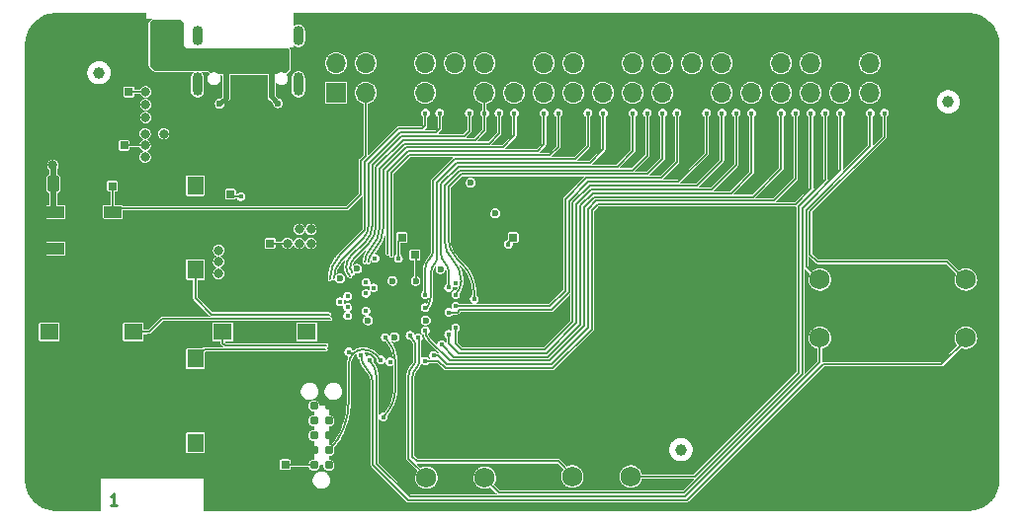
<source format=gbr>
%TF.GenerationSoftware,KiCad,Pcbnew,(6.0.6)*%
%TF.CreationDate,2022-07-20T13:38:39+10:00*%
%TF.ProjectId,SolderingInduction,536f6c64-6572-4696-9e67-496e64756374,3.5.0*%
%TF.SameCoordinates,Original*%
%TF.FileFunction,Copper,L1,Top*%
%TF.FilePolarity,Positive*%
%FSLAX46Y46*%
G04 Gerber Fmt 4.6, Leading zero omitted, Abs format (unit mm)*
G04 Created by KiCad (PCBNEW (6.0.6)) date 2022-07-20 13:38:39*
%MOMM*%
%LPD*%
G01*
G04 APERTURE LIST*
G04 Aperture macros list*
%AMRoundRect*
0 Rectangle with rounded corners*
0 $1 Rounding radius*
0 $2 $3 $4 $5 $6 $7 $8 $9 X,Y pos of 4 corners*
0 Add a 4 corners polygon primitive as box body*
4,1,4,$2,$3,$4,$5,$6,$7,$8,$9,$2,$3,0*
0 Add four circle primitives for the rounded corners*
1,1,$1+$1,$2,$3*
1,1,$1+$1,$4,$5*
1,1,$1+$1,$6,$7*
1,1,$1+$1,$8,$9*
0 Add four rect primitives between the rounded corners*
20,1,$1+$1,$2,$3,$4,$5,0*
20,1,$1+$1,$4,$5,$6,$7,0*
20,1,$1+$1,$6,$7,$8,$9,0*
20,1,$1+$1,$8,$9,$2,$3,0*%
G04 Aperture macros list end*
%ADD10C,0.250000*%
%TA.AperFunction,NonConductor*%
%ADD11C,0.250000*%
%TD*%
%TA.AperFunction,ComponentPad*%
%ADD12C,4.400000*%
%TD*%
%TA.AperFunction,ComponentPad*%
%ADD13C,1.750000*%
%TD*%
%TA.AperFunction,TestPad*%
%ADD14RoundRect,0.075000X-0.300000X-0.300000X0.300000X-0.300000X0.300000X0.300000X-0.300000X0.300000X0*%
%TD*%
%TA.AperFunction,SMDPad,CuDef*%
%ADD15R,1.600000X1.400000*%
%TD*%
%TA.AperFunction,SMDPad,CuDef*%
%ADD16C,1.000000*%
%TD*%
%TA.AperFunction,SMDPad,CuDef*%
%ADD17RoundRect,0.250000X-0.250000X-0.475000X0.250000X-0.475000X0.250000X0.475000X-0.250000X0.475000X0*%
%TD*%
%TA.AperFunction,SMDPad,CuDef*%
%ADD18R,1.400000X1.600000*%
%TD*%
%TA.AperFunction,SMDPad,CuDef*%
%ADD19R,1.500000X1.000000*%
%TD*%
%TA.AperFunction,TestPad*%
%ADD20RoundRect,0.075000X0.300000X-0.300000X0.300000X0.300000X-0.300000X0.300000X-0.300000X-0.300000X0*%
%TD*%
%TA.AperFunction,TestPad*%
%ADD21C,0.787400*%
%TD*%
%TA.AperFunction,ComponentPad*%
%ADD22R,1.700000X1.700000*%
%TD*%
%TA.AperFunction,ComponentPad*%
%ADD23O,1.700000X1.700000*%
%TD*%
%TA.AperFunction,ComponentPad*%
%ADD24O,0.900000X2.000000*%
%TD*%
%TA.AperFunction,ComponentPad*%
%ADD25O,0.900000X1.700000*%
%TD*%
%TA.AperFunction,ViaPad*%
%ADD26C,0.800000*%
%TD*%
%TA.AperFunction,ViaPad*%
%ADD27C,0.600000*%
%TD*%
%TA.AperFunction,ViaPad*%
%ADD28C,0.450000*%
%TD*%
%TA.AperFunction,ViaPad*%
%ADD29C,0.508000*%
%TD*%
%TA.AperFunction,Conductor*%
%ADD30C,0.127000*%
%TD*%
%TA.AperFunction,Conductor*%
%ADD31C,0.177800*%
%TD*%
%TA.AperFunction,Conductor*%
%ADD32C,0.508000*%
%TD*%
%TA.AperFunction,Conductor*%
%ADD33C,0.381000*%
%TD*%
%TA.AperFunction,Conductor*%
%ADD34C,0.200000*%
%TD*%
G04 APERTURE END LIST*
D10*
D11*
X8010714Y-42402380D02*
X7439285Y-42402380D01*
X7725000Y-42402380D02*
X7725000Y-41402380D01*
X7629761Y-41545238D01*
X7534523Y-41640476D01*
X7439285Y-41688095D01*
D12*
%TO.P,H2,1,1*%
%TO.N,GND*%
X80975000Y-2800000D03*
%TD*%
D13*
%TO.P,SW8,1,1*%
%TO.N,GND*%
X77775000Y-28050000D03*
X77725000Y-23050000D03*
%TO.P,SW8,2,2*%
%TO.N,/BUTTON_B*%
X80725000Y-23050000D03*
X80725000Y-28050000D03*
%TD*%
D14*
%TO.P,TP3,1,1*%
%TO.N,+1V2*%
X32425000Y-19450000D03*
%TD*%
D12*
%TO.P,H4,1,1*%
%TO.N,GND*%
X2750000Y-40300000D03*
%TD*%
%TO.P,H3,1,1*%
%TO.N,GND*%
X43225000Y-22550000D03*
%TD*%
D13*
%TO.P,SW7,1,1*%
%TO.N,GND*%
X65275000Y-28050000D03*
X65225000Y-23050000D03*
%TO.P,SW7,2,2*%
%TO.N,/BUTTON_A*%
X68225000Y-23050000D03*
X68225000Y-28050000D03*
%TD*%
D15*
%TO.P,SW1,1,1*%
%TO.N,GND*%
X2225000Y-24550000D03*
X9425000Y-24550000D03*
%TO.P,SW1,2,2*%
%TO.N,/BUTTON_LEFT*%
X9425000Y-27550000D03*
X2225000Y-27550000D03*
%TD*%
D16*
%TO.P,FID2,*%
%TO.N,*%
X56325000Y-37650000D03*
%TD*%
D14*
%TO.P,TP12,1,1*%
%TO.N,/Microcontroller & MCU Peripherals/Flash Memory (Over QSPI)/$.~{CS}*%
X41945000Y-19460000D03*
%TD*%
D17*
%TO.P,C1,1*%
%TO.N,+3V3*%
X2575000Y-14850000D03*
%TO.P,C1,2*%
%TO.N,GND*%
X4475000Y-14850000D03*
%TD*%
D12*
%TO.P,H5,1,1*%
%TO.N,GND*%
X80975000Y-40300000D03*
%TD*%
D14*
%TO.P,TP11,1,1*%
%TO.N,/Power Regulation/LDO_{EN}*%
X17725000Y-15750000D03*
%TD*%
D13*
%TO.P,SW6,1,1*%
%TO.N,GND*%
X47025000Y-37000000D03*
X52025000Y-36950000D03*
%TO.P,SW6,2,2*%
%TO.N,/BUTTON_START*%
X52025000Y-39950000D03*
X47025000Y-39950000D03*
%TD*%
D18*
%TO.P,SW2,1,1*%
%TO.N,GND*%
X11725000Y-15000000D03*
X11725000Y-22200000D03*
%TO.P,SW2,2,2*%
%TO.N,/BUTTON_UP*%
X14725000Y-15000000D03*
X14725000Y-22200000D03*
%TD*%
D19*
%TO.P,LED1,1,VDD*%
%TO.N,+3V3*%
X2775000Y-17250000D03*
%TO.P,LED1,2,DOUT*%
%TO.N,unconnected-(LED1-Pad2)*%
X2775000Y-20450000D03*
%TO.P,LED1,3,VSS*%
%TO.N,GND*%
X7675000Y-20450000D03*
%TO.P,LED1,4,DIN*%
%TO.N,/GPIO24*%
X7675000Y-17250000D03*
%TD*%
D12*
%TO.P,H1,1,1*%
%TO.N,GND*%
X2750000Y-2800000D03*
%TD*%
D14*
%TO.P,TP5,1,1*%
%TO.N,/GPIO24*%
X7625000Y-15050000D03*
%TD*%
%TO.P,TP2,1,1*%
%TO.N,/Microcontroller & MCU Peripherals/~{RESET}*%
X22425000Y-38950000D03*
%TD*%
D18*
%TO.P,SW3,1,1*%
%TO.N,GND*%
X11725000Y-37050000D03*
X11725000Y-29850000D03*
%TO.P,SW3,2,2*%
%TO.N,/BUTTON_DOWN*%
X14725000Y-37050000D03*
X14725000Y-29850000D03*
%TD*%
D20*
%TO.P,TP1,1,1*%
%TO.N,+3V3*%
X33525000Y-20950000D03*
%TD*%
D16*
%TO.P,FID1,*%
%TO.N,*%
X79225000Y-7800000D03*
%TD*%
D15*
%TO.P,SW4,1,1*%
%TO.N,GND*%
X17075000Y-24550000D03*
X24275000Y-24550000D03*
%TO.P,SW4,2,2*%
%TO.N,/BUTTON_RIGHT*%
X17075000Y-27550000D03*
X24275000Y-27550000D03*
%TD*%
D14*
%TO.P,TP9,1,1*%
%TO.N,+3V3*%
X21125000Y-19950000D03*
%TD*%
%TO.P,TP10,1,1*%
%TO.N,/Power Regulation/LDO_{VIN}*%
X8625000Y-11550000D03*
%TD*%
D21*
%TO.P,J2,1,VTref*%
%TO.N,+3V3*%
X26160616Y-38989401D03*
%TO.P,J2,2,SWDIO/TMS*%
%TO.N,/SWDIO*%
X26160000Y-37720000D03*
%TO.P,J2,3,GND*%
%TO.N,GND*%
X26160616Y-36449401D03*
%TO.P,J2,4,SWDCLK/TCK*%
%TO.N,/SWCLK*%
X26160616Y-35179401D03*
%TO.P,J2,5,GND*%
%TO.N,GND*%
X26160000Y-33910000D03*
%TO.P,J2,6,SWO/TDO*%
%TO.N,unconnected-(J2-Pad6)*%
X24890000Y-33910000D03*
%TO.P,J2,7,KEY*%
%TO.N,unconnected-(J2-Pad7)*%
X24890616Y-35179401D03*
%TO.P,J2,8,NC/TDI*%
%TO.N,unconnected-(J2-Pad8)*%
X24890616Y-36449401D03*
%TO.P,J2,9,GNDDetect*%
%TO.N,GND*%
X24890616Y-37719401D03*
%TO.P,J2,10,~{RESET}*%
%TO.N,/~{RESET}*%
X24890000Y-38990000D03*
%TD*%
D14*
%TO.P,TP8,1,1*%
%TO.N,VBUS*%
X9045000Y-6960000D03*
%TD*%
D16*
%TO.P,FID3,*%
%TO.N,*%
X6475000Y-5300000D03*
%TD*%
D22*
%TO.P,J3,1,Pin_1*%
%TO.N,+3V3*%
X26800000Y-7025000D03*
D23*
%TO.P,J3,2,Pin_2*%
%TO.N,VBUS*%
X26800000Y-4485000D03*
%TO.P,J3,3,Pin_3*%
%TO.N,/GPIO24*%
X29340000Y-7025000D03*
%TO.P,J3,4,Pin_4*%
%TO.N,VBUS*%
X29340000Y-4485000D03*
%TO.P,J3,5,Pin_5*%
%TO.N,GND*%
X31880000Y-7025000D03*
%TO.P,J3,6,Pin_6*%
X31880000Y-4485000D03*
%TO.P,J3,7,Pin_7*%
%TO.N,/ADC0*%
X34420000Y-7025000D03*
%TO.P,J3,8,Pin_8*%
%TO.N,/ADC1*%
X34420000Y-4485000D03*
%TO.P,J3,9,Pin_9*%
%TO.N,GND*%
X36960000Y-7025000D03*
%TO.P,J3,10,Pin_10*%
%TO.N,/GPIO18*%
X36960000Y-4485000D03*
%TO.P,J3,11,Pin_11*%
%TO.N,/GPIO20*%
X39500000Y-7025000D03*
%TO.P,J3,12,Pin_12*%
%TO.N,/GPIO24*%
X39500000Y-4485000D03*
%TO.P,J3,13,Pin_13*%
%TO.N,/GPIO25*%
X42040000Y-7025000D03*
%TO.P,J3,14,Pin_14*%
%TO.N,GND*%
X42040000Y-4485000D03*
%TO.P,J3,15,Pin_15*%
%TO.N,/ADC3*%
X44580000Y-7025000D03*
%TO.P,J3,16,Pin_16*%
%TO.N,/ADC2*%
X44580000Y-4485000D03*
%TO.P,J3,17,Pin_17*%
%TO.N,+3V3*%
X47120000Y-7025000D03*
%TO.P,J3,18,Pin_18*%
%TO.N,/GPIO4*%
X47120000Y-4485000D03*
%TO.P,J3,19,Pin_19*%
%TO.N,/GPIO7*%
X49660000Y-7025000D03*
%TO.P,J3,20,Pin_20*%
%TO.N,GND*%
X49660000Y-4485000D03*
%TO.P,J3,21,Pin_21*%
%TO.N,/GPIO1*%
X52200000Y-7025000D03*
%TO.P,J3,22,Pin_22*%
%TO.N,/GPIO2*%
X52200000Y-4485000D03*
%TO.P,J3,23,Pin_23*%
%TO.N,/GPIO3*%
X54740000Y-7025000D03*
%TO.P,J3,24,Pin_24*%
%TO.N,/GPIO5*%
X54740000Y-4485000D03*
%TO.P,J3,25,Pin_25*%
%TO.N,GND*%
X57280000Y-7025000D03*
%TO.P,J3,26,Pin_26*%
%TO.N,/GPIO6*%
X57280000Y-4485000D03*
%TO.P,J3,27,Pin_27*%
%TO.N,/GPIO9*%
X59820000Y-7025000D03*
%TO.P,J3,28,Pin_28*%
%TO.N,/GPIO10*%
X59820000Y-4485000D03*
%TO.P,J3,29,Pin_29*%
%TO.N,/GPIO11*%
X62360000Y-7025000D03*
%TO.P,J3,30,Pin_30*%
%TO.N,GND*%
X62360000Y-4485000D03*
%TO.P,J3,31,Pin_31*%
%TO.N,/GPIO8*%
X64900000Y-7025000D03*
%TO.P,J3,32,Pin_32*%
%TO.N,/GPIO12*%
X64900000Y-4485000D03*
%TO.P,J3,33,Pin_33*%
%TO.N,/GPIO13*%
X67440000Y-7025000D03*
%TO.P,J3,34,Pin_34*%
%TO.N,/BUTTON_START*%
X67440000Y-4485000D03*
%TO.P,J3,35,Pin_35*%
%TO.N,/BUTTON_SELECT*%
X69980000Y-7025000D03*
%TO.P,J3,36,Pin_36*%
%TO.N,GND*%
X69980000Y-4485000D03*
%TO.P,J3,37,Pin_37*%
%TO.N,/BUTTON_A*%
X72520000Y-7025000D03*
%TO.P,J3,38,Pin_38*%
%TO.N,/BUTTON_B*%
X72520000Y-4485000D03*
%TO.P,J3,39,Pin_39*%
%TO.N,GND*%
X75060000Y-7025000D03*
%TO.P,J3,40,Pin_40*%
X75060000Y-4485000D03*
%TD*%
D13*
%TO.P,SW5,1,1*%
%TO.N,GND*%
X39525000Y-37050000D03*
X34525000Y-37100000D03*
%TO.P,SW5,2,2*%
%TO.N,/BUTTON_SELECT*%
X39525000Y-40050000D03*
X34525000Y-40050000D03*
%TD*%
D24*
%TO.P,J1,S1,SHIELD*%
%TO.N,unconnected-(J1-PadS1)*%
X14905000Y-6305000D03*
D25*
X14905000Y-2135000D03*
X23545000Y-2135000D03*
D24*
X23545000Y-6305000D03*
%TD*%
D26*
%TO.N,+3V3*%
X24625000Y-18750000D03*
D27*
X31805000Y-27990000D03*
D26*
X24625000Y-19950000D03*
D27*
X35725000Y-22160000D03*
X28585000Y-22130000D03*
X31625000Y-23170000D03*
X27125000Y-22970000D03*
X33600000Y-23175000D03*
D26*
X2525000Y-13250000D03*
D27*
X38325000Y-14750000D03*
D26*
X23625000Y-18750000D03*
D27*
X40425000Y-17380000D03*
D26*
X23625000Y-19950000D03*
X22625000Y-19950000D03*
D27*
X29515000Y-26570000D03*
X34465000Y-26570000D03*
D28*
%TO.N,/GPIO24*%
X27775000Y-25447183D03*
X40745000Y-8775000D03*
D26*
%TO.N,VBUS*%
X10475000Y-6950000D03*
X10475000Y-8050000D03*
X10475000Y-9150000D03*
D28*
%TO.N,/SWDIO*%
X27862500Y-29262500D03*
X30625000Y-29950000D03*
%TO.N,/SWCLK*%
X31000000Y-28025000D03*
X30825000Y-34850000D03*
D26*
%TO.N,Net-(F1-Pad1)*%
X21975000Y-4050000D03*
X11650000Y-2800000D03*
D27*
X21800000Y-7925000D03*
D26*
X19475000Y-4050000D03*
X12900000Y-2800000D03*
X16975000Y-4050000D03*
D27*
X16825000Y-7975000D03*
D26*
X12900000Y-1550000D03*
X11650000Y-1550000D03*
X14475000Y-4050000D03*
D28*
%TO.N,/Microcontroller & MCU Peripherals/GPIO0*%
X37025000Y-23350000D03*
%TO.N,+1V2*%
X31400000Y-30125000D03*
X32125000Y-21250000D03*
X30125000Y-21250000D03*
%TO.N,GND*%
X45645000Y-33030000D03*
X43110400Y-2547200D03*
X55805000Y-33030000D03*
X6275000Y-10170000D03*
X62155000Y-25410000D03*
X46915000Y-35570000D03*
X46915000Y-10170000D03*
X20245000Y-27950000D03*
X49455000Y-25410000D03*
X10085000Y-2550000D03*
X72315000Y-20330000D03*
X6275000Y-35570000D03*
X33272817Y-24302183D03*
X73585000Y-12710000D03*
X82475000Y-30490000D03*
X53270400Y-2547200D03*
X63425000Y-33030000D03*
X82475000Y-20330000D03*
X41835000Y-35570000D03*
X18975000Y-30490000D03*
X71045000Y-27950000D03*
X48190400Y-2547200D03*
X63425000Y-22870000D03*
X6275000Y-40650000D03*
X25325000Y-12710000D03*
X73585000Y-2550000D03*
X58345000Y-17790000D03*
X50730400Y-2547200D03*
X74855000Y-15250000D03*
X2465000Y-33030000D03*
X74855000Y-40650000D03*
X62155000Y-20330000D03*
X32002817Y-24302183D03*
D26*
X36945000Y-34180000D03*
D28*
X59615000Y-25410000D03*
D26*
X21225000Y-23950000D03*
D28*
X57075000Y-35570000D03*
D26*
X18825000Y-23950000D03*
D28*
X79935000Y-35570000D03*
X28275000Y-17450000D03*
X77395000Y-15250000D03*
X72315000Y-35570000D03*
X10085000Y-38110000D03*
X54535000Y-40650000D03*
X82475000Y-35570000D03*
X54535000Y-20330000D03*
X44375000Y-15250000D03*
X67235000Y-35570000D03*
X30732817Y-26842183D03*
X51995000Y-35570000D03*
X64695000Y-20330000D03*
X79935000Y-15250000D03*
X39295000Y-15250000D03*
X78665000Y-17790000D03*
X48185000Y-38110000D03*
X60885000Y-33030000D03*
X34215000Y-35570000D03*
X12625000Y-33030000D03*
X59615000Y-20330000D03*
X11355000Y-25410000D03*
X36755000Y-35570000D03*
X49455000Y-35570000D03*
X16435000Y-15250000D03*
X21515000Y-30490000D03*
X45650400Y-2547200D03*
X58345000Y-33030000D03*
X16435000Y-40650000D03*
X77395000Y-20330000D03*
X53265000Y-17790000D03*
X69775000Y-35570000D03*
X68515000Y-33030000D03*
X65965000Y-2550000D03*
D26*
X9225000Y-20450000D03*
D28*
X27025000Y-29850000D03*
X8815000Y-30490000D03*
X71045000Y-17790000D03*
X62155000Y-40650000D03*
X77395000Y-25410000D03*
D26*
X22525000Y-21850000D03*
D28*
X60885000Y-17790000D03*
X27865000Y-12710000D03*
D26*
X22825000Y-23750000D03*
D28*
X12625000Y-27950000D03*
X20925000Y-18100000D03*
X63425000Y-38110000D03*
X54535000Y-30490000D03*
X51995000Y-20330000D03*
X29125000Y-31400000D03*
X45645000Y-17790000D03*
X6275000Y-20330000D03*
X26595000Y-10170000D03*
X49455000Y-20330000D03*
X74855000Y-35570000D03*
X57075000Y-10170000D03*
X16435000Y-30490000D03*
X41835000Y-15250000D03*
X60885000Y-2550000D03*
X5005000Y-7630000D03*
X82475000Y-15250000D03*
X76125000Y-17790000D03*
X29135000Y-40650000D03*
X16435000Y-35570000D03*
X31900000Y-8775000D03*
X58350000Y-2550000D03*
X54535000Y-35570000D03*
X67235000Y-40650000D03*
X17705000Y-33030000D03*
X5005000Y-38110000D03*
X17705000Y-38110000D03*
X63425000Y-27950000D03*
X74855000Y-20330000D03*
X33272817Y-25572183D03*
X7555000Y-7630000D03*
X43105000Y-33030000D03*
X28525000Y-31400000D03*
X55805000Y-17790000D03*
X68505000Y-38110000D03*
X78665000Y-12710000D03*
D27*
X40750000Y-28300000D03*
D28*
X34215000Y-15250000D03*
X57075000Y-20330000D03*
X76125000Y-27950000D03*
X33125000Y-29950000D03*
X72315000Y-15250000D03*
X73585000Y-17790000D03*
D26*
X22825000Y-27350000D03*
D28*
X6275000Y-30490000D03*
X5005000Y-27950000D03*
X20245000Y-38110000D03*
X73585000Y-27950000D03*
X64695000Y-40650000D03*
X5005000Y-12710000D03*
D26*
X22825000Y-25350000D03*
D28*
X62155000Y-30490000D03*
X51995000Y-30490000D03*
X49455000Y-30490000D03*
X30732817Y-24302183D03*
X71045000Y-22870000D03*
X71055000Y-33030000D03*
X50725000Y-38110000D03*
X36755000Y-10170000D03*
X57075000Y-30490000D03*
X5005000Y-22870000D03*
X40425000Y-14600000D03*
X71045000Y-2550000D03*
D26*
X32350000Y-38150000D03*
D28*
X5005000Y-33030000D03*
D26*
X21550000Y-12300000D03*
D28*
X18975000Y-40650000D03*
X43105000Y-17790000D03*
X71045000Y-38110000D03*
X79935000Y-10170000D03*
X82475000Y-25410000D03*
D26*
X16800000Y-12400000D03*
D28*
X7545000Y-27950000D03*
X36755000Y-40650000D03*
X63425000Y-2550000D03*
X81205000Y-12710000D03*
X55810400Y-2547200D03*
X15165000Y-33030000D03*
X43105000Y-27950000D03*
X13895000Y-25410000D03*
X50725000Y-33030000D03*
X8815000Y-35570000D03*
X72315000Y-25410000D03*
X77395000Y-5090000D03*
X33272817Y-26842183D03*
X78675000Y-33030000D03*
X18975000Y-15250000D03*
X77395000Y-35570000D03*
X39295000Y-35570000D03*
X72315000Y-40650000D03*
X76125000Y-38110000D03*
X6275000Y-15250000D03*
X53265000Y-38110000D03*
X40565000Y-33030000D03*
X5005000Y-17790000D03*
X49455000Y-40650000D03*
X6275000Y-25410000D03*
D26*
X22825000Y-29850000D03*
D28*
X10085000Y-22870000D03*
X76135000Y-33030000D03*
X81215000Y-33030000D03*
X44375000Y-35570000D03*
X44375000Y-40650000D03*
D26*
X8650000Y-12800000D03*
D28*
X64695000Y-35570000D03*
X30732817Y-25572183D03*
X32002817Y-25572183D03*
X41835000Y-40650000D03*
X60885000Y-27950000D03*
X69775000Y-20330000D03*
X20125000Y-18100000D03*
X67235000Y-25410000D03*
X79935000Y-25410000D03*
X39525000Y-21050000D03*
X63425000Y-12710000D03*
D26*
X38125000Y-34180000D03*
D28*
X7545000Y-2550000D03*
X32002817Y-26842183D03*
D27*
X34350000Y-18025000D03*
D28*
X76125000Y-12710000D03*
X18975000Y-35570000D03*
X69775000Y-40650000D03*
X59615000Y-40650000D03*
X13895000Y-35570000D03*
X64695000Y-30490000D03*
D29*
X30825000Y-33850000D03*
D28*
X7545000Y-22870000D03*
X59615000Y-30490000D03*
X46915000Y-30490000D03*
X65965000Y-38110000D03*
X79935000Y-30490000D03*
D26*
X40475000Y-24550000D03*
D28*
X48185000Y-33030000D03*
X50725000Y-17790000D03*
X7545000Y-33030000D03*
X82475000Y-10170000D03*
X7545000Y-12710000D03*
X73595000Y-33030000D03*
X15165000Y-27950000D03*
D27*
X40750000Y-26650000D03*
D28*
X73585000Y-22870000D03*
X74855000Y-25410000D03*
X59615000Y-35570000D03*
X68505000Y-2550000D03*
X63425000Y-17790000D03*
X21725000Y-18100000D03*
X76125000Y-2550000D03*
X7545000Y-38110000D03*
X26725000Y-17450000D03*
X64695000Y-25410000D03*
X76125000Y-22870000D03*
X10085000Y-33030000D03*
X69775000Y-25410000D03*
X68505000Y-17790000D03*
D26*
X7625000Y-21750000D03*
D28*
X77395000Y-40650000D03*
X73585000Y-38110000D03*
X11355000Y-35570000D03*
X2465000Y-7630000D03*
X3735000Y-10170000D03*
X60885000Y-22870000D03*
X49415000Y-22960000D03*
X79935000Y-20330000D03*
X8815000Y-5090000D03*
X81205000Y-17790000D03*
X53265000Y-33030000D03*
X21515000Y-40650000D03*
X77395000Y-10170000D03*
%TO.N,/ADC0*%
X34440000Y-8775000D03*
X27775000Y-24497183D03*
%TO.N,/ADC1*%
X29350000Y-24247183D03*
X35665000Y-8775000D03*
%TO.N,/ADC2*%
X30000000Y-23772183D03*
X45825000Y-8775000D03*
%TO.N,/ADC3*%
X29350000Y-23297183D03*
X44600000Y-8775000D03*
%TO.N,/BUTTON_UP*%
X27775000Y-26172183D03*
%TO.N,/BUTTON_DOWN*%
X29350000Y-25775000D03*
%TO.N,/BUTTON_SELECT*%
X33125000Y-27850000D03*
X70000000Y-8775000D03*
%TO.N,/BUTTON_START*%
X68685000Y-8775000D03*
X33825000Y-28050000D03*
%TO.N,/GPIO20*%
X39520000Y-8775000D03*
%TO.N,/GPIO18*%
X38205000Y-8775000D03*
%TO.N,/GPIO25*%
X27125000Y-24972183D03*
X42060000Y-8775000D03*
%TO.N,/GPIO1*%
X52220000Y-8775000D03*
X36425000Y-23750000D03*
%TO.N,/GPIO2*%
X53445000Y-8775000D03*
X37025000Y-24350000D03*
%TO.N,/GPIO3*%
X38625000Y-24750000D03*
X54760000Y-8775000D03*
%TO.N,/GPIO4*%
X48365000Y-8775000D03*
X34425000Y-24350000D03*
%TO.N,/GPIO5*%
X37025000Y-25350000D03*
X55985000Y-8775000D03*
%TO.N,/GPIO6*%
X36450000Y-25875000D03*
X58525000Y-8775000D03*
%TO.N,/GPIO7*%
X49680000Y-8775000D03*
X34410000Y-25480000D03*
%TO.N,/GPIO8*%
X64920000Y-8775000D03*
X34425000Y-27450000D03*
%TO.N,/GPIO9*%
X37025000Y-27200000D03*
X59840000Y-8775000D03*
%TO.N,/GPIO10*%
X61065000Y-8775000D03*
X36425000Y-27750000D03*
%TO.N,/GPIO11*%
X62380000Y-8775000D03*
X35825000Y-28650000D03*
%TO.N,/GPIO12*%
X66145000Y-8775000D03*
X35125000Y-29550000D03*
%TO.N,/GPIO13*%
X67460000Y-8775000D03*
X34425000Y-30050000D03*
%TO.N,/BUTTON_A*%
X29625000Y-29950000D03*
X72540000Y-8775000D03*
%TO.N,/BUTTON_B*%
X73765000Y-8775000D03*
X28925000Y-29550000D03*
%TO.N,/Microcontroller & MCU Peripherals/Flash Memory (Over QSPI)/$.~{CS}*%
X41525000Y-20050000D03*
D26*
%TO.N,/Power Regulation/LDO_{VIN}*%
X16725000Y-20550000D03*
X16725000Y-22550000D03*
X10425000Y-10550000D03*
X10425000Y-12550000D03*
X12025000Y-10550000D03*
X10425000Y-11550000D03*
X16725000Y-21550000D03*
D28*
%TO.N,/Power Regulation/LDO_{EN}*%
X18625000Y-15950000D03*
%TD*%
D30*
%TO.N,+3V3*%
X33600000Y-23175000D02*
X33600000Y-21025000D01*
D31*
X33595000Y-23170000D02*
X33600000Y-23175000D01*
D30*
X21125000Y-19950000D02*
X22625000Y-19950000D01*
D32*
X2575000Y-14850000D02*
X2575000Y-17050000D01*
D30*
X33600000Y-21025000D02*
X33525000Y-20950000D01*
D32*
X2575000Y-17050000D02*
X2775000Y-17250000D01*
X2575000Y-13300000D02*
X2525000Y-13250000D01*
X2575000Y-14850000D02*
X2575000Y-13300000D01*
D31*
%TO.N,/GPIO24*%
X39879000Y-11396000D02*
X40745000Y-10530000D01*
X28909100Y-15765900D02*
X28909100Y-12844462D01*
X28909100Y-12844462D02*
X29325000Y-12428562D01*
D30*
X7625000Y-15050000D02*
X7625000Y-16950000D01*
D31*
X29325000Y-12428562D02*
X29325000Y-7040000D01*
X30530000Y-18480376D02*
X30530000Y-18190931D01*
X7675000Y-17250000D02*
X7975000Y-16950000D01*
X29325000Y-7040000D02*
X29340000Y-7025000D01*
X30533000Y-18183689D02*
X30533000Y-13517104D01*
X40745000Y-10530000D02*
X40745000Y-8775000D01*
X7975000Y-16950000D02*
X27725000Y-16950000D01*
X32654104Y-11396000D02*
X39879000Y-11396000D01*
X30533000Y-13517104D02*
X32654104Y-11396000D01*
X27725000Y-16950000D02*
X28909100Y-15765900D01*
D30*
X7625000Y-16950000D02*
X7925000Y-17250000D01*
D31*
X30532993Y-18183682D02*
G75*
G03*
X30530000Y-18190931I7207J-7218D01*
G01*
X29709989Y-20459989D02*
G75*
G03*
X29250000Y-21570537I1110511J-1110511D01*
G01*
X30529977Y-18480376D02*
G75*
G02*
X29710000Y-20460000I-2799577J-24D01*
G01*
D30*
%TO.N,VBUS*%
X9045000Y-6960000D02*
X10465000Y-6960000D01*
X10465000Y-6960000D02*
X10475000Y-6950000D01*
D31*
%TO.N,/SWDIO*%
X27862500Y-31447500D02*
X27862500Y-33609854D01*
X29140000Y-29070000D02*
X29028406Y-29070000D01*
X27850000Y-29275000D02*
X27862500Y-29262500D01*
X27862500Y-30387934D02*
X27862500Y-31447500D01*
X28280000Y-29380000D02*
X28146170Y-29380000D01*
X30625000Y-29950000D02*
X30172800Y-29497800D01*
X26159998Y-37719998D02*
G75*
G03*
X27862500Y-33609854I-4110068J4110148D01*
G01*
X28279998Y-29379998D02*
G75*
G02*
X29028406Y-29070000I748402J-748402D01*
G01*
X29140000Y-29070001D02*
G75*
G02*
X30172799Y-29497801I0J-1460599D01*
G01*
X27862509Y-29262491D02*
G75*
G03*
X28146170Y-29380000I283691J283691D01*
G01*
X27862515Y-30387934D02*
G75*
G02*
X28280001Y-29380001I1425385J34D01*
G01*
%TO.N,/SWCLK*%
X30825000Y-34850000D02*
X30825000Y-34950000D01*
X31870000Y-30125365D02*
X31870000Y-32327143D01*
X30824998Y-34849998D02*
G75*
G03*
X31870000Y-32327143I-2522858J2522858D01*
G01*
X31870014Y-30125365D02*
G75*
G03*
X31000000Y-28025000I-2970414J-35D01*
G01*
D30*
%TO.N,/Microcontroller & MCU Peripherals/~{RESET}*%
X22465000Y-38990000D02*
X24890000Y-38990000D01*
X22425000Y-38950000D02*
X22465000Y-38990000D01*
D32*
%TO.N,Net-(F1-Pad1)*%
X17375000Y-4450000D02*
X16975000Y-4050000D01*
X17375000Y-7425000D02*
X17375000Y-4450000D01*
X21275000Y-4750000D02*
X21975000Y-4050000D01*
D33*
X16825000Y-7975000D02*
X17375000Y-7425000D01*
D32*
X21275000Y-7400000D02*
X21275000Y-4750000D01*
D33*
X21800000Y-7925000D02*
X21275000Y-7400000D01*
D30*
%TO.N,+1V2*%
X32125000Y-19750000D02*
X32425000Y-19450000D01*
X32125000Y-21250000D02*
X32125000Y-19750000D01*
D31*
%TO.N,/ADC0*%
X34187000Y-10088000D02*
X34420000Y-9855000D01*
X34420000Y-9855000D02*
X34420000Y-8795000D01*
X27104061Y-20958491D02*
X29225000Y-18837552D01*
X32112312Y-10088000D02*
X34187000Y-10088000D01*
X29225000Y-18837552D02*
X29225000Y-12975312D01*
X29225000Y-12975312D02*
X32112312Y-10088000D01*
X34420000Y-8795000D02*
X34440000Y-8775000D01*
X27104082Y-20958512D02*
G75*
G03*
X26250000Y-23020406I2061818J-2061888D01*
G01*
%TO.N,/ADC1*%
X29552000Y-18448000D02*
X29552000Y-13110760D01*
X29552000Y-13110760D02*
X32247760Y-10415000D01*
X35665000Y-10110000D02*
X35665000Y-8775000D01*
X27231724Y-21418277D02*
X28200000Y-20450000D01*
X35360000Y-10415000D02*
X35665000Y-10110000D01*
X28200000Y-20450000D02*
X29092385Y-19557615D01*
X32247760Y-10415000D02*
X35360000Y-10415000D01*
X29552011Y-18448000D02*
G75*
G02*
X29092385Y-19557615I-1569211J0D01*
G01*
X27231736Y-21418289D02*
G75*
G03*
X26600000Y-22943392I1525064J-1525111D01*
G01*
%TO.N,/ADC2*%
X31514000Y-13923448D02*
X33060448Y-12377000D01*
X45098000Y-12377000D02*
X45825000Y-11650000D01*
X45825000Y-11650000D02*
X45825000Y-8775000D01*
X31514000Y-21040507D02*
X31514000Y-13923448D01*
X33060448Y-12377000D02*
X45098000Y-12377000D01*
%TO.N,/ADC3*%
X44600000Y-11475000D02*
X44025000Y-12050000D01*
X44600000Y-8775000D02*
X44600000Y-11475000D01*
X32925000Y-12050000D02*
X31187000Y-13788000D01*
X44025000Y-12050000D02*
X32925000Y-12050000D01*
X31187000Y-13788000D02*
X31187000Y-20813740D01*
%TO.N,/BUTTON_LEFT*%
X11865000Y-26450000D02*
X10765000Y-27550000D01*
X10765000Y-27550000D02*
X10525000Y-27550000D01*
X26265442Y-26450000D02*
X11865000Y-26450000D01*
D34*
X10525000Y-27550000D02*
X9425000Y-27550000D01*
D31*
%TO.N,/BUTTON_UP*%
X16125000Y-26050000D02*
X14725000Y-24650000D01*
X26200000Y-26050000D02*
X16125000Y-26050000D01*
D34*
X14725000Y-23350000D02*
X14725000Y-22200000D01*
D31*
X14725000Y-24650000D02*
X14725000Y-23350000D01*
D34*
%TO.N,/BUTTON_DOWN*%
X15679000Y-29050000D02*
X15525000Y-29050000D01*
X15525000Y-29050000D02*
X14725000Y-29850000D01*
D31*
X25889337Y-29050000D02*
X15679000Y-29050000D01*
D34*
%TO.N,/BUTTON_RIGHT*%
X17075000Y-27550000D02*
X17075000Y-28500000D01*
D31*
X24252000Y-28723000D02*
X17298000Y-28723000D01*
X24252000Y-28723000D02*
X25968077Y-28723000D01*
D34*
X17075000Y-28500000D02*
X17298000Y-28723000D01*
D31*
%TO.N,/BUTTON_SELECT*%
X66725000Y-31187552D02*
X66725000Y-16943672D01*
X39425000Y-40050000D02*
X40725000Y-41350000D01*
X32998000Y-38423000D02*
X32998000Y-31368000D01*
X66725000Y-16943672D02*
X70000000Y-13668672D01*
X70000000Y-13668672D02*
X70000000Y-8775000D01*
X33206317Y-28046317D02*
X33291315Y-28131315D01*
X40725000Y-41350000D02*
X56562552Y-41350000D01*
X56562552Y-41350000D02*
X66725000Y-31187552D01*
X33598000Y-28871718D02*
X33598000Y-29867133D01*
X32998000Y-31315661D02*
X32998000Y-31368000D01*
X34625000Y-40050000D02*
X32998000Y-38423000D01*
X33339990Y-30489990D02*
G75*
G03*
X33598000Y-29867133I-622890J622890D01*
G01*
X33206324Y-28046310D02*
G75*
G02*
X33125000Y-27850000I196276J196310D01*
G01*
X33597983Y-28871718D02*
G75*
G03*
X33291314Y-28131316I-1047083J18D01*
G01*
X32997984Y-31315661D02*
G75*
G02*
X33340000Y-30490000I1167716J-39D01*
G01*
%TO.N,/BUTTON_START*%
X57500104Y-39950000D02*
X66398000Y-31052104D01*
X68685000Y-14521224D02*
X68685000Y-8775000D01*
X51925000Y-39950000D02*
X57500104Y-39950000D01*
X33920000Y-30018092D02*
X33920000Y-28279346D01*
X66398000Y-16808224D02*
X68685000Y-14521224D01*
X45825000Y-38650000D02*
X33687448Y-38650000D01*
X33825000Y-28050000D02*
X33875000Y-28100000D01*
X66398000Y-31052104D02*
X66398000Y-16808224D01*
X47125000Y-39950000D02*
X45825000Y-38650000D01*
X33687448Y-38650000D02*
X33325000Y-38287552D01*
X33325000Y-38287552D02*
X33325000Y-31454646D01*
X33919996Y-30018092D02*
G75*
G02*
X33650000Y-30670000I-921996J-8D01*
G01*
X33825015Y-28049985D02*
G75*
G02*
X33920000Y-28279346I-229315J-229315D01*
G01*
X33649974Y-30669974D02*
G75*
G03*
X33325000Y-31454646I784726J-784626D01*
G01*
%TO.N,/GPIO20*%
X32518656Y-11069000D02*
X38706000Y-11069000D01*
X28323743Y-21251257D02*
X29553880Y-20021120D01*
X39500000Y-10275000D02*
X39500000Y-7025000D01*
X30206000Y-13381656D02*
X32518656Y-11069000D01*
X30206000Y-18446763D02*
X30206000Y-13381656D01*
X28000000Y-22067158D02*
X28000000Y-22032842D01*
X38706000Y-11069000D02*
X39500000Y-10275000D01*
X28323728Y-21251242D02*
G75*
G03*
X28000000Y-22032842I781572J-781558D01*
G01*
X30205967Y-18446763D02*
G75*
G02*
X29553880Y-20021120I-2226467J-37D01*
G01*
X27999989Y-22067158D02*
G75*
G03*
X28200000Y-22550000I682711J-42D01*
G01*
%TO.N,/GPIO18*%
X29879000Y-13246208D02*
X29879000Y-18447444D01*
X37783000Y-10742000D02*
X32383208Y-10742000D01*
X27991955Y-22791956D02*
X28000000Y-22800000D01*
X38205000Y-10320000D02*
X37783000Y-10742000D01*
X29323138Y-19789414D02*
X28006276Y-21106276D01*
X32383208Y-10742000D02*
X29879000Y-13246208D01*
X38205000Y-8775000D02*
X38205000Y-10320000D01*
X27991958Y-22791953D02*
G75*
G02*
X27650000Y-21966402I825542J825553D01*
G01*
X29323135Y-19789411D02*
G75*
G03*
X29879000Y-18447444I-1341965J1341971D01*
G01*
X27650001Y-21966402D02*
G75*
G02*
X28006276Y-21106276I1216399J2D01*
G01*
%TO.N,/GPIO25*%
X41052000Y-11723000D02*
X32789552Y-11723000D01*
X42060000Y-10715000D02*
X41052000Y-11723000D01*
X42060000Y-8775000D02*
X42060000Y-10715000D01*
X32789552Y-11723000D02*
X30860000Y-13652552D01*
X30860000Y-13652552D02*
X30860000Y-18438233D01*
X29904063Y-20745878D02*
G75*
G03*
X29560000Y-21576648I830837J-830722D01*
G01*
X29904092Y-20745907D02*
G75*
G03*
X30860000Y-18438233I-2307552J2307677D01*
G01*
%TO.N,/GPIO1*%
X35754000Y-14845896D02*
X35754000Y-20743972D01*
X52220000Y-12055000D02*
X50917000Y-13358000D01*
X36425000Y-22363927D02*
X36425000Y-23750000D01*
X37241896Y-13358000D02*
X35754000Y-14845896D01*
X52220000Y-8775000D02*
X52220000Y-12055000D01*
X50917000Y-13358000D02*
X37241896Y-13358000D01*
X36424967Y-22363927D02*
G75*
G03*
X36150000Y-21700000I-938967J27D01*
G01*
X36149992Y-21700008D02*
G75*
G02*
X35754000Y-20743972I956008J956008D01*
G01*
%TO.N,/GPIO2*%
X36081000Y-14981344D02*
X36081000Y-19724290D01*
X53445000Y-12430000D02*
X52190000Y-13685000D01*
X52190000Y-13685000D02*
X37377344Y-13685000D01*
X37500000Y-23150000D02*
X37500000Y-23203249D01*
X37377344Y-13685000D02*
X36081000Y-14981344D01*
X53445000Y-8775000D02*
X53445000Y-12430000D01*
X37499992Y-23150000D02*
G75*
G03*
X36757611Y-21357715I-2534692J0D01*
G01*
X36757596Y-21357730D02*
G75*
G02*
X36081000Y-19724290I1633404J1633430D01*
G01*
X37024986Y-24349986D02*
G75*
G03*
X37500000Y-23203249I-1146786J1146786D01*
G01*
%TO.N,/GPIO3*%
X54760000Y-12715000D02*
X54760000Y-8775000D01*
X36408000Y-19523224D02*
X36408000Y-15116792D01*
X38625000Y-24750000D02*
X38625000Y-24253396D01*
X37570898Y-21708556D02*
X37131035Y-21268718D01*
X53463000Y-14012000D02*
X54760000Y-12715000D01*
X36408000Y-15116792D02*
X37512792Y-14012000D01*
X37512792Y-14012000D02*
X53463000Y-14012000D01*
X37570904Y-21708550D02*
G75*
G02*
X38625000Y-24253396I-2544904J-2544850D01*
G01*
X36407973Y-19523224D02*
G75*
G03*
X37131035Y-21268718I2468427J24D01*
G01*
%TO.N,/GPIO4*%
X48365000Y-11610000D02*
X47271000Y-12704000D01*
X48365000Y-8775000D02*
X48365000Y-11610000D01*
X47271000Y-12704000D02*
X36971000Y-12704000D01*
X34425000Y-22127297D02*
X34425000Y-24350000D01*
X35100000Y-14575000D02*
X35100000Y-20497703D01*
X36971000Y-12704000D02*
X35100000Y-14575000D01*
X34424999Y-22127297D02*
G75*
G02*
X34762500Y-21312500I1152301J-3D01*
G01*
X34762499Y-21312499D02*
G75*
G03*
X35100000Y-20497703I-814799J814799D01*
G01*
%TO.N,/GPIO5*%
X45075000Y-25350000D02*
X37025000Y-25350000D01*
X46400000Y-16175000D02*
X46400000Y-24025000D01*
X55985000Y-8775000D02*
X55985000Y-12990000D01*
X48236000Y-14339000D02*
X46400000Y-16175000D01*
X46400000Y-24025000D02*
X45075000Y-25350000D01*
X55985000Y-12990000D02*
X54636000Y-14339000D01*
X54636000Y-14339000D02*
X48236000Y-14339000D01*
%TO.N,/GPIO6*%
X37170338Y-25875000D02*
X37368338Y-25677000D01*
X58525000Y-12250000D02*
X58525000Y-8775000D01*
X45210448Y-25677000D02*
X46727000Y-24160448D01*
X36450000Y-25875000D02*
X36425000Y-25850000D01*
X37368338Y-25677000D02*
X45210448Y-25677000D01*
X56109000Y-14666000D02*
X58525000Y-12250000D01*
X36450000Y-25875000D02*
X37170338Y-25875000D01*
X46727000Y-24160448D02*
X46727000Y-16310448D01*
X46727000Y-16310448D02*
X48371448Y-14666000D01*
X48371448Y-14666000D02*
X56109000Y-14666000D01*
%TO.N,/GPIO7*%
X34539442Y-25480000D02*
X34679760Y-25339682D01*
X48544000Y-13031000D02*
X49680000Y-11895000D01*
X34410000Y-25480000D02*
X34539442Y-25480000D01*
X34900000Y-24550000D02*
X34900000Y-23200000D01*
X35427000Y-14710448D02*
X37106448Y-13031000D01*
X34900000Y-23200000D02*
X34900000Y-22565685D01*
X49680000Y-11895000D02*
X49680000Y-8775000D01*
X35427000Y-21293403D02*
X35427000Y-14710448D01*
X37106448Y-13031000D02*
X48544000Y-13031000D01*
X35426997Y-21293403D02*
G75*
G02*
X35299999Y-21599999I-433597J3D01*
G01*
X35300004Y-21600004D02*
G75*
G03*
X34900000Y-22565685I965696J-965696D01*
G01*
X34899976Y-24550000D02*
G75*
G02*
X34679760Y-25339682I-1542476J4600D01*
G01*
%TO.N,/GPIO8*%
X62501000Y-15974000D02*
X64920000Y-13555000D01*
X48035000Y-27052344D02*
X48035000Y-16852240D01*
X48035000Y-16852240D02*
X48913240Y-15974000D01*
X34757579Y-28252917D02*
X36525662Y-30021000D01*
X64920000Y-13555000D02*
X64920000Y-8775000D01*
X36525662Y-30021000D02*
X45066344Y-30021000D01*
X45066344Y-30021000D02*
X48035000Y-27052344D01*
X48913240Y-15974000D02*
X62501000Y-15974000D01*
X34757578Y-28252918D02*
G75*
G02*
X34425000Y-27450000I802922J802918D01*
G01*
%TO.N,/GPIO9*%
X57682000Y-14993000D02*
X59840000Y-12835000D01*
X47054000Y-26646000D02*
X47054000Y-16445896D01*
X47054000Y-16445896D02*
X48506896Y-14993000D01*
X37515000Y-29040000D02*
X44660000Y-29040000D01*
X48506896Y-14993000D02*
X57682000Y-14993000D01*
X59840000Y-12835000D02*
X59840000Y-8775000D01*
X37025000Y-27200000D02*
X37025000Y-28550000D01*
X37025000Y-28550000D02*
X37515000Y-29040000D01*
X44660000Y-29040000D02*
X47054000Y-26646000D01*
%TO.N,/GPIO10*%
X37242000Y-29367000D02*
X44795448Y-29367000D01*
X36425000Y-28550000D02*
X37242000Y-29367000D01*
X36425000Y-27750000D02*
X36425000Y-28550000D01*
X44795448Y-29367000D02*
X47381000Y-26781448D01*
X47381000Y-16581344D02*
X48642344Y-15320000D01*
X47381000Y-26781448D02*
X47381000Y-16581344D01*
X61065000Y-13210000D02*
X61065000Y-8775000D01*
X48642344Y-15320000D02*
X58955000Y-15320000D01*
X58955000Y-15320000D02*
X61065000Y-13210000D01*
%TO.N,/GPIO11*%
X62380000Y-8775000D02*
X62380000Y-13895000D01*
X60628000Y-15647000D02*
X48777792Y-15647000D01*
X44930896Y-29694000D02*
X36869000Y-29694000D01*
X36869000Y-29694000D02*
X35825000Y-28650000D01*
X47708000Y-26916896D02*
X44930896Y-29694000D01*
X62380000Y-13895000D02*
X60628000Y-15647000D01*
X47708000Y-16716792D02*
X47708000Y-26916896D01*
X48777792Y-15647000D02*
X47708000Y-16716792D01*
%TO.N,/GPIO12*%
X49048688Y-16301000D02*
X64274000Y-16301000D01*
X48362000Y-16987688D02*
X49048688Y-16301000D01*
X35487448Y-29550000D02*
X36285448Y-30348000D01*
X48362000Y-27187792D02*
X48362000Y-16987688D01*
X45201792Y-30348000D02*
X48362000Y-27187792D01*
X66145000Y-14430000D02*
X66145000Y-8775000D01*
X35125000Y-29550000D02*
X35487448Y-29550000D01*
X64274000Y-16301000D02*
X66145000Y-14430000D01*
X36285448Y-30348000D02*
X45201792Y-30348000D01*
%TO.N,/GPIO13*%
X34425000Y-30050000D02*
X35525000Y-30050000D01*
X49184136Y-16628000D02*
X66115776Y-16628000D01*
X36150000Y-30675000D02*
X45337240Y-30675000D01*
X35525000Y-30050000D02*
X36150000Y-30675000D01*
X45337240Y-30675000D02*
X48689000Y-27323240D01*
X66115776Y-16628000D02*
X67460000Y-15283776D01*
X67460000Y-15283776D02*
X67460000Y-8775000D01*
X48689000Y-17123136D02*
X49184136Y-16628000D01*
X48689000Y-27323240D02*
X48689000Y-17123136D01*
%TO.N,/BUTTON_A*%
X67052000Y-17079120D02*
X72540000Y-11591120D01*
X68225000Y-23150000D02*
X67052000Y-21977000D01*
X30254000Y-38829000D02*
X33102000Y-41677000D01*
X56698000Y-41677000D02*
X68225000Y-30150000D01*
X68225000Y-30150000D02*
X68225000Y-27950000D01*
X30254000Y-31468475D02*
X30254000Y-38829000D01*
X67052000Y-21977000D02*
X67052000Y-17079120D01*
X33102000Y-41677000D02*
X56698000Y-41677000D01*
X72540000Y-11591120D02*
X72540000Y-8775000D01*
X30254012Y-31468475D02*
G75*
G03*
X29625000Y-29950000I-2147412J-25D01*
G01*
%TO.N,/BUTTON_B*%
X29927000Y-31968949D02*
X29927000Y-38964448D01*
X67379000Y-17214568D02*
X73765000Y-10828568D01*
X67379000Y-20884000D02*
X67379000Y-17214568D01*
X32966552Y-42004000D02*
X56833448Y-42004000D01*
X29927000Y-38964448D02*
X32966552Y-42004000D01*
X80725000Y-28250000D02*
X80725000Y-27950000D01*
X68487448Y-30350000D02*
X78625000Y-30350000D01*
X79125000Y-21550000D02*
X68045000Y-21550000D01*
X73765000Y-10828568D02*
X73765000Y-8775000D01*
X78625000Y-30350000D02*
X80725000Y-28250000D01*
X56833448Y-42004000D02*
X68487448Y-30350000D01*
X80725000Y-23150000D02*
X79125000Y-21550000D01*
X68045000Y-21550000D02*
X67379000Y-20884000D01*
X29926956Y-31968949D02*
G75*
G03*
X29419975Y-30744974I-1730856J49D01*
G01*
X29419964Y-30744985D02*
G75*
G02*
X28925000Y-29550000I1195036J1194985D01*
G01*
D30*
%TO.N,/Microcontroller & MCU Peripherals/Flash Memory (Over QSPI)/$.~{CS}*%
X41525000Y-20050000D02*
X41525000Y-19880000D01*
X41525000Y-19880000D02*
X41945000Y-19460000D01*
%TO.N,/Power Regulation/LDO_{VIN}*%
X8625000Y-11550000D02*
X10425000Y-11550000D01*
%TO.N,/Power Regulation/LDO_{EN}*%
X17725000Y-15950000D02*
X18625000Y-15950000D01*
X17725000Y-15750000D02*
X17725000Y-15950000D01*
%TD*%
%TA.AperFunction,Conductor*%
%TO.N,Net-(F1-Pad1)*%
G36*
X13469670Y-798804D02*
G01*
X13482887Y-807887D01*
X13712113Y-1037113D01*
X13722078Y-1052458D01*
X13725000Y-1068226D01*
X13725000Y-2950000D01*
X14025000Y-3250000D01*
X22706774Y-3250000D01*
X22724670Y-3253804D01*
X22737887Y-3262887D01*
X22812113Y-3337113D01*
X22822078Y-3352458D01*
X22825000Y-3368226D01*
X22825000Y-5031774D01*
X22821196Y-5049670D01*
X22812113Y-5062887D01*
X22501213Y-5373787D01*
X22485868Y-5383752D01*
X22467797Y-5386614D01*
X22450124Y-5381878D01*
X22442679Y-5377085D01*
X22435462Y-5371334D01*
X22434423Y-5370506D01*
X22394062Y-5345627D01*
X22378643Y-5336123D01*
X22377509Y-5335424D01*
X22376300Y-5334867D01*
X22376297Y-5334865D01*
X22318002Y-5307990D01*
X22317998Y-5307988D01*
X22316791Y-5307432D01*
X22253151Y-5286938D01*
X22244602Y-5285284D01*
X22188813Y-5274490D01*
X22188808Y-5274489D01*
X22187509Y-5274238D01*
X22186183Y-5274144D01*
X22186182Y-5274144D01*
X22135479Y-5270554D01*
X22135476Y-5270554D01*
X22134715Y-5270500D01*
X22098179Y-5270500D01*
X22097522Y-5270540D01*
X22097509Y-5270540D01*
X22075305Y-5271879D01*
X22048262Y-5273509D01*
X22046965Y-5273746D01*
X22046964Y-5273746D01*
X22039299Y-5275146D01*
X21982491Y-5285521D01*
X21981235Y-5285911D01*
X21981231Y-5285912D01*
X21922844Y-5304043D01*
X21918640Y-5305348D01*
X21857633Y-5332702D01*
X21856492Y-5333389D01*
X21801482Y-5366506D01*
X21801478Y-5366509D01*
X21800353Y-5367186D01*
X21747632Y-5408303D01*
X21746690Y-5409240D01*
X21746689Y-5409241D01*
X21718589Y-5437194D01*
X21703218Y-5447119D01*
X21687558Y-5450000D01*
X16762377Y-5450000D01*
X16744481Y-5446196D01*
X16731021Y-5436867D01*
X16707644Y-5413120D01*
X16707637Y-5413114D01*
X16706711Y-5412173D01*
X16654423Y-5370506D01*
X16614062Y-5345627D01*
X16598643Y-5336123D01*
X16597509Y-5335424D01*
X16596300Y-5334867D01*
X16596297Y-5334865D01*
X16538002Y-5307990D01*
X16537998Y-5307988D01*
X16536791Y-5307432D01*
X16473151Y-5286938D01*
X16464602Y-5285284D01*
X16408813Y-5274490D01*
X16408808Y-5274489D01*
X16407509Y-5274238D01*
X16406183Y-5274144D01*
X16406182Y-5274144D01*
X16355479Y-5270554D01*
X16355476Y-5270554D01*
X16354715Y-5270500D01*
X16318179Y-5270500D01*
X16317522Y-5270540D01*
X16317509Y-5270540D01*
X16295305Y-5271879D01*
X16268262Y-5273509D01*
X16266965Y-5273746D01*
X16266964Y-5273746D01*
X16259299Y-5275146D01*
X16202491Y-5285521D01*
X16201235Y-5285911D01*
X16201231Y-5285912D01*
X16142844Y-5304043D01*
X16138640Y-5305348D01*
X16077633Y-5332702D01*
X16076492Y-5333389D01*
X16063459Y-5341235D01*
X16046164Y-5347206D01*
X16027936Y-5345627D01*
X16011927Y-5336771D01*
X16009652Y-5334652D01*
X15808000Y-5133000D01*
X11226226Y-5133000D01*
X11208330Y-5129196D01*
X11195113Y-5120113D01*
X10837887Y-4762887D01*
X10827922Y-4747542D01*
X10825000Y-4731774D01*
X10825000Y-1068226D01*
X10828804Y-1050330D01*
X10837887Y-1037113D01*
X11067113Y-807887D01*
X11082458Y-797922D01*
X11098226Y-795000D01*
X13451774Y-795000D01*
X13469670Y-798804D01*
G37*
%TD.AperFunction*%
%TD*%
%TA.AperFunction,Conductor*%
%TO.N,GND*%
G36*
X33600000Y-27150000D02*
G01*
X30400000Y-27150000D01*
X30400000Y-23975000D01*
X33600000Y-23975000D01*
X33600000Y-27150000D01*
G37*
%TD.AperFunction*%
%TD*%
%TA.AperFunction,Conductor*%
%TO.N,GND*%
G36*
X10494751Y-204230D02*
G01*
X10510648Y-214852D01*
X10521270Y-230749D01*
X10525000Y-249500D01*
X10525000Y-650000D01*
X10979117Y-650000D01*
X10997868Y-653730D01*
X11013765Y-664352D01*
X11024387Y-680249D01*
X11028117Y-699000D01*
X11024387Y-717751D01*
X11013765Y-733648D01*
X11009962Y-737073D01*
X11002413Y-743187D01*
X10773187Y-972413D01*
X10762477Y-985290D01*
X10761839Y-986219D01*
X10761834Y-986225D01*
X10753730Y-998017D01*
X10753716Y-998038D01*
X10753394Y-998507D01*
X10748887Y-1005770D01*
X10739304Y-1031306D01*
X10735500Y-1049202D01*
X10735366Y-1050477D01*
X10735365Y-1050483D01*
X10734566Y-1058086D01*
X10733500Y-1068226D01*
X10733500Y-4731774D01*
X10735032Y-4748446D01*
X10737954Y-4764214D01*
X10738085Y-4764773D01*
X10738088Y-4764788D01*
X10738788Y-4767776D01*
X10739904Y-4772543D01*
X10751183Y-4797376D01*
X10761148Y-4812721D01*
X10773187Y-4827587D01*
X11130413Y-5184813D01*
X11131274Y-5185529D01*
X11131275Y-5185530D01*
X11133514Y-5187392D01*
X11143290Y-5195523D01*
X11144219Y-5196161D01*
X11144225Y-5196166D01*
X11156017Y-5204270D01*
X11156038Y-5204284D01*
X11156507Y-5204606D01*
X11163770Y-5209113D01*
X11189306Y-5218696D01*
X11191097Y-5219077D01*
X11191098Y-5219077D01*
X11205944Y-5222233D01*
X11205951Y-5222234D01*
X11207202Y-5222500D01*
X11208477Y-5222634D01*
X11208483Y-5222635D01*
X11216086Y-5223434D01*
X11226226Y-5224500D01*
X14508626Y-5224500D01*
X14527377Y-5228230D01*
X14543274Y-5238852D01*
X14553896Y-5254749D01*
X14557626Y-5273500D01*
X14553896Y-5292251D01*
X14543274Y-5308148D01*
X14540546Y-5310676D01*
X14506312Y-5340070D01*
X14506303Y-5340079D01*
X14505216Y-5341012D01*
X14459646Y-5390482D01*
X14458808Y-5391638D01*
X14458806Y-5391640D01*
X14423721Y-5440019D01*
X14420159Y-5444931D01*
X14419464Y-5446172D01*
X14391832Y-5495515D01*
X14387295Y-5503616D01*
X14386749Y-5504931D01*
X14386747Y-5504935D01*
X14365604Y-5555852D01*
X14361501Y-5565734D01*
X14361114Y-5567099D01*
X14361111Y-5567106D01*
X14354142Y-5591654D01*
X14343131Y-5630437D01*
X14342903Y-5631853D01*
X14332908Y-5693906D01*
X14332435Y-5696841D01*
X14332367Y-5698175D01*
X14332367Y-5698179D01*
X14331854Y-5708319D01*
X14330500Y-5735041D01*
X14330500Y-6872273D01*
X14330542Y-6872983D01*
X14330542Y-6872998D01*
X14331534Y-6889943D01*
X14333419Y-6922145D01*
X14333671Y-6923565D01*
X14343596Y-6979563D01*
X14345157Y-6988373D01*
X14364541Y-7052780D01*
X14391307Y-7114485D01*
X14392029Y-7115728D01*
X14408596Y-7144249D01*
X14425090Y-7172646D01*
X14465427Y-7226468D01*
X14466415Y-7227507D01*
X14510122Y-7273484D01*
X14511768Y-7275216D01*
X14529774Y-7290191D01*
X14562374Y-7317305D01*
X14562381Y-7317310D01*
X14563481Y-7318225D01*
X14619858Y-7354907D01*
X14680130Y-7384761D01*
X14681478Y-7385242D01*
X14681482Y-7385244D01*
X14694376Y-7389848D01*
X14743473Y-7407379D01*
X14744862Y-7407698D01*
X14744864Y-7407699D01*
X14807629Y-7422132D01*
X14807638Y-7422134D01*
X14809023Y-7422452D01*
X14810440Y-7422607D01*
X14810445Y-7422608D01*
X14836344Y-7425444D01*
X14875883Y-7429774D01*
X14877323Y-7429763D01*
X14877329Y-7429763D01*
X14909512Y-7429510D01*
X14943141Y-7429246D01*
X14944564Y-7429067D01*
X14944571Y-7429067D01*
X14977498Y-7424936D01*
X15009879Y-7420874D01*
X15075183Y-7404773D01*
X15076518Y-7404273D01*
X15076523Y-7404271D01*
X15136820Y-7381667D01*
X15136828Y-7381664D01*
X15138163Y-7381163D01*
X15190672Y-7354120D01*
X15196680Y-7351026D01*
X15196684Y-7351024D01*
X15197959Y-7350367D01*
X15206862Y-7344373D01*
X15252565Y-7313604D01*
X15252567Y-7313602D01*
X15253753Y-7312804D01*
X15273278Y-7296040D01*
X15298576Y-7274318D01*
X15304784Y-7268988D01*
X15305879Y-7267800D01*
X15349383Y-7220572D01*
X15350354Y-7219518D01*
X15373169Y-7188059D01*
X15389005Y-7166222D01*
X15389006Y-7166220D01*
X15389841Y-7165069D01*
X15402823Y-7141888D01*
X15422008Y-7107629D01*
X15422009Y-7107626D01*
X15422705Y-7106384D01*
X15448499Y-7044266D01*
X15466869Y-6979563D01*
X15471009Y-6953859D01*
X15477352Y-6914484D01*
X15477353Y-6914476D01*
X15477565Y-6913159D01*
X15477633Y-6911821D01*
X15479469Y-6875579D01*
X15479469Y-6875563D01*
X15479500Y-6874959D01*
X15479500Y-5737727D01*
X15476581Y-5687855D01*
X15466820Y-5632779D01*
X15465094Y-5623041D01*
X15465092Y-5623035D01*
X15464843Y-5621627D01*
X15445459Y-5557220D01*
X15418693Y-5495515D01*
X15384910Y-5437354D01*
X15344573Y-5383532D01*
X15315814Y-5353279D01*
X15299221Y-5335824D01*
X15299218Y-5335821D01*
X15298232Y-5334784D01*
X15269841Y-5311171D01*
X15257811Y-5296315D01*
X15252381Y-5277983D01*
X15254379Y-5258969D01*
X15263502Y-5242167D01*
X15278360Y-5230136D01*
X15296692Y-5224706D01*
X15301175Y-5224500D01*
X15749804Y-5224500D01*
X15768555Y-5228230D01*
X15784452Y-5238852D01*
X15926010Y-5380410D01*
X15936632Y-5396307D01*
X15940362Y-5415058D01*
X15936632Y-5433809D01*
X15925922Y-5449794D01*
X15920232Y-5455455D01*
X15919317Y-5456616D01*
X15919315Y-5456618D01*
X15887610Y-5496836D01*
X15878840Y-5507961D01*
X15844056Y-5565058D01*
X15816383Y-5625922D01*
X15796223Y-5689668D01*
X15783866Y-5755376D01*
X15783770Y-5756847D01*
X15783769Y-5756852D01*
X15782391Y-5777878D01*
X15779494Y-5822091D01*
X15783168Y-5888849D01*
X15794835Y-5954682D01*
X15814327Y-6018637D01*
X15841361Y-6079786D01*
X15842116Y-6081055D01*
X15842118Y-6081059D01*
X15849165Y-6092903D01*
X15875545Y-6137245D01*
X15876447Y-6138414D01*
X15895437Y-6163028D01*
X15916385Y-6190181D01*
X15917425Y-6191238D01*
X15917429Y-6191242D01*
X15927190Y-6201157D01*
X15963289Y-6237827D01*
X15964435Y-6238740D01*
X15964437Y-6238742D01*
X16014418Y-6278571D01*
X16014424Y-6278575D01*
X16015577Y-6279494D01*
X16016838Y-6280271D01*
X16016839Y-6280272D01*
X16032245Y-6289768D01*
X16072491Y-6314576D01*
X16133209Y-6342568D01*
X16134609Y-6343019D01*
X16134612Y-6343020D01*
X16195439Y-6362608D01*
X16196849Y-6363062D01*
X16198296Y-6363342D01*
X16198300Y-6363343D01*
X16261038Y-6375481D01*
X16261040Y-6375481D01*
X16262491Y-6375762D01*
X16288443Y-6377600D01*
X16314418Y-6379439D01*
X16314429Y-6379439D01*
X16315285Y-6379500D01*
X16351821Y-6379500D01*
X16352561Y-6379455D01*
X16352574Y-6379455D01*
X16380574Y-6377767D01*
X16401738Y-6376491D01*
X16426351Y-6371996D01*
X16466066Y-6364743D01*
X16466073Y-6364741D01*
X16467509Y-6364479D01*
X16468910Y-6364044D01*
X16529950Y-6345090D01*
X16529952Y-6345089D01*
X16531360Y-6344652D01*
X16561863Y-6330975D01*
X16591016Y-6317904D01*
X16591019Y-6317902D01*
X16592367Y-6317298D01*
X16615962Y-6303093D01*
X16648382Y-6283576D01*
X16648387Y-6283572D01*
X16649647Y-6282814D01*
X16702368Y-6241697D01*
X16738399Y-6205855D01*
X16748717Y-6195591D01*
X16748721Y-6195587D01*
X16749768Y-6194545D01*
X16752851Y-6190635D01*
X16790252Y-6143191D01*
X16790253Y-6143189D01*
X16791160Y-6142039D01*
X16825944Y-6084942D01*
X16853617Y-6024078D01*
X16873777Y-5960332D01*
X16886134Y-5894624D01*
X16886513Y-5888849D01*
X16890410Y-5829377D01*
X16890410Y-5829374D01*
X16890506Y-5827909D01*
X16886832Y-5761151D01*
X16875165Y-5695318D01*
X16872891Y-5687855D01*
X16867665Y-5670711D01*
X16855673Y-5631363D01*
X16850761Y-5620252D01*
X16846367Y-5610313D01*
X16842197Y-5591654D01*
X16845484Y-5572820D01*
X16855728Y-5556678D01*
X16871370Y-5545684D01*
X16891183Y-5541500D01*
X16981500Y-5541500D01*
X17000251Y-5545230D01*
X17016148Y-5555852D01*
X17026770Y-5571749D01*
X17030500Y-5590500D01*
X17030500Y-7351810D01*
X17026770Y-7370561D01*
X17016148Y-7386458D01*
X16866435Y-7536171D01*
X16850538Y-7546793D01*
X16831531Y-7550522D01*
X16798283Y-7550348D01*
X16754748Y-7556079D01*
X16742553Y-7557684D01*
X16742551Y-7557684D01*
X16740898Y-7557902D01*
X16739289Y-7558342D01*
X16739285Y-7558343D01*
X16712984Y-7565538D01*
X16685070Y-7573175D01*
X16683536Y-7573829D01*
X16683534Y-7573830D01*
X16661687Y-7583149D01*
X16631831Y-7595884D01*
X16630400Y-7596741D01*
X16630395Y-7596743D01*
X16585304Y-7623730D01*
X16582166Y-7625608D01*
X16580863Y-7626652D01*
X16580860Y-7626654D01*
X16569266Y-7635943D01*
X16536995Y-7661797D01*
X16527962Y-7671316D01*
X16499911Y-7700875D01*
X16497153Y-7703781D01*
X16463377Y-7750785D01*
X16436294Y-7801937D01*
X16431651Y-7814625D01*
X16417506Y-7853279D01*
X16416403Y-7856292D01*
X16416046Y-7857928D01*
X16416046Y-7857929D01*
X16405248Y-7907456D01*
X16404073Y-7912843D01*
X16403942Y-7914508D01*
X16399851Y-7966482D01*
X16399531Y-7970544D01*
X16402863Y-8028328D01*
X16414006Y-8085125D01*
X16432755Y-8139885D01*
X16433510Y-8141386D01*
X16458006Y-8190093D01*
X16458010Y-8190100D01*
X16458761Y-8191593D01*
X16459711Y-8192975D01*
X16490598Y-8237916D01*
X16490602Y-8237922D01*
X16491545Y-8239293D01*
X16530499Y-8282103D01*
X16531774Y-8283169D01*
X16531777Y-8283172D01*
X16558207Y-8305271D01*
X16574902Y-8319230D01*
X16623933Y-8349988D01*
X16676685Y-8373806D01*
X16678271Y-8374276D01*
X16678277Y-8374278D01*
X16703318Y-8381695D01*
X16732182Y-8390245D01*
X16733831Y-8390497D01*
X16733834Y-8390498D01*
X16747121Y-8392531D01*
X16789396Y-8399000D01*
X16815444Y-8399409D01*
X16845598Y-8399883D01*
X16845602Y-8399883D01*
X16847269Y-8399909D01*
X16858624Y-8398535D01*
X16903072Y-8393156D01*
X16903079Y-8393155D01*
X16904729Y-8392955D01*
X16960715Y-8378268D01*
X17014189Y-8356118D01*
X17064162Y-8326916D01*
X17109710Y-8291202D01*
X17118528Y-8282103D01*
X17148829Y-8250834D01*
X17149989Y-8249637D01*
X17184255Y-8202990D01*
X17211873Y-8152124D01*
X17232332Y-8097981D01*
X17235653Y-8083481D01*
X17244881Y-8043188D01*
X17244882Y-8043183D01*
X17245253Y-8041562D01*
X17250399Y-7983911D01*
X17250492Y-7975000D01*
X17250214Y-7970921D01*
X17252661Y-7951959D01*
X17262177Y-7935377D01*
X17264453Y-7932941D01*
X17421831Y-7775563D01*
X17437728Y-7764941D01*
X17447927Y-7761963D01*
X17459100Y-7759983D01*
X17459104Y-7759982D01*
X17460926Y-7759659D01*
X17467001Y-7757597D01*
X17508805Y-7743406D01*
X17508804Y-7743406D01*
X17510558Y-7742811D01*
X17546079Y-7724360D01*
X17555412Y-7719512D01*
X17555414Y-7719511D01*
X17557071Y-7718650D01*
X17558571Y-7717554D01*
X17558576Y-7717551D01*
X17597894Y-7688826D01*
X17599393Y-7687731D01*
X17636552Y-7650766D01*
X17645180Y-7639085D01*
X17666586Y-7610104D01*
X17666589Y-7610100D01*
X17667692Y-7608606D01*
X17673847Y-7596907D01*
X17691230Y-7563869D01*
X17691233Y-7563863D01*
X17692097Y-7562220D01*
X17692702Y-7560468D01*
X17692705Y-7560461D01*
X17708599Y-7514433D01*
X17708600Y-7514428D01*
X17709205Y-7512677D01*
X17718621Y-7461116D01*
X17719500Y-7444346D01*
X17719500Y-5590500D01*
X17723230Y-5571749D01*
X17733852Y-5555852D01*
X17749749Y-5545230D01*
X17768500Y-5541500D01*
X20881500Y-5541500D01*
X20900251Y-5545230D01*
X20916148Y-5555852D01*
X20926770Y-5571749D01*
X20930500Y-5590500D01*
X20930500Y-7413329D01*
X20933462Y-7452263D01*
X20933880Y-7454065D01*
X20944676Y-7500642D01*
X20945297Y-7503323D01*
X20945982Y-7505041D01*
X20945983Y-7505043D01*
X20953811Y-7524663D01*
X20964719Y-7552005D01*
X20965659Y-7553604D01*
X20976905Y-7572734D01*
X20991281Y-7597190D01*
X20992459Y-7598636D01*
X20992459Y-7598637D01*
X21014418Y-7625608D01*
X21024373Y-7637836D01*
X21025753Y-7639085D01*
X21061361Y-7671316D01*
X21063232Y-7673010D01*
X21106964Y-7701901D01*
X21108650Y-7702678D01*
X21108655Y-7702681D01*
X21134836Y-7714750D01*
X21154563Y-7723844D01*
X21156349Y-7724358D01*
X21156355Y-7724360D01*
X21203136Y-7737818D01*
X21203139Y-7737819D01*
X21204934Y-7738335D01*
X21204947Y-7738337D01*
X21221888Y-7745509D01*
X21228996Y-7751390D01*
X21360323Y-7882717D01*
X21370945Y-7898614D01*
X21374672Y-7917879D01*
X21374662Y-7918886D01*
X21374531Y-7920544D01*
X21377863Y-7978328D01*
X21389006Y-8035125D01*
X21407755Y-8089885D01*
X21411677Y-8097682D01*
X21433006Y-8140093D01*
X21433010Y-8140100D01*
X21433761Y-8141593D01*
X21434711Y-8142975D01*
X21465598Y-8187916D01*
X21465602Y-8187922D01*
X21466545Y-8189293D01*
X21505499Y-8232103D01*
X21506774Y-8233169D01*
X21506777Y-8233172D01*
X21548622Y-8268160D01*
X21549902Y-8269230D01*
X21598933Y-8299988D01*
X21651685Y-8323806D01*
X21653271Y-8324276D01*
X21653277Y-8324278D01*
X21678318Y-8331695D01*
X21707182Y-8340245D01*
X21708831Y-8340497D01*
X21708834Y-8340498D01*
X21722121Y-8342531D01*
X21764396Y-8349000D01*
X21790444Y-8349409D01*
X21820598Y-8349883D01*
X21820602Y-8349883D01*
X21822269Y-8349909D01*
X21833624Y-8348535D01*
X21878072Y-8343156D01*
X21878079Y-8343155D01*
X21879729Y-8342955D01*
X21935715Y-8328268D01*
X21989189Y-8306118D01*
X22039162Y-8276916D01*
X22084710Y-8241202D01*
X22093528Y-8232103D01*
X22123829Y-8200834D01*
X22124989Y-8199637D01*
X22159255Y-8152990D01*
X22186873Y-8102124D01*
X22207332Y-8047981D01*
X22211457Y-8029968D01*
X22219881Y-7993188D01*
X22219882Y-7993183D01*
X22220253Y-7991562D01*
X22225399Y-7933911D01*
X22225492Y-7925000D01*
X22225204Y-7920768D01*
X22221668Y-7868912D01*
X22221555Y-7867254D01*
X22209818Y-7810577D01*
X22190497Y-7756017D01*
X22163951Y-7704584D01*
X22130669Y-7657229D01*
X22100486Y-7624749D01*
X22092402Y-7616049D01*
X22092400Y-7616047D01*
X22091269Y-7614830D01*
X22046480Y-7578170D01*
X22037610Y-7572734D01*
X22006393Y-7553604D01*
X21997129Y-7547927D01*
X21944130Y-7524663D01*
X21942519Y-7524204D01*
X21890074Y-7509264D01*
X21890069Y-7509263D01*
X21888465Y-7508806D01*
X21886817Y-7508571D01*
X21886810Y-7508570D01*
X21859700Y-7504712D01*
X21831162Y-7500651D01*
X21829501Y-7500642D01*
X21829497Y-7500642D01*
X21813782Y-7500560D01*
X21792884Y-7500451D01*
X21774154Y-7496624D01*
X21758494Y-7486100D01*
X21633852Y-7361458D01*
X21623230Y-7345561D01*
X21619500Y-7326810D01*
X21619500Y-6872273D01*
X22970500Y-6872273D01*
X22970542Y-6872983D01*
X22970542Y-6872998D01*
X22971534Y-6889943D01*
X22973419Y-6922145D01*
X22973671Y-6923565D01*
X22983596Y-6979563D01*
X22985157Y-6988373D01*
X23004541Y-7052780D01*
X23031307Y-7114485D01*
X23032029Y-7115728D01*
X23048596Y-7144249D01*
X23065090Y-7172646D01*
X23105427Y-7226468D01*
X23106415Y-7227507D01*
X23150122Y-7273484D01*
X23151768Y-7275216D01*
X23169774Y-7290191D01*
X23202374Y-7317305D01*
X23202381Y-7317310D01*
X23203481Y-7318225D01*
X23259858Y-7354907D01*
X23320130Y-7384761D01*
X23321478Y-7385242D01*
X23321482Y-7385244D01*
X23334376Y-7389848D01*
X23383473Y-7407379D01*
X23384862Y-7407698D01*
X23384864Y-7407699D01*
X23447629Y-7422132D01*
X23447638Y-7422134D01*
X23449023Y-7422452D01*
X23450440Y-7422607D01*
X23450445Y-7422608D01*
X23476344Y-7425444D01*
X23515883Y-7429774D01*
X23517323Y-7429763D01*
X23517329Y-7429763D01*
X23549512Y-7429510D01*
X23583141Y-7429246D01*
X23584564Y-7429067D01*
X23584571Y-7429067D01*
X23617498Y-7424936D01*
X23649879Y-7420874D01*
X23715183Y-7404773D01*
X23716518Y-7404273D01*
X23716523Y-7404271D01*
X23776820Y-7381667D01*
X23776828Y-7381664D01*
X23778163Y-7381163D01*
X23830672Y-7354120D01*
X23836680Y-7351026D01*
X23836684Y-7351024D01*
X23837959Y-7350367D01*
X23846862Y-7344373D01*
X23892565Y-7313604D01*
X23892567Y-7313602D01*
X23893753Y-7312804D01*
X23913278Y-7296040D01*
X23938576Y-7274318D01*
X23944784Y-7268988D01*
X23945879Y-7267800D01*
X23989383Y-7220572D01*
X23990354Y-7219518D01*
X24013169Y-7188059D01*
X24029005Y-7166222D01*
X24029006Y-7166220D01*
X24029841Y-7165069D01*
X24042823Y-7141888D01*
X24062008Y-7107629D01*
X24062009Y-7107626D01*
X24062705Y-7106384D01*
X24088499Y-7044266D01*
X24106869Y-6979563D01*
X24111009Y-6953859D01*
X24117352Y-6914484D01*
X24117353Y-6914476D01*
X24117565Y-6913159D01*
X24117633Y-6911821D01*
X24119469Y-6875579D01*
X24119469Y-6875563D01*
X24119500Y-6874959D01*
X24119500Y-6164187D01*
X25859500Y-6164187D01*
X25859501Y-7885812D01*
X25860099Y-7892150D01*
X25861088Y-7894966D01*
X25861090Y-7894973D01*
X25865323Y-7907026D01*
X25869116Y-7917826D01*
X25885284Y-7939716D01*
X25907174Y-7955884D01*
X25910625Y-7957096D01*
X25910627Y-7957097D01*
X25924789Y-7962070D01*
X25932850Y-7964901D01*
X25935818Y-7965182D01*
X25935820Y-7965182D01*
X25938041Y-7965392D01*
X25938048Y-7965392D01*
X25939187Y-7965500D01*
X26797771Y-7965500D01*
X27660812Y-7965499D01*
X27661963Y-7965390D01*
X27661972Y-7965390D01*
X27663571Y-7965239D01*
X27667150Y-7964901D01*
X27669970Y-7963911D01*
X27669973Y-7963910D01*
X27689373Y-7957097D01*
X27689375Y-7957096D01*
X27692826Y-7955884D01*
X27714716Y-7939716D01*
X27730884Y-7917826D01*
X27736323Y-7902340D01*
X27738912Y-7894966D01*
X27739901Y-7892150D01*
X27740183Y-7889170D01*
X27740392Y-7886959D01*
X27740392Y-7886952D01*
X27740500Y-7885813D01*
X27740499Y-6164188D01*
X27739901Y-6157850D01*
X27734349Y-6142039D01*
X27732097Y-6135627D01*
X27732096Y-6135625D01*
X27730884Y-6132174D01*
X27714716Y-6110284D01*
X27692826Y-6094116D01*
X27689375Y-6092904D01*
X27689373Y-6092903D01*
X27669966Y-6086088D01*
X27669967Y-6086088D01*
X27667150Y-6085099D01*
X27664182Y-6084818D01*
X27664180Y-6084818D01*
X27661959Y-6084608D01*
X27661952Y-6084608D01*
X27660813Y-6084500D01*
X26802229Y-6084500D01*
X25939188Y-6084501D01*
X25938037Y-6084610D01*
X25938028Y-6084610D01*
X25936429Y-6084761D01*
X25932850Y-6085099D01*
X25930030Y-6086089D01*
X25930027Y-6086090D01*
X25910627Y-6092903D01*
X25910625Y-6092904D01*
X25907174Y-6094116D01*
X25885284Y-6110284D01*
X25869116Y-6132174D01*
X25867904Y-6135625D01*
X25867903Y-6135627D01*
X25865247Y-6143191D01*
X25860099Y-6157850D01*
X25859818Y-6160818D01*
X25859818Y-6160820D01*
X25859610Y-6163028D01*
X25859500Y-6164187D01*
X24119500Y-6164187D01*
X24119500Y-5737727D01*
X24116581Y-5687855D01*
X24106820Y-5632779D01*
X24105094Y-5623041D01*
X24105092Y-5623035D01*
X24104843Y-5621627D01*
X24085459Y-5557220D01*
X24058693Y-5495515D01*
X24024910Y-5437354D01*
X23984573Y-5383532D01*
X23955814Y-5353279D01*
X23939221Y-5335824D01*
X23939218Y-5335821D01*
X23938232Y-5334784D01*
X23894159Y-5298129D01*
X23887626Y-5292695D01*
X23887619Y-5292690D01*
X23886519Y-5291775D01*
X23830142Y-5255093D01*
X23769870Y-5225239D01*
X23768522Y-5224758D01*
X23768518Y-5224756D01*
X23727077Y-5209959D01*
X23706527Y-5202621D01*
X23705138Y-5202302D01*
X23705136Y-5202301D01*
X23642371Y-5187868D01*
X23642362Y-5187866D01*
X23640977Y-5187548D01*
X23639560Y-5187393D01*
X23639555Y-5187392D01*
X23608372Y-5183977D01*
X23574117Y-5180226D01*
X23572677Y-5180237D01*
X23572671Y-5180237D01*
X23540488Y-5180490D01*
X23506859Y-5180754D01*
X23505436Y-5180933D01*
X23505429Y-5180933D01*
X23475602Y-5184675D01*
X23440121Y-5189126D01*
X23374817Y-5205227D01*
X23373482Y-5205727D01*
X23373477Y-5205729D01*
X23313180Y-5228333D01*
X23313172Y-5228336D01*
X23311837Y-5228837D01*
X23280542Y-5244955D01*
X23253320Y-5258974D01*
X23253316Y-5258976D01*
X23252041Y-5259633D01*
X23250853Y-5260433D01*
X23250851Y-5260434D01*
X23197556Y-5296315D01*
X23196247Y-5297196D01*
X23195163Y-5298127D01*
X23195160Y-5298129D01*
X23180547Y-5310676D01*
X23145216Y-5341012D01*
X23099646Y-5390482D01*
X23098808Y-5391638D01*
X23098806Y-5391640D01*
X23063721Y-5440019D01*
X23060159Y-5444931D01*
X23059464Y-5446172D01*
X23031832Y-5495515D01*
X23027295Y-5503616D01*
X23026749Y-5504931D01*
X23026747Y-5504935D01*
X23005604Y-5555852D01*
X23001501Y-5565734D01*
X23001114Y-5567099D01*
X23001111Y-5567106D01*
X22994142Y-5591654D01*
X22983131Y-5630437D01*
X22982903Y-5631853D01*
X22972908Y-5693906D01*
X22972435Y-5696841D01*
X22972367Y-5698175D01*
X22972367Y-5698179D01*
X22971854Y-5708319D01*
X22970500Y-5735041D01*
X22970500Y-6872273D01*
X21619500Y-6872273D01*
X21619500Y-6231701D01*
X21623230Y-6212950D01*
X21633852Y-6197053D01*
X21649749Y-6186431D01*
X21668500Y-6182701D01*
X21687251Y-6186431D01*
X21703418Y-6197325D01*
X21743289Y-6237827D01*
X21744435Y-6238740D01*
X21744437Y-6238742D01*
X21794418Y-6278571D01*
X21794424Y-6278575D01*
X21795577Y-6279494D01*
X21796838Y-6280271D01*
X21796839Y-6280272D01*
X21812245Y-6289768D01*
X21852491Y-6314576D01*
X21913209Y-6342568D01*
X21914609Y-6343019D01*
X21914612Y-6343020D01*
X21975439Y-6362608D01*
X21976849Y-6363062D01*
X21978296Y-6363342D01*
X21978300Y-6363343D01*
X22041038Y-6375481D01*
X22041040Y-6375481D01*
X22042491Y-6375762D01*
X22068443Y-6377600D01*
X22094418Y-6379439D01*
X22094429Y-6379439D01*
X22095285Y-6379500D01*
X22131821Y-6379500D01*
X22132561Y-6379455D01*
X22132574Y-6379455D01*
X22160574Y-6377767D01*
X22181738Y-6376491D01*
X22206351Y-6371996D01*
X22246066Y-6364743D01*
X22246073Y-6364741D01*
X22247509Y-6364479D01*
X22248910Y-6364044D01*
X22309950Y-6345090D01*
X22309952Y-6345089D01*
X22311360Y-6344652D01*
X22341863Y-6330975D01*
X22371016Y-6317904D01*
X22371019Y-6317902D01*
X22372367Y-6317298D01*
X22395962Y-6303093D01*
X22428382Y-6283576D01*
X22428387Y-6283572D01*
X22429647Y-6282814D01*
X22482368Y-6241697D01*
X22518399Y-6205855D01*
X22528717Y-6195591D01*
X22528721Y-6195587D01*
X22529768Y-6194545D01*
X22532851Y-6190635D01*
X22570252Y-6143191D01*
X22570253Y-6143189D01*
X22571160Y-6142039D01*
X22605944Y-6084942D01*
X22633617Y-6024078D01*
X22653777Y-5960332D01*
X22666134Y-5894624D01*
X22666513Y-5888849D01*
X22670410Y-5829377D01*
X22670410Y-5829374D01*
X22670506Y-5827909D01*
X22666832Y-5761151D01*
X22655165Y-5695318D01*
X22652891Y-5687855D01*
X22647665Y-5670711D01*
X22635673Y-5631363D01*
X22617607Y-5590500D01*
X22609237Y-5571566D01*
X22609235Y-5571562D01*
X22608639Y-5570214D01*
X22605192Y-5564419D01*
X22589360Y-5537808D01*
X22574455Y-5512755D01*
X22564708Y-5500121D01*
X22556208Y-5482996D01*
X22554908Y-5463922D01*
X22561006Y-5445802D01*
X22568857Y-5435543D01*
X22876813Y-5127587D01*
X22887523Y-5114710D01*
X22896606Y-5101493D01*
X22901113Y-5094230D01*
X22910696Y-5068694D01*
X22914500Y-5050798D01*
X22916500Y-5031774D01*
X22916500Y-4517858D01*
X25859069Y-4517858D01*
X25859158Y-4518962D01*
X25859158Y-4518967D01*
X25864957Y-4591041D01*
X25865919Y-4603002D01*
X25880458Y-4687174D01*
X25902566Y-4769683D01*
X25932061Y-4849848D01*
X25968700Y-4927010D01*
X26012182Y-5000534D01*
X26012827Y-5001428D01*
X26012832Y-5001436D01*
X26061341Y-5068694D01*
X26062149Y-5069814D01*
X26118189Y-5134280D01*
X26118993Y-5135051D01*
X26175741Y-5189470D01*
X26179841Y-5193402D01*
X26199521Y-5209113D01*
X26245732Y-5246004D01*
X26245740Y-5246009D01*
X26246597Y-5246694D01*
X26247510Y-5247296D01*
X26247521Y-5247304D01*
X26289318Y-5274863D01*
X26317909Y-5293715D01*
X26344826Y-5308148D01*
X26392211Y-5333556D01*
X26392218Y-5333559D01*
X26393189Y-5334080D01*
X26394200Y-5334509D01*
X26394208Y-5334513D01*
X26412005Y-5342067D01*
X26471818Y-5367456D01*
X26553148Y-5393568D01*
X26554244Y-5393813D01*
X26635416Y-5411957D01*
X26635423Y-5411958D01*
X26636509Y-5412201D01*
X26658506Y-5415058D01*
X26720121Y-5423061D01*
X26720129Y-5423062D01*
X26721217Y-5423203D01*
X26806573Y-5426482D01*
X26807679Y-5426424D01*
X26807685Y-5426424D01*
X26869147Y-5423203D01*
X26891875Y-5422012D01*
X26976420Y-5409828D01*
X26977504Y-5409570D01*
X26977508Y-5409569D01*
X27006916Y-5402563D01*
X27059514Y-5390033D01*
X27140471Y-5362788D01*
X27162031Y-5353279D01*
X27217617Y-5328762D01*
X27217616Y-5328762D01*
X27218626Y-5328317D01*
X27293335Y-5286905D01*
X27363984Y-5238893D01*
X27375426Y-5229495D01*
X27429128Y-5185383D01*
X27429990Y-5184675D01*
X27490810Y-5124697D01*
X27545945Y-5059455D01*
X27580918Y-5009508D01*
X27594301Y-4990396D01*
X27594307Y-4990387D01*
X27594939Y-4989484D01*
X27595491Y-4988521D01*
X27636842Y-4916318D01*
X27636848Y-4916307D01*
X27637390Y-4915360D01*
X27658689Y-4868840D01*
X27672485Y-4838706D01*
X27672487Y-4838700D01*
X27672948Y-4837694D01*
X27701321Y-4757125D01*
X27722275Y-4674316D01*
X27735637Y-4589949D01*
X27736246Y-4580791D01*
X27740426Y-4517858D01*
X28399069Y-4517858D01*
X28399158Y-4518962D01*
X28399158Y-4518967D01*
X28404957Y-4591041D01*
X28405919Y-4603002D01*
X28420458Y-4687174D01*
X28442566Y-4769683D01*
X28472061Y-4849848D01*
X28508700Y-4927010D01*
X28552182Y-5000534D01*
X28552827Y-5001428D01*
X28552832Y-5001436D01*
X28601341Y-5068694D01*
X28602149Y-5069814D01*
X28658189Y-5134280D01*
X28658993Y-5135051D01*
X28715741Y-5189470D01*
X28719841Y-5193402D01*
X28739521Y-5209113D01*
X28785732Y-5246004D01*
X28785740Y-5246009D01*
X28786597Y-5246694D01*
X28787510Y-5247296D01*
X28787521Y-5247304D01*
X28829318Y-5274863D01*
X28857909Y-5293715D01*
X28884826Y-5308148D01*
X28932211Y-5333556D01*
X28932218Y-5333559D01*
X28933189Y-5334080D01*
X28934200Y-5334509D01*
X28934208Y-5334513D01*
X28952005Y-5342067D01*
X29011818Y-5367456D01*
X29093148Y-5393568D01*
X29094244Y-5393813D01*
X29175416Y-5411957D01*
X29175423Y-5411958D01*
X29176509Y-5412201D01*
X29198506Y-5415058D01*
X29260121Y-5423061D01*
X29260129Y-5423062D01*
X29261217Y-5423203D01*
X29346573Y-5426482D01*
X29347679Y-5426424D01*
X29347685Y-5426424D01*
X29409147Y-5423203D01*
X29431875Y-5422012D01*
X29516420Y-5409828D01*
X29517504Y-5409570D01*
X29517508Y-5409569D01*
X29546916Y-5402563D01*
X29599514Y-5390033D01*
X29680471Y-5362788D01*
X29702031Y-5353279D01*
X29757617Y-5328762D01*
X29757616Y-5328762D01*
X29758626Y-5328317D01*
X29833335Y-5286905D01*
X29903984Y-5238893D01*
X29915426Y-5229495D01*
X29969128Y-5185383D01*
X29969990Y-5184675D01*
X30030810Y-5124697D01*
X30085945Y-5059455D01*
X30120918Y-5009508D01*
X30134301Y-4990396D01*
X30134307Y-4990387D01*
X30134939Y-4989484D01*
X30135491Y-4988521D01*
X30176842Y-4916318D01*
X30176848Y-4916307D01*
X30177390Y-4915360D01*
X30198689Y-4868840D01*
X30212485Y-4838706D01*
X30212487Y-4838700D01*
X30212948Y-4837694D01*
X30241321Y-4757125D01*
X30262275Y-4674316D01*
X30275637Y-4589949D01*
X30276246Y-4580791D01*
X30280426Y-4517858D01*
X33479069Y-4517858D01*
X33479158Y-4518962D01*
X33479158Y-4518967D01*
X33484957Y-4591041D01*
X33485919Y-4603002D01*
X33500458Y-4687174D01*
X33522566Y-4769683D01*
X33552061Y-4849848D01*
X33588700Y-4927010D01*
X33632182Y-5000534D01*
X33632827Y-5001428D01*
X33632832Y-5001436D01*
X33681341Y-5068694D01*
X33682149Y-5069814D01*
X33738189Y-5134280D01*
X33738993Y-5135051D01*
X33795741Y-5189470D01*
X33799841Y-5193402D01*
X33819521Y-5209113D01*
X33865732Y-5246004D01*
X33865740Y-5246009D01*
X33866597Y-5246694D01*
X33867510Y-5247296D01*
X33867521Y-5247304D01*
X33909318Y-5274863D01*
X33937909Y-5293715D01*
X33964826Y-5308148D01*
X34012211Y-5333556D01*
X34012218Y-5333559D01*
X34013189Y-5334080D01*
X34014200Y-5334509D01*
X34014208Y-5334513D01*
X34032005Y-5342067D01*
X34091818Y-5367456D01*
X34173148Y-5393568D01*
X34174244Y-5393813D01*
X34255416Y-5411957D01*
X34255423Y-5411958D01*
X34256509Y-5412201D01*
X34278506Y-5415058D01*
X34340121Y-5423061D01*
X34340129Y-5423062D01*
X34341217Y-5423203D01*
X34426573Y-5426482D01*
X34427679Y-5426424D01*
X34427685Y-5426424D01*
X34489147Y-5423203D01*
X34511875Y-5422012D01*
X34596420Y-5409828D01*
X34597504Y-5409570D01*
X34597508Y-5409569D01*
X34626916Y-5402563D01*
X34679514Y-5390033D01*
X34760471Y-5362788D01*
X34782031Y-5353279D01*
X34837617Y-5328762D01*
X34837616Y-5328762D01*
X34838626Y-5328317D01*
X34913335Y-5286905D01*
X34983984Y-5238893D01*
X34995426Y-5229495D01*
X35049128Y-5185383D01*
X35049990Y-5184675D01*
X35110810Y-5124697D01*
X35165945Y-5059455D01*
X35200918Y-5009508D01*
X35214301Y-4990396D01*
X35214307Y-4990387D01*
X35214939Y-4989484D01*
X35215491Y-4988521D01*
X35256842Y-4916318D01*
X35256848Y-4916307D01*
X35257390Y-4915360D01*
X35278689Y-4868840D01*
X35292485Y-4838706D01*
X35292487Y-4838700D01*
X35292948Y-4837694D01*
X35321321Y-4757125D01*
X35342275Y-4674316D01*
X35355637Y-4589949D01*
X35356246Y-4580791D01*
X35360426Y-4517858D01*
X36019069Y-4517858D01*
X36019158Y-4518962D01*
X36019158Y-4518967D01*
X36024957Y-4591041D01*
X36025919Y-4603002D01*
X36040458Y-4687174D01*
X36062566Y-4769683D01*
X36092061Y-4849848D01*
X36128700Y-4927010D01*
X36172182Y-5000534D01*
X36172827Y-5001428D01*
X36172832Y-5001436D01*
X36221341Y-5068694D01*
X36222149Y-5069814D01*
X36278189Y-5134280D01*
X36278993Y-5135051D01*
X36335741Y-5189470D01*
X36339841Y-5193402D01*
X36359521Y-5209113D01*
X36405732Y-5246004D01*
X36405740Y-5246009D01*
X36406597Y-5246694D01*
X36407510Y-5247296D01*
X36407521Y-5247304D01*
X36449318Y-5274863D01*
X36477909Y-5293715D01*
X36504826Y-5308148D01*
X36552211Y-5333556D01*
X36552218Y-5333559D01*
X36553189Y-5334080D01*
X36554200Y-5334509D01*
X36554208Y-5334513D01*
X36572005Y-5342067D01*
X36631818Y-5367456D01*
X36713148Y-5393568D01*
X36714244Y-5393813D01*
X36795416Y-5411957D01*
X36795423Y-5411958D01*
X36796509Y-5412201D01*
X36818506Y-5415058D01*
X36880121Y-5423061D01*
X36880129Y-5423062D01*
X36881217Y-5423203D01*
X36966573Y-5426482D01*
X36967679Y-5426424D01*
X36967685Y-5426424D01*
X37029147Y-5423203D01*
X37051875Y-5422012D01*
X37136420Y-5409828D01*
X37137504Y-5409570D01*
X37137508Y-5409569D01*
X37166916Y-5402563D01*
X37219514Y-5390033D01*
X37300471Y-5362788D01*
X37322031Y-5353279D01*
X37377617Y-5328762D01*
X37377616Y-5328762D01*
X37378626Y-5328317D01*
X37453335Y-5286905D01*
X37523984Y-5238893D01*
X37535426Y-5229495D01*
X37589128Y-5185383D01*
X37589990Y-5184675D01*
X37650810Y-5124697D01*
X37705945Y-5059455D01*
X37740918Y-5009508D01*
X37754301Y-4990396D01*
X37754307Y-4990387D01*
X37754939Y-4989484D01*
X37755491Y-4988521D01*
X37796842Y-4916318D01*
X37796848Y-4916307D01*
X37797390Y-4915360D01*
X37818689Y-4868840D01*
X37832485Y-4838706D01*
X37832487Y-4838700D01*
X37832948Y-4837694D01*
X37861321Y-4757125D01*
X37882275Y-4674316D01*
X37895637Y-4589949D01*
X37896246Y-4580791D01*
X37900426Y-4517858D01*
X38559069Y-4517858D01*
X38559158Y-4518962D01*
X38559158Y-4518967D01*
X38564957Y-4591041D01*
X38565919Y-4603002D01*
X38580458Y-4687174D01*
X38602566Y-4769683D01*
X38632061Y-4849848D01*
X38668700Y-4927010D01*
X38712182Y-5000534D01*
X38712827Y-5001428D01*
X38712832Y-5001436D01*
X38761341Y-5068694D01*
X38762149Y-5069814D01*
X38818189Y-5134280D01*
X38818993Y-5135051D01*
X38875741Y-5189470D01*
X38879841Y-5193402D01*
X38899521Y-5209113D01*
X38945732Y-5246004D01*
X38945740Y-5246009D01*
X38946597Y-5246694D01*
X38947510Y-5247296D01*
X38947521Y-5247304D01*
X38989318Y-5274863D01*
X39017909Y-5293715D01*
X39044826Y-5308148D01*
X39092211Y-5333556D01*
X39092218Y-5333559D01*
X39093189Y-5334080D01*
X39094200Y-5334509D01*
X39094208Y-5334513D01*
X39112005Y-5342067D01*
X39171818Y-5367456D01*
X39253148Y-5393568D01*
X39254244Y-5393813D01*
X39335416Y-5411957D01*
X39335423Y-5411958D01*
X39336509Y-5412201D01*
X39358506Y-5415058D01*
X39420121Y-5423061D01*
X39420129Y-5423062D01*
X39421217Y-5423203D01*
X39506573Y-5426482D01*
X39507679Y-5426424D01*
X39507685Y-5426424D01*
X39569147Y-5423203D01*
X39591875Y-5422012D01*
X39676420Y-5409828D01*
X39677504Y-5409570D01*
X39677508Y-5409569D01*
X39706916Y-5402563D01*
X39759514Y-5390033D01*
X39840471Y-5362788D01*
X39862031Y-5353279D01*
X39917617Y-5328762D01*
X39917616Y-5328762D01*
X39918626Y-5328317D01*
X39993335Y-5286905D01*
X40063984Y-5238893D01*
X40075426Y-5229495D01*
X40129128Y-5185383D01*
X40129990Y-5184675D01*
X40190810Y-5124697D01*
X40245945Y-5059455D01*
X40280918Y-5009508D01*
X40294301Y-4990396D01*
X40294307Y-4990387D01*
X40294939Y-4989484D01*
X40295491Y-4988521D01*
X40336842Y-4916318D01*
X40336848Y-4916307D01*
X40337390Y-4915360D01*
X40358689Y-4868840D01*
X40372485Y-4838706D01*
X40372487Y-4838700D01*
X40372948Y-4837694D01*
X40401321Y-4757125D01*
X40422275Y-4674316D01*
X40435637Y-4589949D01*
X40436246Y-4580791D01*
X40440426Y-4517858D01*
X43639069Y-4517858D01*
X43639158Y-4518962D01*
X43639158Y-4518967D01*
X43644957Y-4591041D01*
X43645919Y-4603002D01*
X43660458Y-4687174D01*
X43682566Y-4769683D01*
X43712061Y-4849848D01*
X43748700Y-4927010D01*
X43792182Y-5000534D01*
X43792827Y-5001428D01*
X43792832Y-5001436D01*
X43841341Y-5068694D01*
X43842149Y-5069814D01*
X43898189Y-5134280D01*
X43898993Y-5135051D01*
X43955741Y-5189470D01*
X43959841Y-5193402D01*
X43979521Y-5209113D01*
X44025732Y-5246004D01*
X44025740Y-5246009D01*
X44026597Y-5246694D01*
X44027510Y-5247296D01*
X44027521Y-5247304D01*
X44069318Y-5274863D01*
X44097909Y-5293715D01*
X44124826Y-5308148D01*
X44172211Y-5333556D01*
X44172218Y-5333559D01*
X44173189Y-5334080D01*
X44174200Y-5334509D01*
X44174208Y-5334513D01*
X44192005Y-5342067D01*
X44251818Y-5367456D01*
X44333148Y-5393568D01*
X44334244Y-5393813D01*
X44415416Y-5411957D01*
X44415423Y-5411958D01*
X44416509Y-5412201D01*
X44438506Y-5415058D01*
X44500121Y-5423061D01*
X44500129Y-5423062D01*
X44501217Y-5423203D01*
X44586573Y-5426482D01*
X44587679Y-5426424D01*
X44587685Y-5426424D01*
X44649147Y-5423203D01*
X44671875Y-5422012D01*
X44756420Y-5409828D01*
X44757504Y-5409570D01*
X44757508Y-5409569D01*
X44786916Y-5402563D01*
X44839514Y-5390033D01*
X44920471Y-5362788D01*
X44942031Y-5353279D01*
X44997617Y-5328762D01*
X44997616Y-5328762D01*
X44998626Y-5328317D01*
X45073335Y-5286905D01*
X45143984Y-5238893D01*
X45155426Y-5229495D01*
X45209128Y-5185383D01*
X45209990Y-5184675D01*
X45270810Y-5124697D01*
X45325945Y-5059455D01*
X45360918Y-5009508D01*
X45374301Y-4990396D01*
X45374307Y-4990387D01*
X45374939Y-4989484D01*
X45375491Y-4988521D01*
X45416842Y-4916318D01*
X45416848Y-4916307D01*
X45417390Y-4915360D01*
X45438689Y-4868840D01*
X45452485Y-4838706D01*
X45452487Y-4838700D01*
X45452948Y-4837694D01*
X45481321Y-4757125D01*
X45502275Y-4674316D01*
X45515637Y-4589949D01*
X45516246Y-4580791D01*
X45520426Y-4517858D01*
X46179069Y-4517858D01*
X46179158Y-4518962D01*
X46179158Y-4518967D01*
X46184957Y-4591041D01*
X46185919Y-4603002D01*
X46200458Y-4687174D01*
X46222566Y-4769683D01*
X46252061Y-4849848D01*
X46288700Y-4927010D01*
X46332182Y-5000534D01*
X46332827Y-5001428D01*
X46332832Y-5001436D01*
X46381341Y-5068694D01*
X46382149Y-5069814D01*
X46438189Y-5134280D01*
X46438993Y-5135051D01*
X46495741Y-5189470D01*
X46499841Y-5193402D01*
X46519521Y-5209113D01*
X46565732Y-5246004D01*
X46565740Y-5246009D01*
X46566597Y-5246694D01*
X46567510Y-5247296D01*
X46567521Y-5247304D01*
X46609318Y-5274863D01*
X46637909Y-5293715D01*
X46664826Y-5308148D01*
X46712211Y-5333556D01*
X46712218Y-5333559D01*
X46713189Y-5334080D01*
X46714200Y-5334509D01*
X46714208Y-5334513D01*
X46732005Y-5342067D01*
X46791818Y-5367456D01*
X46873148Y-5393568D01*
X46874244Y-5393813D01*
X46955416Y-5411957D01*
X46955423Y-5411958D01*
X46956509Y-5412201D01*
X46978506Y-5415058D01*
X47040121Y-5423061D01*
X47040129Y-5423062D01*
X47041217Y-5423203D01*
X47126573Y-5426482D01*
X47127679Y-5426424D01*
X47127685Y-5426424D01*
X47189147Y-5423203D01*
X47211875Y-5422012D01*
X47296420Y-5409828D01*
X47297504Y-5409570D01*
X47297508Y-5409569D01*
X47326916Y-5402563D01*
X47379514Y-5390033D01*
X47460471Y-5362788D01*
X47482031Y-5353279D01*
X47537617Y-5328762D01*
X47537616Y-5328762D01*
X47538626Y-5328317D01*
X47613335Y-5286905D01*
X47683984Y-5238893D01*
X47695426Y-5229495D01*
X47749128Y-5185383D01*
X47749990Y-5184675D01*
X47810810Y-5124697D01*
X47865945Y-5059455D01*
X47900918Y-5009508D01*
X47914301Y-4990396D01*
X47914307Y-4990387D01*
X47914939Y-4989484D01*
X47915491Y-4988521D01*
X47956842Y-4916318D01*
X47956848Y-4916307D01*
X47957390Y-4915360D01*
X47978689Y-4868840D01*
X47992485Y-4838706D01*
X47992487Y-4838700D01*
X47992948Y-4837694D01*
X48021321Y-4757125D01*
X48042275Y-4674316D01*
X48055637Y-4589949D01*
X48056246Y-4580791D01*
X48060426Y-4517858D01*
X51259069Y-4517858D01*
X51259158Y-4518962D01*
X51259158Y-4518967D01*
X51264957Y-4591041D01*
X51265919Y-4603002D01*
X51280458Y-4687174D01*
X51302566Y-4769683D01*
X51332061Y-4849848D01*
X51368700Y-4927010D01*
X51412182Y-5000534D01*
X51412827Y-5001428D01*
X51412832Y-5001436D01*
X51461341Y-5068694D01*
X51462149Y-5069814D01*
X51518189Y-5134280D01*
X51518993Y-5135051D01*
X51575741Y-5189470D01*
X51579841Y-5193402D01*
X51599521Y-5209113D01*
X51645732Y-5246004D01*
X51645740Y-5246009D01*
X51646597Y-5246694D01*
X51647510Y-5247296D01*
X51647521Y-5247304D01*
X51689318Y-5274863D01*
X51717909Y-5293715D01*
X51744826Y-5308148D01*
X51792211Y-5333556D01*
X51792218Y-5333559D01*
X51793189Y-5334080D01*
X51794200Y-5334509D01*
X51794208Y-5334513D01*
X51812005Y-5342067D01*
X51871818Y-5367456D01*
X51953148Y-5393568D01*
X51954244Y-5393813D01*
X52035416Y-5411957D01*
X52035423Y-5411958D01*
X52036509Y-5412201D01*
X52058506Y-5415058D01*
X52120121Y-5423061D01*
X52120129Y-5423062D01*
X52121217Y-5423203D01*
X52206573Y-5426482D01*
X52207679Y-5426424D01*
X52207685Y-5426424D01*
X52269147Y-5423203D01*
X52291875Y-5422012D01*
X52376420Y-5409828D01*
X52377504Y-5409570D01*
X52377508Y-5409569D01*
X52406916Y-5402563D01*
X52459514Y-5390033D01*
X52540471Y-5362788D01*
X52562031Y-5353279D01*
X52617617Y-5328762D01*
X52617616Y-5328762D01*
X52618626Y-5328317D01*
X52693335Y-5286905D01*
X52763984Y-5238893D01*
X52775426Y-5229495D01*
X52829128Y-5185383D01*
X52829990Y-5184675D01*
X52890810Y-5124697D01*
X52945945Y-5059455D01*
X52980918Y-5009508D01*
X52994301Y-4990396D01*
X52994307Y-4990387D01*
X52994939Y-4989484D01*
X52995491Y-4988521D01*
X53036842Y-4916318D01*
X53036848Y-4916307D01*
X53037390Y-4915360D01*
X53058689Y-4868840D01*
X53072485Y-4838706D01*
X53072487Y-4838700D01*
X53072948Y-4837694D01*
X53101321Y-4757125D01*
X53122275Y-4674316D01*
X53135637Y-4589949D01*
X53136246Y-4580791D01*
X53140426Y-4517858D01*
X53799069Y-4517858D01*
X53799158Y-4518962D01*
X53799158Y-4518967D01*
X53804957Y-4591041D01*
X53805919Y-4603002D01*
X53820458Y-4687174D01*
X53842566Y-4769683D01*
X53872061Y-4849848D01*
X53908700Y-4927010D01*
X53952182Y-5000534D01*
X53952827Y-5001428D01*
X53952832Y-5001436D01*
X54001341Y-5068694D01*
X54002149Y-5069814D01*
X54058189Y-5134280D01*
X54058993Y-5135051D01*
X54115741Y-5189470D01*
X54119841Y-5193402D01*
X54139521Y-5209113D01*
X54185732Y-5246004D01*
X54185740Y-5246009D01*
X54186597Y-5246694D01*
X54187510Y-5247296D01*
X54187521Y-5247304D01*
X54229318Y-5274863D01*
X54257909Y-5293715D01*
X54284826Y-5308148D01*
X54332211Y-5333556D01*
X54332218Y-5333559D01*
X54333189Y-5334080D01*
X54334200Y-5334509D01*
X54334208Y-5334513D01*
X54352005Y-5342067D01*
X54411818Y-5367456D01*
X54493148Y-5393568D01*
X54494244Y-5393813D01*
X54575416Y-5411957D01*
X54575423Y-5411958D01*
X54576509Y-5412201D01*
X54598506Y-5415058D01*
X54660121Y-5423061D01*
X54660129Y-5423062D01*
X54661217Y-5423203D01*
X54746573Y-5426482D01*
X54747679Y-5426424D01*
X54747685Y-5426424D01*
X54809147Y-5423203D01*
X54831875Y-5422012D01*
X54916420Y-5409828D01*
X54917504Y-5409570D01*
X54917508Y-5409569D01*
X54946916Y-5402563D01*
X54999514Y-5390033D01*
X55080471Y-5362788D01*
X55102031Y-5353279D01*
X55157617Y-5328762D01*
X55157616Y-5328762D01*
X55158626Y-5328317D01*
X55233335Y-5286905D01*
X55303984Y-5238893D01*
X55315426Y-5229495D01*
X55369128Y-5185383D01*
X55369990Y-5184675D01*
X55430810Y-5124697D01*
X55485945Y-5059455D01*
X55520918Y-5009508D01*
X55534301Y-4990396D01*
X55534307Y-4990387D01*
X55534939Y-4989484D01*
X55535491Y-4988521D01*
X55576842Y-4916318D01*
X55576848Y-4916307D01*
X55577390Y-4915360D01*
X55598689Y-4868840D01*
X55612485Y-4838706D01*
X55612487Y-4838700D01*
X55612948Y-4837694D01*
X55641321Y-4757125D01*
X55662275Y-4674316D01*
X55675637Y-4589949D01*
X55676246Y-4580791D01*
X55680426Y-4517858D01*
X56339069Y-4517858D01*
X56339158Y-4518962D01*
X56339158Y-4518967D01*
X56344957Y-4591041D01*
X56345919Y-4603002D01*
X56360458Y-4687174D01*
X56382566Y-4769683D01*
X56412061Y-4849848D01*
X56448700Y-4927010D01*
X56492182Y-5000534D01*
X56492827Y-5001428D01*
X56492832Y-5001436D01*
X56541341Y-5068694D01*
X56542149Y-5069814D01*
X56598189Y-5134280D01*
X56598993Y-5135051D01*
X56655741Y-5189470D01*
X56659841Y-5193402D01*
X56679521Y-5209113D01*
X56725732Y-5246004D01*
X56725740Y-5246009D01*
X56726597Y-5246694D01*
X56727510Y-5247296D01*
X56727521Y-5247304D01*
X56769318Y-5274863D01*
X56797909Y-5293715D01*
X56824826Y-5308148D01*
X56872211Y-5333556D01*
X56872218Y-5333559D01*
X56873189Y-5334080D01*
X56874200Y-5334509D01*
X56874208Y-5334513D01*
X56892005Y-5342067D01*
X56951818Y-5367456D01*
X57033148Y-5393568D01*
X57034244Y-5393813D01*
X57115416Y-5411957D01*
X57115423Y-5411958D01*
X57116509Y-5412201D01*
X57138506Y-5415058D01*
X57200121Y-5423061D01*
X57200129Y-5423062D01*
X57201217Y-5423203D01*
X57286573Y-5426482D01*
X57287679Y-5426424D01*
X57287685Y-5426424D01*
X57349147Y-5423203D01*
X57371875Y-5422012D01*
X57456420Y-5409828D01*
X57457504Y-5409570D01*
X57457508Y-5409569D01*
X57486916Y-5402563D01*
X57539514Y-5390033D01*
X57620471Y-5362788D01*
X57642031Y-5353279D01*
X57697617Y-5328762D01*
X57697616Y-5328762D01*
X57698626Y-5328317D01*
X57773335Y-5286905D01*
X57843984Y-5238893D01*
X57855426Y-5229495D01*
X57909128Y-5185383D01*
X57909990Y-5184675D01*
X57970810Y-5124697D01*
X58025945Y-5059455D01*
X58060918Y-5009508D01*
X58074301Y-4990396D01*
X58074307Y-4990387D01*
X58074939Y-4989484D01*
X58075491Y-4988521D01*
X58116842Y-4916318D01*
X58116848Y-4916307D01*
X58117390Y-4915360D01*
X58138689Y-4868840D01*
X58152485Y-4838706D01*
X58152487Y-4838700D01*
X58152948Y-4837694D01*
X58181321Y-4757125D01*
X58202275Y-4674316D01*
X58215637Y-4589949D01*
X58216246Y-4580791D01*
X58220426Y-4517858D01*
X58879069Y-4517858D01*
X58879158Y-4518962D01*
X58879158Y-4518967D01*
X58884957Y-4591041D01*
X58885919Y-4603002D01*
X58900458Y-4687174D01*
X58922566Y-4769683D01*
X58952061Y-4849848D01*
X58988700Y-4927010D01*
X59032182Y-5000534D01*
X59032827Y-5001428D01*
X59032832Y-5001436D01*
X59081341Y-5068694D01*
X59082149Y-5069814D01*
X59138189Y-5134280D01*
X59138993Y-5135051D01*
X59195741Y-5189470D01*
X59199841Y-5193402D01*
X59219521Y-5209113D01*
X59265732Y-5246004D01*
X59265740Y-5246009D01*
X59266597Y-5246694D01*
X59267510Y-5247296D01*
X59267521Y-5247304D01*
X59309318Y-5274863D01*
X59337909Y-5293715D01*
X59364826Y-5308148D01*
X59412211Y-5333556D01*
X59412218Y-5333559D01*
X59413189Y-5334080D01*
X59414200Y-5334509D01*
X59414208Y-5334513D01*
X59432005Y-5342067D01*
X59491818Y-5367456D01*
X59573148Y-5393568D01*
X59574244Y-5393813D01*
X59655416Y-5411957D01*
X59655423Y-5411958D01*
X59656509Y-5412201D01*
X59678506Y-5415058D01*
X59740121Y-5423061D01*
X59740129Y-5423062D01*
X59741217Y-5423203D01*
X59826573Y-5426482D01*
X59827679Y-5426424D01*
X59827685Y-5426424D01*
X59889147Y-5423203D01*
X59911875Y-5422012D01*
X59996420Y-5409828D01*
X59997504Y-5409570D01*
X59997508Y-5409569D01*
X60026916Y-5402563D01*
X60079514Y-5390033D01*
X60160471Y-5362788D01*
X60182031Y-5353279D01*
X60237617Y-5328762D01*
X60237616Y-5328762D01*
X60238626Y-5328317D01*
X60313335Y-5286905D01*
X60383984Y-5238893D01*
X60395426Y-5229495D01*
X60449128Y-5185383D01*
X60449990Y-5184675D01*
X60510810Y-5124697D01*
X60565945Y-5059455D01*
X60600918Y-5009508D01*
X60614301Y-4990396D01*
X60614307Y-4990387D01*
X60614939Y-4989484D01*
X60615491Y-4988521D01*
X60656842Y-4916318D01*
X60656848Y-4916307D01*
X60657390Y-4915360D01*
X60678689Y-4868840D01*
X60692485Y-4838706D01*
X60692487Y-4838700D01*
X60692948Y-4837694D01*
X60721321Y-4757125D01*
X60742275Y-4674316D01*
X60755637Y-4589949D01*
X60756246Y-4580791D01*
X60760426Y-4517858D01*
X63959069Y-4517858D01*
X63959158Y-4518962D01*
X63959158Y-4518967D01*
X63964957Y-4591041D01*
X63965919Y-4603002D01*
X63980458Y-4687174D01*
X64002566Y-4769683D01*
X64032061Y-4849848D01*
X64068700Y-4927010D01*
X64112182Y-5000534D01*
X64112827Y-5001428D01*
X64112832Y-5001436D01*
X64161341Y-5068694D01*
X64162149Y-5069814D01*
X64218189Y-5134280D01*
X64218993Y-5135051D01*
X64275741Y-5189470D01*
X64279841Y-5193402D01*
X64299521Y-5209113D01*
X64345732Y-5246004D01*
X64345740Y-5246009D01*
X64346597Y-5246694D01*
X64347510Y-5247296D01*
X64347521Y-5247304D01*
X64389318Y-5274863D01*
X64417909Y-5293715D01*
X64444826Y-5308148D01*
X64492211Y-5333556D01*
X64492218Y-5333559D01*
X64493189Y-5334080D01*
X64494200Y-5334509D01*
X64494208Y-5334513D01*
X64512005Y-5342067D01*
X64571818Y-5367456D01*
X64653148Y-5393568D01*
X64654244Y-5393813D01*
X64735416Y-5411957D01*
X64735423Y-5411958D01*
X64736509Y-5412201D01*
X64758506Y-5415058D01*
X64820121Y-5423061D01*
X64820129Y-5423062D01*
X64821217Y-5423203D01*
X64906573Y-5426482D01*
X64907679Y-5426424D01*
X64907685Y-5426424D01*
X64969147Y-5423203D01*
X64991875Y-5422012D01*
X65076420Y-5409828D01*
X65077504Y-5409570D01*
X65077508Y-5409569D01*
X65106916Y-5402563D01*
X65159514Y-5390033D01*
X65240471Y-5362788D01*
X65262031Y-5353279D01*
X65317617Y-5328762D01*
X65317616Y-5328762D01*
X65318626Y-5328317D01*
X65393335Y-5286905D01*
X65463984Y-5238893D01*
X65475426Y-5229495D01*
X65529128Y-5185383D01*
X65529990Y-5184675D01*
X65590810Y-5124697D01*
X65645945Y-5059455D01*
X65680918Y-5009508D01*
X65694301Y-4990396D01*
X65694307Y-4990387D01*
X65694939Y-4989484D01*
X65695491Y-4988521D01*
X65736842Y-4916318D01*
X65736848Y-4916307D01*
X65737390Y-4915360D01*
X65758689Y-4868840D01*
X65772485Y-4838706D01*
X65772487Y-4838700D01*
X65772948Y-4837694D01*
X65801321Y-4757125D01*
X65822275Y-4674316D01*
X65835637Y-4589949D01*
X65836246Y-4580791D01*
X65840426Y-4517858D01*
X66499069Y-4517858D01*
X66499158Y-4518962D01*
X66499158Y-4518967D01*
X66504957Y-4591041D01*
X66505919Y-4603002D01*
X66520458Y-4687174D01*
X66542566Y-4769683D01*
X66572061Y-4849848D01*
X66608700Y-4927010D01*
X66652182Y-5000534D01*
X66652827Y-5001428D01*
X66652832Y-5001436D01*
X66701341Y-5068694D01*
X66702149Y-5069814D01*
X66758189Y-5134280D01*
X66758993Y-5135051D01*
X66815741Y-5189470D01*
X66819841Y-5193402D01*
X66839521Y-5209113D01*
X66885732Y-5246004D01*
X66885740Y-5246009D01*
X66886597Y-5246694D01*
X66887510Y-5247296D01*
X66887521Y-5247304D01*
X66929318Y-5274863D01*
X66957909Y-5293715D01*
X66984826Y-5308148D01*
X67032211Y-5333556D01*
X67032218Y-5333559D01*
X67033189Y-5334080D01*
X67034200Y-5334509D01*
X67034208Y-5334513D01*
X67052005Y-5342067D01*
X67111818Y-5367456D01*
X67193148Y-5393568D01*
X67194244Y-5393813D01*
X67275416Y-5411957D01*
X67275423Y-5411958D01*
X67276509Y-5412201D01*
X67298506Y-5415058D01*
X67360121Y-5423061D01*
X67360129Y-5423062D01*
X67361217Y-5423203D01*
X67446573Y-5426482D01*
X67447679Y-5426424D01*
X67447685Y-5426424D01*
X67509147Y-5423203D01*
X67531875Y-5422012D01*
X67616420Y-5409828D01*
X67617504Y-5409570D01*
X67617508Y-5409569D01*
X67646916Y-5402563D01*
X67699514Y-5390033D01*
X67780471Y-5362788D01*
X67802031Y-5353279D01*
X67857617Y-5328762D01*
X67857616Y-5328762D01*
X67858626Y-5328317D01*
X67933335Y-5286905D01*
X68003984Y-5238893D01*
X68015426Y-5229495D01*
X68069128Y-5185383D01*
X68069990Y-5184675D01*
X68130810Y-5124697D01*
X68185945Y-5059455D01*
X68220918Y-5009508D01*
X68234301Y-4990396D01*
X68234307Y-4990387D01*
X68234939Y-4989484D01*
X68235491Y-4988521D01*
X68276842Y-4916318D01*
X68276848Y-4916307D01*
X68277390Y-4915360D01*
X68298689Y-4868840D01*
X68312485Y-4838706D01*
X68312487Y-4838700D01*
X68312948Y-4837694D01*
X68341321Y-4757125D01*
X68362275Y-4674316D01*
X68375637Y-4589949D01*
X68376246Y-4580791D01*
X68380426Y-4517858D01*
X71579069Y-4517858D01*
X71579158Y-4518962D01*
X71579158Y-4518967D01*
X71584957Y-4591041D01*
X71585919Y-4603002D01*
X71600458Y-4687174D01*
X71622566Y-4769683D01*
X71652061Y-4849848D01*
X71688700Y-4927010D01*
X71732182Y-5000534D01*
X71732827Y-5001428D01*
X71732832Y-5001436D01*
X71781341Y-5068694D01*
X71782149Y-5069814D01*
X71838189Y-5134280D01*
X71838993Y-5135051D01*
X71895741Y-5189470D01*
X71899841Y-5193402D01*
X71919521Y-5209113D01*
X71965732Y-5246004D01*
X71965740Y-5246009D01*
X71966597Y-5246694D01*
X71967510Y-5247296D01*
X71967521Y-5247304D01*
X72009318Y-5274863D01*
X72037909Y-5293715D01*
X72064826Y-5308148D01*
X72112211Y-5333556D01*
X72112218Y-5333559D01*
X72113189Y-5334080D01*
X72114200Y-5334509D01*
X72114208Y-5334513D01*
X72132005Y-5342067D01*
X72191818Y-5367456D01*
X72273148Y-5393568D01*
X72274244Y-5393813D01*
X72355416Y-5411957D01*
X72355423Y-5411958D01*
X72356509Y-5412201D01*
X72378506Y-5415058D01*
X72440121Y-5423061D01*
X72440129Y-5423062D01*
X72441217Y-5423203D01*
X72526573Y-5426482D01*
X72527679Y-5426424D01*
X72527685Y-5426424D01*
X72589147Y-5423203D01*
X72611875Y-5422012D01*
X72696420Y-5409828D01*
X72697504Y-5409570D01*
X72697508Y-5409569D01*
X72726916Y-5402563D01*
X72779514Y-5390033D01*
X72860471Y-5362788D01*
X72882031Y-5353279D01*
X72937617Y-5328762D01*
X72937616Y-5328762D01*
X72938626Y-5328317D01*
X73013335Y-5286905D01*
X73083984Y-5238893D01*
X73095426Y-5229495D01*
X73149128Y-5185383D01*
X73149990Y-5184675D01*
X73210810Y-5124697D01*
X73265945Y-5059455D01*
X73300918Y-5009508D01*
X73314301Y-4990396D01*
X73314307Y-4990387D01*
X73314939Y-4989484D01*
X73315491Y-4988521D01*
X73356842Y-4916318D01*
X73356848Y-4916307D01*
X73357390Y-4915360D01*
X73378689Y-4868840D01*
X73392485Y-4838706D01*
X73392487Y-4838700D01*
X73392948Y-4837694D01*
X73421321Y-4757125D01*
X73442275Y-4674316D01*
X73455637Y-4589949D01*
X73456246Y-4580791D01*
X73461253Y-4505411D01*
X73461253Y-4505407D01*
X73461299Y-4504717D01*
X73461505Y-4485000D01*
X73460091Y-4453859D01*
X73457680Y-4400765D01*
X73457680Y-4400760D01*
X73457630Y-4399669D01*
X73450630Y-4348566D01*
X73446187Y-4316133D01*
X73446186Y-4316127D01*
X73446037Y-4315040D01*
X73426822Y-4231811D01*
X73426475Y-4230755D01*
X73400487Y-4151710D01*
X73400484Y-4151702D01*
X73400143Y-4150665D01*
X73366219Y-4072271D01*
X73365686Y-4071293D01*
X73325868Y-3998261D01*
X73325864Y-3998254D01*
X73325330Y-3997275D01*
X73277812Y-3926293D01*
X73277120Y-3925438D01*
X73277113Y-3925429D01*
X73224751Y-3860768D01*
X73224749Y-3860765D01*
X73224056Y-3859910D01*
X73164505Y-3798672D01*
X73124646Y-3764509D01*
X73100489Y-3743804D01*
X73100478Y-3743796D01*
X73099648Y-3743084D01*
X73030021Y-3693602D01*
X73029083Y-3693056D01*
X73029072Y-3693049D01*
X72957162Y-3651197D01*
X72957158Y-3651195D01*
X72956196Y-3650635D01*
X72905891Y-3627177D01*
X72879793Y-3615007D01*
X72879786Y-3615004D01*
X72878780Y-3614535D01*
X72877741Y-3614161D01*
X72877729Y-3614156D01*
X72799465Y-3585980D01*
X72799456Y-3585977D01*
X72798411Y-3585601D01*
X72797343Y-3585323D01*
X72797334Y-3585320D01*
X72750119Y-3573022D01*
X72715750Y-3564069D01*
X72714667Y-3563890D01*
X72714659Y-3563888D01*
X72632583Y-3550301D01*
X72632585Y-3550301D01*
X72631478Y-3550118D01*
X72594229Y-3547383D01*
X72547409Y-3543944D01*
X72547402Y-3543944D01*
X72546288Y-3543862D01*
X72545183Y-3543881D01*
X72545173Y-3543881D01*
X72501963Y-3544636D01*
X72460882Y-3545353D01*
X72459771Y-3545474D01*
X72459766Y-3545474D01*
X72427447Y-3548985D01*
X72375963Y-3554578D01*
X72374875Y-3554797D01*
X72374871Y-3554798D01*
X72348268Y-3560162D01*
X72292229Y-3571462D01*
X72291166Y-3571779D01*
X72211425Y-3595550D01*
X72211415Y-3595553D01*
X72210370Y-3595865D01*
X72131060Y-3627587D01*
X72130069Y-3628092D01*
X72055953Y-3665855D01*
X72055945Y-3665859D01*
X72054951Y-3666366D01*
X71982670Y-3711884D01*
X71914812Y-3763765D01*
X71851936Y-3821583D01*
X71794558Y-3884862D01*
X71743152Y-3953081D01*
X71698139Y-4025678D01*
X71659892Y-4102055D01*
X71628725Y-4181585D01*
X71604894Y-4263613D01*
X71588595Y-4347462D01*
X71588483Y-4348566D01*
X71580929Y-4422937D01*
X71579963Y-4432444D01*
X71579069Y-4517858D01*
X68380426Y-4517858D01*
X68381253Y-4505411D01*
X68381253Y-4505407D01*
X68381299Y-4504717D01*
X68381505Y-4485000D01*
X68380091Y-4453859D01*
X68377680Y-4400765D01*
X68377680Y-4400760D01*
X68377630Y-4399669D01*
X68370630Y-4348566D01*
X68366187Y-4316133D01*
X68366186Y-4316127D01*
X68366037Y-4315040D01*
X68346822Y-4231811D01*
X68346475Y-4230755D01*
X68320487Y-4151710D01*
X68320484Y-4151702D01*
X68320143Y-4150665D01*
X68286219Y-4072271D01*
X68285686Y-4071293D01*
X68245868Y-3998261D01*
X68245864Y-3998254D01*
X68245330Y-3997275D01*
X68197812Y-3926293D01*
X68197120Y-3925438D01*
X68197113Y-3925429D01*
X68144751Y-3860768D01*
X68144749Y-3860765D01*
X68144056Y-3859910D01*
X68084505Y-3798672D01*
X68044646Y-3764509D01*
X68020489Y-3743804D01*
X68020478Y-3743796D01*
X68019648Y-3743084D01*
X67950021Y-3693602D01*
X67949083Y-3693056D01*
X67949072Y-3693049D01*
X67877162Y-3651197D01*
X67877158Y-3651195D01*
X67876196Y-3650635D01*
X67825891Y-3627177D01*
X67799793Y-3615007D01*
X67799786Y-3615004D01*
X67798780Y-3614535D01*
X67797741Y-3614161D01*
X67797729Y-3614156D01*
X67719465Y-3585980D01*
X67719456Y-3585977D01*
X67718411Y-3585601D01*
X67717343Y-3585323D01*
X67717334Y-3585320D01*
X67670119Y-3573022D01*
X67635750Y-3564069D01*
X67634667Y-3563890D01*
X67634659Y-3563888D01*
X67552583Y-3550301D01*
X67552585Y-3550301D01*
X67551478Y-3550118D01*
X67514229Y-3547383D01*
X67467409Y-3543944D01*
X67467402Y-3543944D01*
X67466288Y-3543862D01*
X67465183Y-3543881D01*
X67465173Y-3543881D01*
X67421963Y-3544636D01*
X67380882Y-3545353D01*
X67379771Y-3545474D01*
X67379766Y-3545474D01*
X67347447Y-3548985D01*
X67295963Y-3554578D01*
X67294875Y-3554797D01*
X67294871Y-3554798D01*
X67268268Y-3560162D01*
X67212229Y-3571462D01*
X67211166Y-3571779D01*
X67131425Y-3595550D01*
X67131415Y-3595553D01*
X67130370Y-3595865D01*
X67051060Y-3627587D01*
X67050069Y-3628092D01*
X66975953Y-3665855D01*
X66975945Y-3665859D01*
X66974951Y-3666366D01*
X66902670Y-3711884D01*
X66834812Y-3763765D01*
X66771936Y-3821583D01*
X66714558Y-3884862D01*
X66663152Y-3953081D01*
X66618139Y-4025678D01*
X66579892Y-4102055D01*
X66548725Y-4181585D01*
X66524894Y-4263613D01*
X66508595Y-4347462D01*
X66508483Y-4348566D01*
X66500929Y-4422937D01*
X66499963Y-4432444D01*
X66499069Y-4517858D01*
X65840426Y-4517858D01*
X65841253Y-4505411D01*
X65841253Y-4505407D01*
X65841299Y-4504717D01*
X65841505Y-4485000D01*
X65840091Y-4453859D01*
X65837680Y-4400765D01*
X65837680Y-4400760D01*
X65837630Y-4399669D01*
X65830630Y-4348566D01*
X65826187Y-4316133D01*
X65826186Y-4316127D01*
X65826037Y-4315040D01*
X65806822Y-4231811D01*
X65806475Y-4230755D01*
X65780487Y-4151710D01*
X65780484Y-4151702D01*
X65780143Y-4150665D01*
X65746219Y-4072271D01*
X65745686Y-4071293D01*
X65705868Y-3998261D01*
X65705864Y-3998254D01*
X65705330Y-3997275D01*
X65657812Y-3926293D01*
X65657120Y-3925438D01*
X65657113Y-3925429D01*
X65604751Y-3860768D01*
X65604749Y-3860765D01*
X65604056Y-3859910D01*
X65544505Y-3798672D01*
X65504646Y-3764509D01*
X65480489Y-3743804D01*
X65480478Y-3743796D01*
X65479648Y-3743084D01*
X65410021Y-3693602D01*
X65409083Y-3693056D01*
X65409072Y-3693049D01*
X65337162Y-3651197D01*
X65337158Y-3651195D01*
X65336196Y-3650635D01*
X65285891Y-3627177D01*
X65259793Y-3615007D01*
X65259786Y-3615004D01*
X65258780Y-3614535D01*
X65257741Y-3614161D01*
X65257729Y-3614156D01*
X65179465Y-3585980D01*
X65179456Y-3585977D01*
X65178411Y-3585601D01*
X65177343Y-3585323D01*
X65177334Y-3585320D01*
X65130119Y-3573022D01*
X65095750Y-3564069D01*
X65094667Y-3563890D01*
X65094659Y-3563888D01*
X65012583Y-3550301D01*
X65012585Y-3550301D01*
X65011478Y-3550118D01*
X64974229Y-3547383D01*
X64927409Y-3543944D01*
X64927402Y-3543944D01*
X64926288Y-3543862D01*
X64925183Y-3543881D01*
X64925173Y-3543881D01*
X64881963Y-3544636D01*
X64840882Y-3545353D01*
X64839771Y-3545474D01*
X64839766Y-3545474D01*
X64807447Y-3548985D01*
X64755963Y-3554578D01*
X64754875Y-3554797D01*
X64754871Y-3554798D01*
X64728268Y-3560162D01*
X64672229Y-3571462D01*
X64671166Y-3571779D01*
X64591425Y-3595550D01*
X64591415Y-3595553D01*
X64590370Y-3595865D01*
X64511060Y-3627587D01*
X64510069Y-3628092D01*
X64435953Y-3665855D01*
X64435945Y-3665859D01*
X64434951Y-3666366D01*
X64362670Y-3711884D01*
X64294812Y-3763765D01*
X64231936Y-3821583D01*
X64174558Y-3884862D01*
X64123152Y-3953081D01*
X64078139Y-4025678D01*
X64039892Y-4102055D01*
X64008725Y-4181585D01*
X63984894Y-4263613D01*
X63968595Y-4347462D01*
X63968483Y-4348566D01*
X63960929Y-4422937D01*
X63959963Y-4432444D01*
X63959069Y-4517858D01*
X60760426Y-4517858D01*
X60761253Y-4505411D01*
X60761253Y-4505407D01*
X60761299Y-4504717D01*
X60761505Y-4485000D01*
X60760091Y-4453859D01*
X60757680Y-4400765D01*
X60757680Y-4400760D01*
X60757630Y-4399669D01*
X60750630Y-4348566D01*
X60746187Y-4316133D01*
X60746186Y-4316127D01*
X60746037Y-4315040D01*
X60726822Y-4231811D01*
X60726475Y-4230755D01*
X60700487Y-4151710D01*
X60700484Y-4151702D01*
X60700143Y-4150665D01*
X60666219Y-4072271D01*
X60665686Y-4071293D01*
X60625868Y-3998261D01*
X60625864Y-3998254D01*
X60625330Y-3997275D01*
X60577812Y-3926293D01*
X60577120Y-3925438D01*
X60577113Y-3925429D01*
X60524751Y-3860768D01*
X60524749Y-3860765D01*
X60524056Y-3859910D01*
X60464505Y-3798672D01*
X60424646Y-3764509D01*
X60400489Y-3743804D01*
X60400478Y-3743796D01*
X60399648Y-3743084D01*
X60330021Y-3693602D01*
X60329083Y-3693056D01*
X60329072Y-3693049D01*
X60257162Y-3651197D01*
X60257158Y-3651195D01*
X60256196Y-3650635D01*
X60205891Y-3627177D01*
X60179793Y-3615007D01*
X60179786Y-3615004D01*
X60178780Y-3614535D01*
X60177741Y-3614161D01*
X60177729Y-3614156D01*
X60099465Y-3585980D01*
X60099456Y-3585977D01*
X60098411Y-3585601D01*
X60097343Y-3585323D01*
X60097334Y-3585320D01*
X60050119Y-3573022D01*
X60015750Y-3564069D01*
X60014667Y-3563890D01*
X60014659Y-3563888D01*
X59932583Y-3550301D01*
X59932585Y-3550301D01*
X59931478Y-3550118D01*
X59894229Y-3547383D01*
X59847409Y-3543944D01*
X59847402Y-3543944D01*
X59846288Y-3543862D01*
X59845183Y-3543881D01*
X59845173Y-3543881D01*
X59801963Y-3544636D01*
X59760882Y-3545353D01*
X59759771Y-3545474D01*
X59759766Y-3545474D01*
X59727447Y-3548985D01*
X59675963Y-3554578D01*
X59674875Y-3554797D01*
X59674871Y-3554798D01*
X59648268Y-3560162D01*
X59592229Y-3571462D01*
X59591166Y-3571779D01*
X59511425Y-3595550D01*
X59511415Y-3595553D01*
X59510370Y-3595865D01*
X59431060Y-3627587D01*
X59430069Y-3628092D01*
X59355953Y-3665855D01*
X59355945Y-3665859D01*
X59354951Y-3666366D01*
X59282670Y-3711884D01*
X59214812Y-3763765D01*
X59151936Y-3821583D01*
X59094558Y-3884862D01*
X59043152Y-3953081D01*
X58998139Y-4025678D01*
X58959892Y-4102055D01*
X58928725Y-4181585D01*
X58904894Y-4263613D01*
X58888595Y-4347462D01*
X58888483Y-4348566D01*
X58880929Y-4422937D01*
X58879963Y-4432444D01*
X58879069Y-4517858D01*
X58220426Y-4517858D01*
X58221253Y-4505411D01*
X58221253Y-4505407D01*
X58221299Y-4504717D01*
X58221505Y-4485000D01*
X58220091Y-4453859D01*
X58217680Y-4400765D01*
X58217680Y-4400760D01*
X58217630Y-4399669D01*
X58210630Y-4348566D01*
X58206187Y-4316133D01*
X58206186Y-4316127D01*
X58206037Y-4315040D01*
X58186822Y-4231811D01*
X58186475Y-4230755D01*
X58160487Y-4151710D01*
X58160484Y-4151702D01*
X58160143Y-4150665D01*
X58126219Y-4072271D01*
X58125686Y-4071293D01*
X58085868Y-3998261D01*
X58085864Y-3998254D01*
X58085330Y-3997275D01*
X58037812Y-3926293D01*
X58037120Y-3925438D01*
X58037113Y-3925429D01*
X57984751Y-3860768D01*
X57984749Y-3860765D01*
X57984056Y-3859910D01*
X57924505Y-3798672D01*
X57884646Y-3764509D01*
X57860489Y-3743804D01*
X57860478Y-3743796D01*
X57859648Y-3743084D01*
X57790021Y-3693602D01*
X57789083Y-3693056D01*
X57789072Y-3693049D01*
X57717162Y-3651197D01*
X57717158Y-3651195D01*
X57716196Y-3650635D01*
X57665891Y-3627177D01*
X57639793Y-3615007D01*
X57639786Y-3615004D01*
X57638780Y-3614535D01*
X57637741Y-3614161D01*
X57637729Y-3614156D01*
X57559465Y-3585980D01*
X57559456Y-3585977D01*
X57558411Y-3585601D01*
X57557343Y-3585323D01*
X57557334Y-3585320D01*
X57510119Y-3573022D01*
X57475750Y-3564069D01*
X57474667Y-3563890D01*
X57474659Y-3563888D01*
X57392583Y-3550301D01*
X57392585Y-3550301D01*
X57391478Y-3550118D01*
X57354229Y-3547383D01*
X57307409Y-3543944D01*
X57307402Y-3543944D01*
X57306288Y-3543862D01*
X57305183Y-3543881D01*
X57305173Y-3543881D01*
X57261963Y-3544636D01*
X57220882Y-3545353D01*
X57219771Y-3545474D01*
X57219766Y-3545474D01*
X57187447Y-3548985D01*
X57135963Y-3554578D01*
X57134875Y-3554797D01*
X57134871Y-3554798D01*
X57108268Y-3560162D01*
X57052229Y-3571462D01*
X57051166Y-3571779D01*
X56971425Y-3595550D01*
X56971415Y-3595553D01*
X56970370Y-3595865D01*
X56891060Y-3627587D01*
X56890069Y-3628092D01*
X56815953Y-3665855D01*
X56815945Y-3665859D01*
X56814951Y-3666366D01*
X56742670Y-3711884D01*
X56674812Y-3763765D01*
X56611936Y-3821583D01*
X56554558Y-3884862D01*
X56503152Y-3953081D01*
X56458139Y-4025678D01*
X56419892Y-4102055D01*
X56388725Y-4181585D01*
X56364894Y-4263613D01*
X56348595Y-4347462D01*
X56348483Y-4348566D01*
X56340929Y-4422937D01*
X56339963Y-4432444D01*
X56339069Y-4517858D01*
X55680426Y-4517858D01*
X55681253Y-4505411D01*
X55681253Y-4505407D01*
X55681299Y-4504717D01*
X55681505Y-4485000D01*
X55680091Y-4453859D01*
X55677680Y-4400765D01*
X55677680Y-4400760D01*
X55677630Y-4399669D01*
X55670630Y-4348566D01*
X55666187Y-4316133D01*
X55666186Y-4316127D01*
X55666037Y-4315040D01*
X55646822Y-4231811D01*
X55646475Y-4230755D01*
X55620487Y-4151710D01*
X55620484Y-4151702D01*
X55620143Y-4150665D01*
X55586219Y-4072271D01*
X55585686Y-4071293D01*
X55545868Y-3998261D01*
X55545864Y-3998254D01*
X55545330Y-3997275D01*
X55497812Y-3926293D01*
X55497120Y-3925438D01*
X55497113Y-3925429D01*
X55444751Y-3860768D01*
X55444749Y-3860765D01*
X55444056Y-3859910D01*
X55384505Y-3798672D01*
X55344646Y-3764509D01*
X55320489Y-3743804D01*
X55320478Y-3743796D01*
X55319648Y-3743084D01*
X55250021Y-3693602D01*
X55249083Y-3693056D01*
X55249072Y-3693049D01*
X55177162Y-3651197D01*
X55177158Y-3651195D01*
X55176196Y-3650635D01*
X55125891Y-3627177D01*
X55099793Y-3615007D01*
X55099786Y-3615004D01*
X55098780Y-3614535D01*
X55097741Y-3614161D01*
X55097729Y-3614156D01*
X55019465Y-3585980D01*
X55019456Y-3585977D01*
X55018411Y-3585601D01*
X55017343Y-3585323D01*
X55017334Y-3585320D01*
X54970119Y-3573022D01*
X54935750Y-3564069D01*
X54934667Y-3563890D01*
X54934659Y-3563888D01*
X54852583Y-3550301D01*
X54852585Y-3550301D01*
X54851478Y-3550118D01*
X54814229Y-3547383D01*
X54767409Y-3543944D01*
X54767402Y-3543944D01*
X54766288Y-3543862D01*
X54765183Y-3543881D01*
X54765173Y-3543881D01*
X54721963Y-3544636D01*
X54680882Y-3545353D01*
X54679771Y-3545474D01*
X54679766Y-3545474D01*
X54647447Y-3548985D01*
X54595963Y-3554578D01*
X54594875Y-3554797D01*
X54594871Y-3554798D01*
X54568268Y-3560162D01*
X54512229Y-3571462D01*
X54511166Y-3571779D01*
X54431425Y-3595550D01*
X54431415Y-3595553D01*
X54430370Y-3595865D01*
X54351060Y-3627587D01*
X54350069Y-3628092D01*
X54275953Y-3665855D01*
X54275945Y-3665859D01*
X54274951Y-3666366D01*
X54202670Y-3711884D01*
X54134812Y-3763765D01*
X54071936Y-3821583D01*
X54014558Y-3884862D01*
X53963152Y-3953081D01*
X53918139Y-4025678D01*
X53879892Y-4102055D01*
X53848725Y-4181585D01*
X53824894Y-4263613D01*
X53808595Y-4347462D01*
X53808483Y-4348566D01*
X53800929Y-4422937D01*
X53799963Y-4432444D01*
X53799069Y-4517858D01*
X53140426Y-4517858D01*
X53141253Y-4505411D01*
X53141253Y-4505407D01*
X53141299Y-4504717D01*
X53141505Y-4485000D01*
X53140091Y-4453859D01*
X53137680Y-4400765D01*
X53137680Y-4400760D01*
X53137630Y-4399669D01*
X53130630Y-4348566D01*
X53126187Y-4316133D01*
X53126186Y-4316127D01*
X53126037Y-4315040D01*
X53106822Y-4231811D01*
X53106475Y-4230755D01*
X53080487Y-4151710D01*
X53080484Y-4151702D01*
X53080143Y-4150665D01*
X53046219Y-4072271D01*
X53045686Y-4071293D01*
X53005868Y-3998261D01*
X53005864Y-3998254D01*
X53005330Y-3997275D01*
X52957812Y-3926293D01*
X52957120Y-3925438D01*
X52957113Y-3925429D01*
X52904751Y-3860768D01*
X52904749Y-3860765D01*
X52904056Y-3859910D01*
X52844505Y-3798672D01*
X52804646Y-3764509D01*
X52780489Y-3743804D01*
X52780478Y-3743796D01*
X52779648Y-3743084D01*
X52710021Y-3693602D01*
X52709083Y-3693056D01*
X52709072Y-3693049D01*
X52637162Y-3651197D01*
X52637158Y-3651195D01*
X52636196Y-3650635D01*
X52585891Y-3627177D01*
X52559793Y-3615007D01*
X52559786Y-3615004D01*
X52558780Y-3614535D01*
X52557741Y-3614161D01*
X52557729Y-3614156D01*
X52479465Y-3585980D01*
X52479456Y-3585977D01*
X52478411Y-3585601D01*
X52477343Y-3585323D01*
X52477334Y-3585320D01*
X52430119Y-3573022D01*
X52395750Y-3564069D01*
X52394667Y-3563890D01*
X52394659Y-3563888D01*
X52312583Y-3550301D01*
X52312585Y-3550301D01*
X52311478Y-3550118D01*
X52274229Y-3547383D01*
X52227409Y-3543944D01*
X52227402Y-3543944D01*
X52226288Y-3543862D01*
X52225183Y-3543881D01*
X52225173Y-3543881D01*
X52181963Y-3544636D01*
X52140882Y-3545353D01*
X52139771Y-3545474D01*
X52139766Y-3545474D01*
X52107447Y-3548985D01*
X52055963Y-3554578D01*
X52054875Y-3554797D01*
X52054871Y-3554798D01*
X52028268Y-3560162D01*
X51972229Y-3571462D01*
X51971166Y-3571779D01*
X51891425Y-3595550D01*
X51891415Y-3595553D01*
X51890370Y-3595865D01*
X51811060Y-3627587D01*
X51810069Y-3628092D01*
X51735953Y-3665855D01*
X51735945Y-3665859D01*
X51734951Y-3666366D01*
X51662670Y-3711884D01*
X51594812Y-3763765D01*
X51531936Y-3821583D01*
X51474558Y-3884862D01*
X51423152Y-3953081D01*
X51378139Y-4025678D01*
X51339892Y-4102055D01*
X51308725Y-4181585D01*
X51284894Y-4263613D01*
X51268595Y-4347462D01*
X51268483Y-4348566D01*
X51260929Y-4422937D01*
X51259963Y-4432444D01*
X51259069Y-4517858D01*
X48060426Y-4517858D01*
X48061253Y-4505411D01*
X48061253Y-4505407D01*
X48061299Y-4504717D01*
X48061505Y-4485000D01*
X48060091Y-4453859D01*
X48057680Y-4400765D01*
X48057680Y-4400760D01*
X48057630Y-4399669D01*
X48050630Y-4348566D01*
X48046187Y-4316133D01*
X48046186Y-4316127D01*
X48046037Y-4315040D01*
X48026822Y-4231811D01*
X48026475Y-4230755D01*
X48000487Y-4151710D01*
X48000484Y-4151702D01*
X48000143Y-4150665D01*
X47966219Y-4072271D01*
X47965686Y-4071293D01*
X47925868Y-3998261D01*
X47925864Y-3998254D01*
X47925330Y-3997275D01*
X47877812Y-3926293D01*
X47877120Y-3925438D01*
X47877113Y-3925429D01*
X47824751Y-3860768D01*
X47824749Y-3860765D01*
X47824056Y-3859910D01*
X47764505Y-3798672D01*
X47724646Y-3764509D01*
X47700489Y-3743804D01*
X47700478Y-3743796D01*
X47699648Y-3743084D01*
X47630021Y-3693602D01*
X47629083Y-3693056D01*
X47629072Y-3693049D01*
X47557162Y-3651197D01*
X47557158Y-3651195D01*
X47556196Y-3650635D01*
X47505891Y-3627177D01*
X47479793Y-3615007D01*
X47479786Y-3615004D01*
X47478780Y-3614535D01*
X47477741Y-3614161D01*
X47477729Y-3614156D01*
X47399465Y-3585980D01*
X47399456Y-3585977D01*
X47398411Y-3585601D01*
X47397343Y-3585323D01*
X47397334Y-3585320D01*
X47350119Y-3573022D01*
X47315750Y-3564069D01*
X47314667Y-3563890D01*
X47314659Y-3563888D01*
X47232583Y-3550301D01*
X47232585Y-3550301D01*
X47231478Y-3550118D01*
X47194229Y-3547383D01*
X47147409Y-3543944D01*
X47147402Y-3543944D01*
X47146288Y-3543862D01*
X47145183Y-3543881D01*
X47145173Y-3543881D01*
X47101963Y-3544636D01*
X47060882Y-3545353D01*
X47059771Y-3545474D01*
X47059766Y-3545474D01*
X47027447Y-3548985D01*
X46975963Y-3554578D01*
X46974875Y-3554797D01*
X46974871Y-3554798D01*
X46948268Y-3560162D01*
X46892229Y-3571462D01*
X46891166Y-3571779D01*
X46811425Y-3595550D01*
X46811415Y-3595553D01*
X46810370Y-3595865D01*
X46731060Y-3627587D01*
X46730069Y-3628092D01*
X46655953Y-3665855D01*
X46655945Y-3665859D01*
X46654951Y-3666366D01*
X46582670Y-3711884D01*
X46514812Y-3763765D01*
X46451936Y-3821583D01*
X46394558Y-3884862D01*
X46343152Y-3953081D01*
X46298139Y-4025678D01*
X46259892Y-4102055D01*
X46228725Y-4181585D01*
X46204894Y-4263613D01*
X46188595Y-4347462D01*
X46188483Y-4348566D01*
X46180929Y-4422937D01*
X46179963Y-4432444D01*
X46179069Y-4517858D01*
X45520426Y-4517858D01*
X45521253Y-4505411D01*
X45521253Y-4505407D01*
X45521299Y-4504717D01*
X45521505Y-4485000D01*
X45520091Y-4453859D01*
X45517680Y-4400765D01*
X45517680Y-4400760D01*
X45517630Y-4399669D01*
X45510630Y-4348566D01*
X45506187Y-4316133D01*
X45506186Y-4316127D01*
X45506037Y-4315040D01*
X45486822Y-4231811D01*
X45486475Y-4230755D01*
X45460487Y-4151710D01*
X45460484Y-4151702D01*
X45460143Y-4150665D01*
X45426219Y-4072271D01*
X45425686Y-4071293D01*
X45385868Y-3998261D01*
X45385864Y-3998254D01*
X45385330Y-3997275D01*
X45337812Y-3926293D01*
X45337120Y-3925438D01*
X45337113Y-3925429D01*
X45284751Y-3860768D01*
X45284749Y-3860765D01*
X45284056Y-3859910D01*
X45224505Y-3798672D01*
X45184646Y-3764509D01*
X45160489Y-3743804D01*
X45160478Y-3743796D01*
X45159648Y-3743084D01*
X45090021Y-3693602D01*
X45089083Y-3693056D01*
X45089072Y-3693049D01*
X45017162Y-3651197D01*
X45017158Y-3651195D01*
X45016196Y-3650635D01*
X44965891Y-3627177D01*
X44939793Y-3615007D01*
X44939786Y-3615004D01*
X44938780Y-3614535D01*
X44937741Y-3614161D01*
X44937729Y-3614156D01*
X44859465Y-3585980D01*
X44859456Y-3585977D01*
X44858411Y-3585601D01*
X44857343Y-3585323D01*
X44857334Y-3585320D01*
X44810119Y-3573022D01*
X44775750Y-3564069D01*
X44774667Y-3563890D01*
X44774659Y-3563888D01*
X44692583Y-3550301D01*
X44692585Y-3550301D01*
X44691478Y-3550118D01*
X44654229Y-3547383D01*
X44607409Y-3543944D01*
X44607402Y-3543944D01*
X44606288Y-3543862D01*
X44605183Y-3543881D01*
X44605173Y-3543881D01*
X44561963Y-3544636D01*
X44520882Y-3545353D01*
X44519771Y-3545474D01*
X44519766Y-3545474D01*
X44487447Y-3548985D01*
X44435963Y-3554578D01*
X44434875Y-3554797D01*
X44434871Y-3554798D01*
X44408268Y-3560162D01*
X44352229Y-3571462D01*
X44351166Y-3571779D01*
X44271425Y-3595550D01*
X44271415Y-3595553D01*
X44270370Y-3595865D01*
X44191060Y-3627587D01*
X44190069Y-3628092D01*
X44115953Y-3665855D01*
X44115945Y-3665859D01*
X44114951Y-3666366D01*
X44042670Y-3711884D01*
X43974812Y-3763765D01*
X43911936Y-3821583D01*
X43854558Y-3884862D01*
X43803152Y-3953081D01*
X43758139Y-4025678D01*
X43719892Y-4102055D01*
X43688725Y-4181585D01*
X43664894Y-4263613D01*
X43648595Y-4347462D01*
X43648483Y-4348566D01*
X43640929Y-4422937D01*
X43639963Y-4432444D01*
X43639069Y-4517858D01*
X40440426Y-4517858D01*
X40441253Y-4505411D01*
X40441253Y-4505407D01*
X40441299Y-4504717D01*
X40441505Y-4485000D01*
X40440091Y-4453859D01*
X40437680Y-4400765D01*
X40437680Y-4400760D01*
X40437630Y-4399669D01*
X40430630Y-4348566D01*
X40426187Y-4316133D01*
X40426186Y-4316127D01*
X40426037Y-4315040D01*
X40406822Y-4231811D01*
X40406475Y-4230755D01*
X40380487Y-4151710D01*
X40380484Y-4151702D01*
X40380143Y-4150665D01*
X40346219Y-4072271D01*
X40345686Y-4071293D01*
X40305868Y-3998261D01*
X40305864Y-3998254D01*
X40305330Y-3997275D01*
X40257812Y-3926293D01*
X40257120Y-3925438D01*
X40257113Y-3925429D01*
X40204751Y-3860768D01*
X40204749Y-3860765D01*
X40204056Y-3859910D01*
X40144505Y-3798672D01*
X40104646Y-3764509D01*
X40080489Y-3743804D01*
X40080478Y-3743796D01*
X40079648Y-3743084D01*
X40010021Y-3693602D01*
X40009083Y-3693056D01*
X40009072Y-3693049D01*
X39937162Y-3651197D01*
X39937158Y-3651195D01*
X39936196Y-3650635D01*
X39885891Y-3627177D01*
X39859793Y-3615007D01*
X39859786Y-3615004D01*
X39858780Y-3614535D01*
X39857741Y-3614161D01*
X39857729Y-3614156D01*
X39779465Y-3585980D01*
X39779456Y-3585977D01*
X39778411Y-3585601D01*
X39777343Y-3585323D01*
X39777334Y-3585320D01*
X39730119Y-3573022D01*
X39695750Y-3564069D01*
X39694667Y-3563890D01*
X39694659Y-3563888D01*
X39612583Y-3550301D01*
X39612585Y-3550301D01*
X39611478Y-3550118D01*
X39574229Y-3547383D01*
X39527409Y-3543944D01*
X39527402Y-3543944D01*
X39526288Y-3543862D01*
X39525183Y-3543881D01*
X39525173Y-3543881D01*
X39481963Y-3544636D01*
X39440882Y-3545353D01*
X39439771Y-3545474D01*
X39439766Y-3545474D01*
X39407447Y-3548985D01*
X39355963Y-3554578D01*
X39354875Y-3554797D01*
X39354871Y-3554798D01*
X39328268Y-3560162D01*
X39272229Y-3571462D01*
X39271166Y-3571779D01*
X39191425Y-3595550D01*
X39191415Y-3595553D01*
X39190370Y-3595865D01*
X39111060Y-3627587D01*
X39110069Y-3628092D01*
X39035953Y-3665855D01*
X39035945Y-3665859D01*
X39034951Y-3666366D01*
X38962670Y-3711884D01*
X38894812Y-3763765D01*
X38831936Y-3821583D01*
X38774558Y-3884862D01*
X38723152Y-3953081D01*
X38678139Y-4025678D01*
X38639892Y-4102055D01*
X38608725Y-4181585D01*
X38584894Y-4263613D01*
X38568595Y-4347462D01*
X38568483Y-4348566D01*
X38560929Y-4422937D01*
X38559963Y-4432444D01*
X38559069Y-4517858D01*
X37900426Y-4517858D01*
X37901253Y-4505411D01*
X37901253Y-4505407D01*
X37901299Y-4504717D01*
X37901505Y-4485000D01*
X37900091Y-4453859D01*
X37897680Y-4400765D01*
X37897680Y-4400760D01*
X37897630Y-4399669D01*
X37890630Y-4348566D01*
X37886187Y-4316133D01*
X37886186Y-4316127D01*
X37886037Y-4315040D01*
X37866822Y-4231811D01*
X37866475Y-4230755D01*
X37840487Y-4151710D01*
X37840484Y-4151702D01*
X37840143Y-4150665D01*
X37806219Y-4072271D01*
X37805686Y-4071293D01*
X37765868Y-3998261D01*
X37765864Y-3998254D01*
X37765330Y-3997275D01*
X37717812Y-3926293D01*
X37717120Y-3925438D01*
X37717113Y-3925429D01*
X37664751Y-3860768D01*
X37664749Y-3860765D01*
X37664056Y-3859910D01*
X37604505Y-3798672D01*
X37564646Y-3764509D01*
X37540489Y-3743804D01*
X37540478Y-3743796D01*
X37539648Y-3743084D01*
X37470021Y-3693602D01*
X37469083Y-3693056D01*
X37469072Y-3693049D01*
X37397162Y-3651197D01*
X37397158Y-3651195D01*
X37396196Y-3650635D01*
X37345891Y-3627177D01*
X37319793Y-3615007D01*
X37319786Y-3615004D01*
X37318780Y-3614535D01*
X37317741Y-3614161D01*
X37317729Y-3614156D01*
X37239465Y-3585980D01*
X37239456Y-3585977D01*
X37238411Y-3585601D01*
X37237343Y-3585323D01*
X37237334Y-3585320D01*
X37190119Y-3573022D01*
X37155750Y-3564069D01*
X37154667Y-3563890D01*
X37154659Y-3563888D01*
X37072583Y-3550301D01*
X37072585Y-3550301D01*
X37071478Y-3550118D01*
X37034229Y-3547383D01*
X36987409Y-3543944D01*
X36987402Y-3543944D01*
X36986288Y-3543862D01*
X36985183Y-3543881D01*
X36985173Y-3543881D01*
X36941963Y-3544636D01*
X36900882Y-3545353D01*
X36899771Y-3545474D01*
X36899766Y-3545474D01*
X36867447Y-3548985D01*
X36815963Y-3554578D01*
X36814875Y-3554797D01*
X36814871Y-3554798D01*
X36788268Y-3560162D01*
X36732229Y-3571462D01*
X36731166Y-3571779D01*
X36651425Y-3595550D01*
X36651415Y-3595553D01*
X36650370Y-3595865D01*
X36571060Y-3627587D01*
X36570069Y-3628092D01*
X36495953Y-3665855D01*
X36495945Y-3665859D01*
X36494951Y-3666366D01*
X36422670Y-3711884D01*
X36354812Y-3763765D01*
X36291936Y-3821583D01*
X36234558Y-3884862D01*
X36183152Y-3953081D01*
X36138139Y-4025678D01*
X36099892Y-4102055D01*
X36068725Y-4181585D01*
X36044894Y-4263613D01*
X36028595Y-4347462D01*
X36028483Y-4348566D01*
X36020929Y-4422937D01*
X36019963Y-4432444D01*
X36019069Y-4517858D01*
X35360426Y-4517858D01*
X35361253Y-4505411D01*
X35361253Y-4505407D01*
X35361299Y-4504717D01*
X35361505Y-4485000D01*
X35360091Y-4453859D01*
X35357680Y-4400765D01*
X35357680Y-4400760D01*
X35357630Y-4399669D01*
X35350630Y-4348566D01*
X35346187Y-4316133D01*
X35346186Y-4316127D01*
X35346037Y-4315040D01*
X35326822Y-4231811D01*
X35326475Y-4230755D01*
X35300487Y-4151710D01*
X35300484Y-4151702D01*
X35300143Y-4150665D01*
X35266219Y-4072271D01*
X35265686Y-4071293D01*
X35225868Y-3998261D01*
X35225864Y-3998254D01*
X35225330Y-3997275D01*
X35177812Y-3926293D01*
X35177120Y-3925438D01*
X35177113Y-3925429D01*
X35124751Y-3860768D01*
X35124749Y-3860765D01*
X35124056Y-3859910D01*
X35064505Y-3798672D01*
X35024646Y-3764509D01*
X35000489Y-3743804D01*
X35000478Y-3743796D01*
X34999648Y-3743084D01*
X34930021Y-3693602D01*
X34929083Y-3693056D01*
X34929072Y-3693049D01*
X34857162Y-3651197D01*
X34857158Y-3651195D01*
X34856196Y-3650635D01*
X34805891Y-3627177D01*
X34779793Y-3615007D01*
X34779786Y-3615004D01*
X34778780Y-3614535D01*
X34777741Y-3614161D01*
X34777729Y-3614156D01*
X34699465Y-3585980D01*
X34699456Y-3585977D01*
X34698411Y-3585601D01*
X34697343Y-3585323D01*
X34697334Y-3585320D01*
X34650119Y-3573022D01*
X34615750Y-3564069D01*
X34614667Y-3563890D01*
X34614659Y-3563888D01*
X34532583Y-3550301D01*
X34532585Y-3550301D01*
X34531478Y-3550118D01*
X34494229Y-3547383D01*
X34447409Y-3543944D01*
X34447402Y-3543944D01*
X34446288Y-3543862D01*
X34445183Y-3543881D01*
X34445173Y-3543881D01*
X34401963Y-3544636D01*
X34360882Y-3545353D01*
X34359771Y-3545474D01*
X34359766Y-3545474D01*
X34327447Y-3548985D01*
X34275963Y-3554578D01*
X34274875Y-3554797D01*
X34274871Y-3554798D01*
X34248268Y-3560162D01*
X34192229Y-3571462D01*
X34191166Y-3571779D01*
X34111425Y-3595550D01*
X34111415Y-3595553D01*
X34110370Y-3595865D01*
X34031060Y-3627587D01*
X34030069Y-3628092D01*
X33955953Y-3665855D01*
X33955945Y-3665859D01*
X33954951Y-3666366D01*
X33882670Y-3711884D01*
X33814812Y-3763765D01*
X33751936Y-3821583D01*
X33694558Y-3884862D01*
X33643152Y-3953081D01*
X33598139Y-4025678D01*
X33559892Y-4102055D01*
X33528725Y-4181585D01*
X33504894Y-4263613D01*
X33488595Y-4347462D01*
X33488483Y-4348566D01*
X33480929Y-4422937D01*
X33479963Y-4432444D01*
X33479069Y-4517858D01*
X30280426Y-4517858D01*
X30281253Y-4505411D01*
X30281253Y-4505407D01*
X30281299Y-4504717D01*
X30281505Y-4485000D01*
X30280091Y-4453859D01*
X30277680Y-4400765D01*
X30277680Y-4400760D01*
X30277630Y-4399669D01*
X30270630Y-4348566D01*
X30266187Y-4316133D01*
X30266186Y-4316127D01*
X30266037Y-4315040D01*
X30246822Y-4231811D01*
X30246475Y-4230755D01*
X30220487Y-4151710D01*
X30220484Y-4151702D01*
X30220143Y-4150665D01*
X30186219Y-4072271D01*
X30185686Y-4071293D01*
X30145868Y-3998261D01*
X30145864Y-3998254D01*
X30145330Y-3997275D01*
X30097812Y-3926293D01*
X30097120Y-3925438D01*
X30097113Y-3925429D01*
X30044751Y-3860768D01*
X30044749Y-3860765D01*
X30044056Y-3859910D01*
X29984505Y-3798672D01*
X29944646Y-3764509D01*
X29920489Y-3743804D01*
X29920478Y-3743796D01*
X29919648Y-3743084D01*
X29850021Y-3693602D01*
X29849083Y-3693056D01*
X29849072Y-3693049D01*
X29777162Y-3651197D01*
X29777158Y-3651195D01*
X29776196Y-3650635D01*
X29725891Y-3627177D01*
X29699793Y-3615007D01*
X29699786Y-3615004D01*
X29698780Y-3614535D01*
X29697741Y-3614161D01*
X29697729Y-3614156D01*
X29619465Y-3585980D01*
X29619456Y-3585977D01*
X29618411Y-3585601D01*
X29617343Y-3585323D01*
X29617334Y-3585320D01*
X29570119Y-3573022D01*
X29535750Y-3564069D01*
X29534667Y-3563890D01*
X29534659Y-3563888D01*
X29452583Y-3550301D01*
X29452585Y-3550301D01*
X29451478Y-3550118D01*
X29414229Y-3547383D01*
X29367409Y-3543944D01*
X29367402Y-3543944D01*
X29366288Y-3543862D01*
X29365183Y-3543881D01*
X29365173Y-3543881D01*
X29321963Y-3544636D01*
X29280882Y-3545353D01*
X29279771Y-3545474D01*
X29279766Y-3545474D01*
X29247447Y-3548985D01*
X29195963Y-3554578D01*
X29194875Y-3554797D01*
X29194871Y-3554798D01*
X29168268Y-3560162D01*
X29112229Y-3571462D01*
X29111166Y-3571779D01*
X29031425Y-3595550D01*
X29031415Y-3595553D01*
X29030370Y-3595865D01*
X28951060Y-3627587D01*
X28950069Y-3628092D01*
X28875953Y-3665855D01*
X28875945Y-3665859D01*
X28874951Y-3666366D01*
X28802670Y-3711884D01*
X28734812Y-3763765D01*
X28671936Y-3821583D01*
X28614558Y-3884862D01*
X28563152Y-3953081D01*
X28518139Y-4025678D01*
X28479892Y-4102055D01*
X28448725Y-4181585D01*
X28424894Y-4263613D01*
X28408595Y-4347462D01*
X28408483Y-4348566D01*
X28400929Y-4422937D01*
X28399963Y-4432444D01*
X28399069Y-4517858D01*
X27740426Y-4517858D01*
X27741253Y-4505411D01*
X27741253Y-4505407D01*
X27741299Y-4504717D01*
X27741505Y-4485000D01*
X27740091Y-4453859D01*
X27737680Y-4400765D01*
X27737680Y-4400760D01*
X27737630Y-4399669D01*
X27730630Y-4348566D01*
X27726187Y-4316133D01*
X27726186Y-4316127D01*
X27726037Y-4315040D01*
X27706822Y-4231811D01*
X27706475Y-4230755D01*
X27680487Y-4151710D01*
X27680484Y-4151702D01*
X27680143Y-4150665D01*
X27646219Y-4072271D01*
X27645686Y-4071293D01*
X27605868Y-3998261D01*
X27605864Y-3998254D01*
X27605330Y-3997275D01*
X27557812Y-3926293D01*
X27557120Y-3925438D01*
X27557113Y-3925429D01*
X27504751Y-3860768D01*
X27504749Y-3860765D01*
X27504056Y-3859910D01*
X27444505Y-3798672D01*
X27404646Y-3764509D01*
X27380489Y-3743804D01*
X27380478Y-3743796D01*
X27379648Y-3743084D01*
X27310021Y-3693602D01*
X27309083Y-3693056D01*
X27309072Y-3693049D01*
X27237162Y-3651197D01*
X27237158Y-3651195D01*
X27236196Y-3650635D01*
X27185891Y-3627177D01*
X27159793Y-3615007D01*
X27159786Y-3615004D01*
X27158780Y-3614535D01*
X27157741Y-3614161D01*
X27157729Y-3614156D01*
X27079465Y-3585980D01*
X27079456Y-3585977D01*
X27078411Y-3585601D01*
X27077343Y-3585323D01*
X27077334Y-3585320D01*
X27030119Y-3573022D01*
X26995750Y-3564069D01*
X26994667Y-3563890D01*
X26994659Y-3563888D01*
X26912583Y-3550301D01*
X26912585Y-3550301D01*
X26911478Y-3550118D01*
X26874229Y-3547383D01*
X26827409Y-3543944D01*
X26827402Y-3543944D01*
X26826288Y-3543862D01*
X26825183Y-3543881D01*
X26825173Y-3543881D01*
X26781963Y-3544636D01*
X26740882Y-3545353D01*
X26739771Y-3545474D01*
X26739766Y-3545474D01*
X26707447Y-3548985D01*
X26655963Y-3554578D01*
X26654875Y-3554797D01*
X26654871Y-3554798D01*
X26628268Y-3560162D01*
X26572229Y-3571462D01*
X26571166Y-3571779D01*
X26491425Y-3595550D01*
X26491415Y-3595553D01*
X26490370Y-3595865D01*
X26411060Y-3627587D01*
X26410069Y-3628092D01*
X26335953Y-3665855D01*
X26335945Y-3665859D01*
X26334951Y-3666366D01*
X26262670Y-3711884D01*
X26194812Y-3763765D01*
X26131936Y-3821583D01*
X26074558Y-3884862D01*
X26023152Y-3953081D01*
X25978139Y-4025678D01*
X25939892Y-4102055D01*
X25908725Y-4181585D01*
X25884894Y-4263613D01*
X25868595Y-4347462D01*
X25868483Y-4348566D01*
X25860929Y-4422937D01*
X25859963Y-4432444D01*
X25859069Y-4517858D01*
X22916500Y-4517858D01*
X22916500Y-3368226D01*
X22914968Y-3351554D01*
X22912046Y-3335786D01*
X22910096Y-3327457D01*
X22898817Y-3302624D01*
X22888852Y-3287279D01*
X22876813Y-3272413D01*
X22838048Y-3233648D01*
X22827426Y-3217751D01*
X22823696Y-3199000D01*
X22827426Y-3180249D01*
X22838048Y-3164352D01*
X22853945Y-3153730D01*
X22872696Y-3150000D01*
X23125000Y-3150000D01*
X23125000Y-3037263D01*
X23128730Y-3018512D01*
X23139352Y-3002615D01*
X23155249Y-2991993D01*
X23174000Y-2988263D01*
X23192751Y-2991993D01*
X23202829Y-2997683D01*
X23203481Y-2998225D01*
X23259858Y-3034907D01*
X23320130Y-3064761D01*
X23321478Y-3065242D01*
X23321482Y-3065244D01*
X23347870Y-3074666D01*
X23383473Y-3087379D01*
X23384862Y-3087698D01*
X23384864Y-3087699D01*
X23447629Y-3102132D01*
X23447638Y-3102134D01*
X23449023Y-3102452D01*
X23450440Y-3102607D01*
X23450445Y-3102608D01*
X23481628Y-3106023D01*
X23515883Y-3109774D01*
X23517323Y-3109763D01*
X23517329Y-3109763D01*
X23549512Y-3109510D01*
X23583141Y-3109246D01*
X23584564Y-3109067D01*
X23584571Y-3109067D01*
X23616662Y-3105041D01*
X23649879Y-3100874D01*
X23715183Y-3084773D01*
X23716518Y-3084273D01*
X23716523Y-3084271D01*
X23776820Y-3061667D01*
X23776828Y-3061664D01*
X23778163Y-3061163D01*
X23830672Y-3034120D01*
X23836680Y-3031026D01*
X23836684Y-3031024D01*
X23837959Y-3030367D01*
X23855568Y-3018512D01*
X23892565Y-2993604D01*
X23892567Y-2993602D01*
X23893753Y-2992804D01*
X23944784Y-2948988D01*
X23990354Y-2899518D01*
X24029841Y-2845069D01*
X24062705Y-2786384D01*
X24088499Y-2724266D01*
X24106869Y-2659563D01*
X24117565Y-2593159D01*
X24119500Y-2554959D01*
X24119500Y-1717727D01*
X24119032Y-1709718D01*
X24116665Y-1669297D01*
X24116581Y-1667855D01*
X24111211Y-1637559D01*
X24105094Y-1603041D01*
X24105092Y-1603035D01*
X24104843Y-1601627D01*
X24085459Y-1537220D01*
X24058693Y-1475515D01*
X24024910Y-1417354D01*
X23984573Y-1363532D01*
X23962308Y-1340111D01*
X23939221Y-1315824D01*
X23939218Y-1315821D01*
X23938232Y-1314784D01*
X23909639Y-1291004D01*
X23887626Y-1272695D01*
X23887619Y-1272690D01*
X23886519Y-1271775D01*
X23830142Y-1235093D01*
X23769870Y-1205239D01*
X23768522Y-1204758D01*
X23768518Y-1204756D01*
X23742130Y-1195334D01*
X23706527Y-1182621D01*
X23705138Y-1182302D01*
X23705136Y-1182301D01*
X23642371Y-1167868D01*
X23642362Y-1167866D01*
X23640977Y-1167548D01*
X23639560Y-1167393D01*
X23639555Y-1167392D01*
X23608372Y-1163977D01*
X23574117Y-1160226D01*
X23572677Y-1160237D01*
X23572671Y-1160237D01*
X23540488Y-1160490D01*
X23506859Y-1160754D01*
X23505436Y-1160933D01*
X23505429Y-1160933D01*
X23473338Y-1164959D01*
X23440121Y-1169126D01*
X23374817Y-1185227D01*
X23373482Y-1185727D01*
X23373477Y-1185729D01*
X23313180Y-1208333D01*
X23313172Y-1208336D01*
X23311837Y-1208837D01*
X23305047Y-1212334D01*
X23253320Y-1238974D01*
X23253316Y-1238976D01*
X23252041Y-1239633D01*
X23250853Y-1240433D01*
X23250851Y-1240434D01*
X23201365Y-1273750D01*
X23183727Y-1281128D01*
X23164608Y-1281195D01*
X23146919Y-1273940D01*
X23133353Y-1260468D01*
X23125975Y-1242830D01*
X23125000Y-1233103D01*
X23125000Y-249500D01*
X23128730Y-230749D01*
X23139352Y-214852D01*
X23155249Y-204230D01*
X23174000Y-200500D01*
X80985975Y-200500D01*
X80991437Y-200805D01*
X80997187Y-201450D01*
X80999570Y-201250D01*
X80999577Y-201250D01*
X81003721Y-200902D01*
X81009145Y-200748D01*
X81093784Y-203040D01*
X81139421Y-204276D01*
X81142055Y-204420D01*
X81279750Y-215632D01*
X81282356Y-215915D01*
X81390108Y-230596D01*
X81419230Y-234564D01*
X81421849Y-234993D01*
X81557503Y-261023D01*
X81560095Y-261593D01*
X81694153Y-294932D01*
X81696712Y-295642D01*
X81828780Y-336194D01*
X81831276Y-337036D01*
X81937093Y-375911D01*
X81960919Y-384664D01*
X81963385Y-385646D01*
X82090282Y-440233D01*
X82092684Y-441344D01*
X82216445Y-502723D01*
X82218780Y-503962D01*
X82339023Y-571946D01*
X82341297Y-573313D01*
X82457692Y-647710D01*
X82459889Y-649200D01*
X82572078Y-729786D01*
X82574190Y-731392D01*
X82681842Y-817925D01*
X82683865Y-819643D01*
X82786693Y-911894D01*
X82788619Y-913719D01*
X82886281Y-1011381D01*
X82888106Y-1013307D01*
X82980357Y-1116135D01*
X82982075Y-1118158D01*
X83068608Y-1225810D01*
X83070214Y-1227922D01*
X83150800Y-1340111D01*
X83152290Y-1342308D01*
X83226687Y-1458703D01*
X83228054Y-1460977D01*
X83296038Y-1581220D01*
X83297277Y-1583555D01*
X83358653Y-1707310D01*
X83359767Y-1709718D01*
X83414354Y-1836615D01*
X83415336Y-1839081D01*
X83462961Y-1968715D01*
X83463809Y-1971229D01*
X83504358Y-2103290D01*
X83505068Y-2105847D01*
X83538407Y-2239905D01*
X83538977Y-2242497D01*
X83565007Y-2378151D01*
X83565436Y-2380770D01*
X83584083Y-2517628D01*
X83584368Y-2520250D01*
X83587195Y-2554959D01*
X83595580Y-2657937D01*
X83595724Y-2660579D01*
X83599132Y-2786384D01*
X83599162Y-2787503D01*
X83598874Y-2794298D01*
X83598550Y-2797187D01*
X83598750Y-2799569D01*
X83598750Y-2799573D01*
X83599328Y-2806453D01*
X83599500Y-2810553D01*
X83599500Y-40285975D01*
X83599195Y-40291437D01*
X83598550Y-40297187D01*
X83598750Y-40299570D01*
X83598750Y-40299577D01*
X83599098Y-40303721D01*
X83599252Y-40309145D01*
X83596981Y-40392986D01*
X83595903Y-40432822D01*
X83595724Y-40439413D01*
X83595580Y-40442055D01*
X83584472Y-40578487D01*
X83584370Y-40579734D01*
X83584085Y-40582356D01*
X83575471Y-40645580D01*
X83565436Y-40719230D01*
X83565007Y-40721849D01*
X83554045Y-40778976D01*
X83540885Y-40847562D01*
X83538977Y-40857503D01*
X83538408Y-40860092D01*
X83532576Y-40883541D01*
X83505068Y-40994153D01*
X83504358Y-40996710D01*
X83463809Y-41128771D01*
X83462961Y-41131285D01*
X83415336Y-41260919D01*
X83414354Y-41263385D01*
X83359767Y-41390282D01*
X83358656Y-41392684D01*
X83312145Y-41486467D01*
X83297282Y-41516435D01*
X83296038Y-41518780D01*
X83228054Y-41639023D01*
X83226687Y-41641297D01*
X83152290Y-41757692D01*
X83150800Y-41759889D01*
X83070214Y-41872078D01*
X83068608Y-41874190D01*
X82982075Y-41981842D01*
X82980357Y-41983865D01*
X82888106Y-42086693D01*
X82886281Y-42088619D01*
X82788619Y-42186281D01*
X82786693Y-42188106D01*
X82683865Y-42280357D01*
X82681842Y-42282075D01*
X82574190Y-42368608D01*
X82572078Y-42370214D01*
X82459889Y-42450800D01*
X82457692Y-42452290D01*
X82341297Y-42526687D01*
X82339023Y-42528054D01*
X82218780Y-42596038D01*
X82216445Y-42597277D01*
X82092690Y-42658653D01*
X82090282Y-42659767D01*
X81963385Y-42714354D01*
X81960919Y-42715336D01*
X81831276Y-42762964D01*
X81828780Y-42763806D01*
X81716387Y-42798316D01*
X81696710Y-42804358D01*
X81694153Y-42805068D01*
X81560095Y-42838407D01*
X81557503Y-42838977D01*
X81421849Y-42865007D01*
X81419230Y-42865436D01*
X81391230Y-42869251D01*
X81282356Y-42884085D01*
X81279750Y-42884368D01*
X81142055Y-42895580D01*
X81139421Y-42895724D01*
X81012492Y-42899162D01*
X81005702Y-42898874D01*
X81005515Y-42898853D01*
X81002813Y-42898550D01*
X81000431Y-42898750D01*
X81000427Y-42898750D01*
X80993547Y-42899328D01*
X80989447Y-42899500D01*
X15474000Y-42899500D01*
X15455249Y-42895770D01*
X15439352Y-42885148D01*
X15428730Y-42869251D01*
X15425000Y-42850500D01*
X15425000Y-40240346D01*
X24774462Y-40240346D01*
X24774494Y-40241609D01*
X24776332Y-40314187D01*
X24776418Y-40317600D01*
X24786304Y-40394244D01*
X24804016Y-40469465D01*
X24829367Y-40542467D01*
X24862087Y-40612477D01*
X24901831Y-40678752D01*
X24948177Y-40740591D01*
X24949023Y-40741506D01*
X24949027Y-40741511D01*
X24976290Y-40771004D01*
X25000633Y-40797339D01*
X25058645Y-40848393D01*
X25071589Y-40857609D01*
X25108449Y-40883852D01*
X25121598Y-40893214D01*
X25188825Y-40931327D01*
X25259613Y-40962327D01*
X25260813Y-40962711D01*
X25260818Y-40962713D01*
X25316487Y-40980532D01*
X25333213Y-40985886D01*
X25334451Y-40986146D01*
X25334452Y-40986146D01*
X25407619Y-41001498D01*
X25408844Y-41001755D01*
X25485706Y-41009766D01*
X25487004Y-41009800D01*
X25544309Y-41009800D01*
X25544948Y-41009767D01*
X25544951Y-41009767D01*
X25584949Y-41007706D01*
X25602176Y-41006818D01*
X25678535Y-40994929D01*
X25753267Y-40975253D01*
X25754441Y-40974810D01*
X25754449Y-40974808D01*
X25802577Y-40956670D01*
X25825580Y-40948001D01*
X25826709Y-40947437D01*
X25893587Y-40914020D01*
X25894709Y-40913459D01*
X25959921Y-40871994D01*
X26020526Y-40824045D01*
X26021413Y-40823181D01*
X26021422Y-40823173D01*
X26074975Y-40771004D01*
X26074979Y-40771000D01*
X26075881Y-40770121D01*
X26102368Y-40738387D01*
X26124594Y-40711758D01*
X26124598Y-40711753D01*
X26125399Y-40710793D01*
X26168557Y-40646688D01*
X26204897Y-40578487D01*
X26234033Y-40506911D01*
X26237768Y-40494099D01*
X26255301Y-40433945D01*
X26255301Y-40433944D01*
X26255658Y-40432720D01*
X26269542Y-40356699D01*
X26272851Y-40314187D01*
X26275440Y-40280913D01*
X26275538Y-40279654D01*
X26273582Y-40202400D01*
X26263696Y-40125756D01*
X26245984Y-40050535D01*
X26220633Y-39977533D01*
X26187913Y-39907523D01*
X26148169Y-39841248D01*
X26101823Y-39779409D01*
X26093681Y-39770600D01*
X26050220Y-39723584D01*
X26049367Y-39722661D01*
X25991355Y-39671607D01*
X25928402Y-39626786D01*
X25861175Y-39588673D01*
X25790387Y-39557673D01*
X25789187Y-39557289D01*
X25789182Y-39557287D01*
X25717999Y-39534502D01*
X25718000Y-39534502D01*
X25716787Y-39534114D01*
X25673689Y-39525071D01*
X25642381Y-39518502D01*
X25642380Y-39518502D01*
X25641156Y-39518245D01*
X25564294Y-39510234D01*
X25563340Y-39510209D01*
X25563329Y-39510209D01*
X25562996Y-39510200D01*
X25505691Y-39510200D01*
X25505052Y-39510233D01*
X25505049Y-39510233D01*
X25485703Y-39511230D01*
X25447824Y-39513182D01*
X25371465Y-39525071D01*
X25296733Y-39544747D01*
X25295559Y-39545190D01*
X25295551Y-39545192D01*
X25263458Y-39557287D01*
X25224420Y-39571999D01*
X25223293Y-39572562D01*
X25223291Y-39572563D01*
X25156413Y-39605980D01*
X25155291Y-39606541D01*
X25090079Y-39648006D01*
X25029474Y-39695955D01*
X25028587Y-39696819D01*
X25028578Y-39696827D01*
X24975025Y-39748996D01*
X24974119Y-39749879D01*
X24957635Y-39769629D01*
X24936481Y-39794974D01*
X24924601Y-39809207D01*
X24881443Y-39873312D01*
X24845103Y-39941513D01*
X24835465Y-39965191D01*
X24816506Y-40011766D01*
X24815967Y-40013089D01*
X24815616Y-40014293D01*
X24815614Y-40014299D01*
X24805208Y-40050000D01*
X24794342Y-40087280D01*
X24780458Y-40163301D01*
X24780359Y-40164568D01*
X24780359Y-40164571D01*
X24777824Y-40197151D01*
X24774462Y-40240346D01*
X15425000Y-40240346D01*
X15425000Y-40150000D01*
X6625000Y-40150000D01*
X6625000Y-42850500D01*
X6621270Y-42869251D01*
X6610648Y-42885148D01*
X6594751Y-42895770D01*
X6576000Y-42899500D01*
X2764025Y-42899500D01*
X2758563Y-42899195D01*
X2758567Y-42899195D01*
X2752813Y-42898550D01*
X2750430Y-42898750D01*
X2750423Y-42898750D01*
X2746279Y-42899098D01*
X2740855Y-42899252D01*
X2656216Y-42896960D01*
X2610579Y-42895724D01*
X2607945Y-42895580D01*
X2470250Y-42884368D01*
X2467644Y-42884085D01*
X2358770Y-42869251D01*
X2330770Y-42865436D01*
X2328151Y-42865007D01*
X2192497Y-42838977D01*
X2189905Y-42838407D01*
X2055847Y-42805068D01*
X2053290Y-42804358D01*
X2033613Y-42798316D01*
X1921220Y-42763806D01*
X1918724Y-42762964D01*
X1789081Y-42715336D01*
X1786615Y-42714354D01*
X1659718Y-42659767D01*
X1657310Y-42658653D01*
X1533555Y-42597277D01*
X1531220Y-42596038D01*
X1410977Y-42528054D01*
X1408703Y-42526687D01*
X1292308Y-42452290D01*
X1290111Y-42450800D01*
X1177922Y-42370214D01*
X1175810Y-42368608D01*
X1068158Y-42282075D01*
X1066135Y-42280357D01*
X963307Y-42188106D01*
X961381Y-42186281D01*
X863719Y-42088619D01*
X861894Y-42086693D01*
X769643Y-41983865D01*
X767925Y-41981842D01*
X681392Y-41874190D01*
X679786Y-41872078D01*
X599200Y-41759889D01*
X597710Y-41757692D01*
X523313Y-41641297D01*
X521946Y-41639023D01*
X453962Y-41518780D01*
X452718Y-41516435D01*
X437856Y-41486467D01*
X391344Y-41392684D01*
X390233Y-41390282D01*
X335646Y-41263385D01*
X334664Y-41260919D01*
X287039Y-41131285D01*
X286191Y-41128771D01*
X245642Y-40996710D01*
X244932Y-40994153D01*
X217424Y-40883541D01*
X211592Y-40860092D01*
X211023Y-40857503D01*
X209116Y-40847562D01*
X195955Y-40778976D01*
X184993Y-40721849D01*
X184564Y-40719230D01*
X174529Y-40645580D01*
X165915Y-40582356D01*
X165630Y-40579734D01*
X165529Y-40578487D01*
X154420Y-40442055D01*
X154276Y-40439412D01*
X150885Y-40314187D01*
X151171Y-40308350D01*
X151124Y-40308347D01*
X151219Y-40306988D01*
X151391Y-40305625D01*
X151470Y-40300000D01*
X150734Y-40292492D01*
X150500Y-40287713D01*
X150500Y-36239187D01*
X13934500Y-36239187D01*
X13934501Y-37860812D01*
X13935099Y-37867150D01*
X13936088Y-37869966D01*
X13936090Y-37869973D01*
X13942903Y-37889373D01*
X13944116Y-37892826D01*
X13960284Y-37914716D01*
X13982174Y-37930884D01*
X13985625Y-37932096D01*
X13985627Y-37932097D01*
X14002043Y-37937862D01*
X14007850Y-37939901D01*
X14010818Y-37940182D01*
X14010820Y-37940182D01*
X14013041Y-37940392D01*
X14013048Y-37940392D01*
X14014187Y-37940500D01*
X14723160Y-37940500D01*
X15435812Y-37940499D01*
X15436963Y-37940390D01*
X15436972Y-37940390D01*
X15438571Y-37940239D01*
X15442150Y-37939901D01*
X15444970Y-37938911D01*
X15444973Y-37938910D01*
X15464373Y-37932097D01*
X15464375Y-37932096D01*
X15467826Y-37930884D01*
X15489716Y-37914716D01*
X15505884Y-37892826D01*
X15507266Y-37888893D01*
X15513912Y-37869966D01*
X15514901Y-37867150D01*
X15515183Y-37864170D01*
X15515392Y-37861959D01*
X15515392Y-37861952D01*
X15515500Y-37860813D01*
X15515499Y-36239188D01*
X15514901Y-36232850D01*
X15508870Y-36215675D01*
X15507097Y-36210627D01*
X15507096Y-36210625D01*
X15505884Y-36207174D01*
X15489716Y-36185284D01*
X15467826Y-36169116D01*
X15464375Y-36167904D01*
X15464373Y-36167903D01*
X15444966Y-36161088D01*
X15444967Y-36161088D01*
X15442150Y-36160099D01*
X15439182Y-36159818D01*
X15439180Y-36159818D01*
X15436959Y-36159608D01*
X15436952Y-36159608D01*
X15435813Y-36159500D01*
X14726840Y-36159500D01*
X14014188Y-36159501D01*
X14013037Y-36159610D01*
X14013028Y-36159610D01*
X14011429Y-36159761D01*
X14007850Y-36160099D01*
X14005030Y-36161089D01*
X14005027Y-36161090D01*
X13985627Y-36167903D01*
X13985625Y-36167904D01*
X13982174Y-36169116D01*
X13960284Y-36185284D01*
X13944116Y-36207174D01*
X13942904Y-36210625D01*
X13942903Y-36210627D01*
X13940640Y-36217072D01*
X13935099Y-36232850D01*
X13934818Y-36235818D01*
X13934818Y-36235820D01*
X13934610Y-36238028D01*
X13934500Y-36239187D01*
X150500Y-36239187D01*
X150500Y-29039187D01*
X13934500Y-29039187D01*
X13934501Y-30660812D01*
X13934609Y-30661959D01*
X13934610Y-30661972D01*
X13934761Y-30663571D01*
X13935099Y-30667150D01*
X13944116Y-30692826D01*
X13960284Y-30714716D01*
X13982174Y-30730884D01*
X13985625Y-30732096D01*
X13985627Y-30732097D01*
X13992758Y-30734601D01*
X14007850Y-30739901D01*
X14010818Y-30740182D01*
X14010820Y-30740182D01*
X14013041Y-30740392D01*
X14013048Y-30740392D01*
X14014187Y-30740500D01*
X14723160Y-30740500D01*
X15435812Y-30740499D01*
X15436963Y-30740390D01*
X15436972Y-30740390D01*
X15438571Y-30740239D01*
X15442150Y-30739901D01*
X15444970Y-30738911D01*
X15444973Y-30738910D01*
X15464373Y-30732097D01*
X15464375Y-30732096D01*
X15467826Y-30730884D01*
X15489716Y-30714716D01*
X15505884Y-30692826D01*
X15514901Y-30667150D01*
X15515183Y-30664170D01*
X15515392Y-30661959D01*
X15515392Y-30661952D01*
X15515500Y-30660813D01*
X15515499Y-29349204D01*
X15519229Y-29330453D01*
X15529851Y-29314556D01*
X15589555Y-29254852D01*
X15605452Y-29244230D01*
X15624203Y-29240500D01*
X15688668Y-29240500D01*
X15689897Y-29240375D01*
X15689900Y-29240375D01*
X15697981Y-29239554D01*
X15717503Y-29237571D01*
X15719872Y-29236829D01*
X15719875Y-29236828D01*
X15736423Y-29231642D01*
X15751076Y-29229400D01*
X25898737Y-29229400D01*
X25900000Y-29229267D01*
X25900005Y-29229267D01*
X25916686Y-29227514D01*
X25926842Y-29226446D01*
X25962707Y-29214793D01*
X25991883Y-29197948D01*
X25993141Y-29197222D01*
X25993144Y-29197220D01*
X25995366Y-29195937D01*
X26023391Y-29170703D01*
X26039447Y-29148605D01*
X26044045Y-29142277D01*
X26044047Y-29142274D01*
X26045558Y-29140194D01*
X26046800Y-29137406D01*
X26059172Y-29109615D01*
X26060896Y-29105743D01*
X26068737Y-29068856D01*
X26068737Y-29031144D01*
X26067440Y-29025040D01*
X26061431Y-28996773D01*
X26061430Y-28996771D01*
X26060896Y-28994257D01*
X26052056Y-28974402D01*
X26046605Y-28962157D01*
X26046604Y-28962155D01*
X26045558Y-28959806D01*
X26039470Y-28951427D01*
X26031467Y-28934069D01*
X26030715Y-28914965D01*
X26037331Y-28897027D01*
X26050308Y-28882987D01*
X26054612Y-28880192D01*
X26071881Y-28870222D01*
X26071884Y-28870220D01*
X26074106Y-28868937D01*
X26102131Y-28843703D01*
X26111207Y-28831212D01*
X26122785Y-28815277D01*
X26122787Y-28815274D01*
X26124298Y-28813194D01*
X26125848Y-28809714D01*
X26138590Y-28781092D01*
X26139636Y-28778743D01*
X26143612Y-28760039D01*
X26146944Y-28744365D01*
X26146944Y-28744362D01*
X26147477Y-28741856D01*
X26147477Y-28704144D01*
X26144378Y-28689562D01*
X26140171Y-28669773D01*
X26140170Y-28669771D01*
X26139636Y-28667257D01*
X26124298Y-28632806D01*
X26121907Y-28629514D01*
X26103640Y-28604374D01*
X26102131Y-28602297D01*
X26074106Y-28577063D01*
X26071884Y-28575780D01*
X26071881Y-28575778D01*
X26051631Y-28564087D01*
X26041447Y-28558207D01*
X26005582Y-28546554D01*
X25993185Y-28545251D01*
X25978745Y-28543733D01*
X25978740Y-28543733D01*
X25977477Y-28543600D01*
X17408304Y-28543600D01*
X17389553Y-28539870D01*
X17373656Y-28529248D01*
X17279852Y-28435444D01*
X17269230Y-28419547D01*
X17265500Y-28400796D01*
X17265500Y-28389499D01*
X17269230Y-28370748D01*
X17279852Y-28354851D01*
X17295749Y-28344229D01*
X17314500Y-28340499D01*
X17885812Y-28340499D01*
X17886963Y-28340390D01*
X17886972Y-28340390D01*
X17888571Y-28340239D01*
X17892150Y-28339901D01*
X17894970Y-28338911D01*
X17894973Y-28338910D01*
X17914373Y-28332097D01*
X17914375Y-28332096D01*
X17917826Y-28330884D01*
X17939716Y-28314716D01*
X17942001Y-28311623D01*
X17953711Y-28295768D01*
X17955884Y-28292826D01*
X17957632Y-28287850D01*
X17963656Y-28270695D01*
X17964901Y-28267150D01*
X17965287Y-28263065D01*
X17965392Y-28261959D01*
X17965392Y-28261952D01*
X17965500Y-28260813D01*
X17965499Y-26839188D01*
X17965499Y-26839187D01*
X23384500Y-26839187D01*
X23384501Y-28260812D01*
X23384609Y-28261959D01*
X23384610Y-28261972D01*
X23384735Y-28263293D01*
X23385099Y-28267150D01*
X23386088Y-28269966D01*
X23386090Y-28269973D01*
X23392570Y-28288425D01*
X23394116Y-28292826D01*
X23396289Y-28295768D01*
X23408000Y-28311623D01*
X23410284Y-28314716D01*
X23432174Y-28330884D01*
X23435625Y-28332096D01*
X23435627Y-28332097D01*
X23444868Y-28335342D01*
X23457850Y-28339901D01*
X23460818Y-28340182D01*
X23460820Y-28340182D01*
X23463041Y-28340392D01*
X23463048Y-28340392D01*
X23464187Y-28340500D01*
X24272901Y-28340500D01*
X25085812Y-28340499D01*
X25086963Y-28340390D01*
X25086972Y-28340390D01*
X25088571Y-28340239D01*
X25092150Y-28339901D01*
X25094970Y-28338911D01*
X25094973Y-28338910D01*
X25114373Y-28332097D01*
X25114375Y-28332096D01*
X25117826Y-28330884D01*
X25139716Y-28314716D01*
X25142001Y-28311623D01*
X25153711Y-28295768D01*
X25155884Y-28292826D01*
X25157632Y-28287850D01*
X25163656Y-28270695D01*
X25164901Y-28267150D01*
X25165287Y-28263065D01*
X25165392Y-28261959D01*
X25165392Y-28261952D01*
X25165500Y-28260813D01*
X25165499Y-27150000D01*
X30400000Y-27150000D01*
X33600000Y-27150000D01*
X33600000Y-23975000D01*
X30400000Y-23975000D01*
X30400000Y-27150000D01*
X25165499Y-27150000D01*
X25165499Y-26839188D01*
X25164901Y-26832850D01*
X25163555Y-26829015D01*
X25157097Y-26810627D01*
X25157096Y-26810625D01*
X25155884Y-26807174D01*
X25139716Y-26785284D01*
X25117826Y-26769116D01*
X25114375Y-26767904D01*
X25114373Y-26767903D01*
X25094966Y-26761088D01*
X25094967Y-26761088D01*
X25092150Y-26760099D01*
X25089182Y-26759818D01*
X25089180Y-26759818D01*
X25086959Y-26759608D01*
X25086952Y-26759608D01*
X25085813Y-26759500D01*
X24277099Y-26759500D01*
X23464188Y-26759501D01*
X23463037Y-26759610D01*
X23463028Y-26759610D01*
X23461429Y-26759761D01*
X23457850Y-26760099D01*
X23455030Y-26761089D01*
X23455027Y-26761090D01*
X23435627Y-26767903D01*
X23435625Y-26767904D01*
X23432174Y-26769116D01*
X23410284Y-26785284D01*
X23394116Y-26807174D01*
X23385099Y-26832850D01*
X23384818Y-26835818D01*
X23384818Y-26835820D01*
X23384610Y-26838028D01*
X23384500Y-26839187D01*
X17965499Y-26839187D01*
X17964901Y-26832850D01*
X17963555Y-26829015D01*
X17957097Y-26810627D01*
X17957096Y-26810625D01*
X17955884Y-26807174D01*
X17939716Y-26785284D01*
X17917826Y-26769116D01*
X17914375Y-26767904D01*
X17914373Y-26767903D01*
X17894966Y-26761088D01*
X17894967Y-26761088D01*
X17892150Y-26760099D01*
X17889182Y-26759818D01*
X17889180Y-26759818D01*
X17886959Y-26759608D01*
X17886952Y-26759608D01*
X17885813Y-26759500D01*
X17077099Y-26759500D01*
X16264188Y-26759501D01*
X16263037Y-26759610D01*
X16263028Y-26759610D01*
X16261429Y-26759761D01*
X16257850Y-26760099D01*
X16255030Y-26761089D01*
X16255027Y-26761090D01*
X16235627Y-26767903D01*
X16235625Y-26767904D01*
X16232174Y-26769116D01*
X16210284Y-26785284D01*
X16194116Y-26807174D01*
X16185099Y-26832850D01*
X16184818Y-26835818D01*
X16184818Y-26835820D01*
X16184610Y-26838028D01*
X16184500Y-26839187D01*
X16184501Y-28260812D01*
X16184609Y-28261959D01*
X16184610Y-28261972D01*
X16184735Y-28263293D01*
X16185099Y-28267150D01*
X16186088Y-28269966D01*
X16186090Y-28269973D01*
X16192570Y-28288425D01*
X16194116Y-28292826D01*
X16196289Y-28295768D01*
X16208000Y-28311623D01*
X16210284Y-28314716D01*
X16232174Y-28330884D01*
X16235625Y-28332096D01*
X16235627Y-28332097D01*
X16244868Y-28335342D01*
X16257850Y-28339901D01*
X16260818Y-28340182D01*
X16260820Y-28340182D01*
X16263041Y-28340392D01*
X16263048Y-28340392D01*
X16264187Y-28340500D01*
X16835500Y-28340500D01*
X16854251Y-28344230D01*
X16870148Y-28354852D01*
X16880770Y-28370749D01*
X16884500Y-28389500D01*
X16884500Y-28496587D01*
X16884481Y-28497956D01*
X16884337Y-28503122D01*
X16884032Y-28514024D01*
X16884463Y-28516467D01*
X16884463Y-28516471D01*
X16885868Y-28524437D01*
X16886361Y-28527989D01*
X16887429Y-28538503D01*
X16888167Y-28540859D01*
X16888169Y-28540868D01*
X16888587Y-28542201D01*
X16890081Y-28548331D01*
X16890320Y-28549685D01*
X16890753Y-28552137D01*
X16891667Y-28554446D01*
X16891668Y-28554449D01*
X16894636Y-28561945D01*
X16895834Y-28565328D01*
X16898258Y-28573062D01*
X16898261Y-28573070D01*
X16899002Y-28575433D01*
X16900202Y-28577598D01*
X16900205Y-28577605D01*
X16900879Y-28578821D01*
X16903578Y-28584530D01*
X16905000Y-28588120D01*
X16908913Y-28594099D01*
X16910785Y-28596960D01*
X16912633Y-28600023D01*
X16917765Y-28609281D01*
X16919381Y-28611166D01*
X16920277Y-28612212D01*
X16924073Y-28617268D01*
X16926191Y-28620504D01*
X16927047Y-28621455D01*
X16933772Y-28628180D01*
X16936318Y-28630928D01*
X16942950Y-28638666D01*
X16946355Y-28641307D01*
X16950963Y-28645371D01*
X17049958Y-28744365D01*
X17092545Y-28786952D01*
X17103167Y-28802848D01*
X17106897Y-28821600D01*
X17103167Y-28840351D01*
X17092545Y-28856248D01*
X17076649Y-28866870D01*
X17057897Y-28870600D01*
X15753486Y-28870600D01*
X15738878Y-28868338D01*
X15736898Y-28867481D01*
X15699015Y-28859567D01*
X15697737Y-28859500D01*
X15528413Y-28859500D01*
X15527044Y-28859481D01*
X15513460Y-28859101D01*
X15513456Y-28859101D01*
X15510976Y-28859032D01*
X15508533Y-28859463D01*
X15508529Y-28859463D01*
X15502920Y-28860452D01*
X15500558Y-28860869D01*
X15497011Y-28861361D01*
X15486497Y-28862429D01*
X15484141Y-28863167D01*
X15484132Y-28863169D01*
X15482799Y-28863587D01*
X15476669Y-28865081D01*
X15475308Y-28865321D01*
X15475301Y-28865323D01*
X15472863Y-28865753D01*
X15470560Y-28866665D01*
X15470552Y-28866667D01*
X15463040Y-28869641D01*
X15459656Y-28870840D01*
X15451931Y-28873261D01*
X15449567Y-28874002D01*
X15446188Y-28875875D01*
X15440471Y-28878577D01*
X15436880Y-28879999D01*
X15434805Y-28881357D01*
X15428031Y-28885790D01*
X15424955Y-28887645D01*
X15417892Y-28891560D01*
X15417888Y-28891562D01*
X15415719Y-28892765D01*
X15413839Y-28894376D01*
X15413835Y-28894379D01*
X15412782Y-28895282D01*
X15407732Y-28899073D01*
X15404496Y-28901191D01*
X15403545Y-28902047D01*
X15396819Y-28908773D01*
X15394058Y-28911330D01*
X15388220Y-28916333D01*
X15388217Y-28916336D01*
X15386334Y-28917950D01*
X15383693Y-28921355D01*
X15379629Y-28925963D01*
X15360444Y-28945148D01*
X15344547Y-28955770D01*
X15325796Y-28959500D01*
X14086314Y-28959501D01*
X14014188Y-28959501D01*
X14013037Y-28959610D01*
X14013028Y-28959610D01*
X14011429Y-28959761D01*
X14007850Y-28960099D01*
X14005030Y-28961089D01*
X14005027Y-28961090D01*
X13985627Y-28967903D01*
X13985625Y-28967904D01*
X13982174Y-28969116D01*
X13960284Y-28985284D01*
X13944116Y-29007174D01*
X13942904Y-29010625D01*
X13942903Y-29010627D01*
X13940855Y-29016460D01*
X13935099Y-29032850D01*
X13934500Y-29039187D01*
X150500Y-29039187D01*
X150500Y-26839187D01*
X1334500Y-26839187D01*
X1334501Y-28260812D01*
X1334609Y-28261959D01*
X1334610Y-28261972D01*
X1334735Y-28263293D01*
X1335099Y-28267150D01*
X1336088Y-28269966D01*
X1336090Y-28269973D01*
X1342570Y-28288425D01*
X1344116Y-28292826D01*
X1346289Y-28295768D01*
X1358000Y-28311623D01*
X1360284Y-28314716D01*
X1382174Y-28330884D01*
X1385625Y-28332096D01*
X1385627Y-28332097D01*
X1394868Y-28335342D01*
X1407850Y-28339901D01*
X1410818Y-28340182D01*
X1410820Y-28340182D01*
X1413041Y-28340392D01*
X1413048Y-28340392D01*
X1414187Y-28340500D01*
X2222901Y-28340500D01*
X3035812Y-28340499D01*
X3036963Y-28340390D01*
X3036972Y-28340390D01*
X3038571Y-28340239D01*
X3042150Y-28339901D01*
X3044970Y-28338911D01*
X3044973Y-28338910D01*
X3064373Y-28332097D01*
X3064375Y-28332096D01*
X3067826Y-28330884D01*
X3089716Y-28314716D01*
X3092001Y-28311623D01*
X3103711Y-28295768D01*
X3105884Y-28292826D01*
X3107632Y-28287850D01*
X3113656Y-28270695D01*
X3114901Y-28267150D01*
X3115287Y-28263065D01*
X3115392Y-28261959D01*
X3115392Y-28261952D01*
X3115500Y-28260813D01*
X3115499Y-26839188D01*
X3115499Y-26839187D01*
X8534500Y-26839187D01*
X8534501Y-28260812D01*
X8534609Y-28261959D01*
X8534610Y-28261972D01*
X8534735Y-28263293D01*
X8535099Y-28267150D01*
X8536088Y-28269966D01*
X8536090Y-28269973D01*
X8542570Y-28288425D01*
X8544116Y-28292826D01*
X8546289Y-28295768D01*
X8558000Y-28311623D01*
X8560284Y-28314716D01*
X8582174Y-28330884D01*
X8585625Y-28332096D01*
X8585627Y-28332097D01*
X8594868Y-28335342D01*
X8607850Y-28339901D01*
X8610818Y-28340182D01*
X8610820Y-28340182D01*
X8613041Y-28340392D01*
X8613048Y-28340392D01*
X8614187Y-28340500D01*
X9422901Y-28340500D01*
X10235812Y-28340499D01*
X10236963Y-28340390D01*
X10236972Y-28340390D01*
X10238571Y-28340239D01*
X10242150Y-28339901D01*
X10244970Y-28338911D01*
X10244973Y-28338910D01*
X10264373Y-28332097D01*
X10264375Y-28332096D01*
X10267826Y-28330884D01*
X10289716Y-28314716D01*
X10292001Y-28311623D01*
X10303711Y-28295768D01*
X10305884Y-28292826D01*
X10307632Y-28287850D01*
X10313656Y-28270695D01*
X10314901Y-28267150D01*
X10315287Y-28263065D01*
X10315392Y-28261959D01*
X10315392Y-28261952D01*
X10315500Y-28260813D01*
X10315500Y-27789500D01*
X10319230Y-27770749D01*
X10329852Y-27754852D01*
X10345749Y-27744230D01*
X10364500Y-27740500D01*
X10534668Y-27740500D01*
X10535897Y-27740375D01*
X10535900Y-27740375D01*
X10543981Y-27739554D01*
X10563503Y-27737571D01*
X10565872Y-27736829D01*
X10565875Y-27736828D01*
X10582423Y-27731642D01*
X10597076Y-27729400D01*
X10747030Y-27729400D01*
X10750456Y-27729669D01*
X10750459Y-27729604D01*
X10753024Y-27729739D01*
X10755559Y-27730140D01*
X10758120Y-27730006D01*
X10758123Y-27730006D01*
X10768405Y-27729467D01*
X10770969Y-27729400D01*
X10774400Y-27729400D01*
X10775676Y-27729266D01*
X10775691Y-27729265D01*
X10777807Y-27729042D01*
X10780368Y-27728840D01*
X10781981Y-27728755D01*
X10793219Y-27728167D01*
X10795705Y-27727501D01*
X10797838Y-27727163D01*
X10799949Y-27726715D01*
X10802505Y-27726446D01*
X10804944Y-27725654D01*
X10804951Y-27725652D01*
X10814755Y-27722466D01*
X10817216Y-27721737D01*
X10829646Y-27718407D01*
X10831933Y-27717242D01*
X10833938Y-27716472D01*
X10835923Y-27715588D01*
X10838370Y-27714793D01*
X10849520Y-27708356D01*
X10851770Y-27707134D01*
X10857784Y-27704069D01*
X10863246Y-27701286D01*
X10865240Y-27699671D01*
X10867059Y-27698490D01*
X10868808Y-27697219D01*
X10871029Y-27695937D01*
X10880605Y-27687315D01*
X10882541Y-27685661D01*
X10882805Y-27685448D01*
X10885208Y-27683502D01*
X10887634Y-27681076D01*
X10889495Y-27679310D01*
X10897141Y-27672426D01*
X10897143Y-27672423D01*
X10899054Y-27670703D01*
X10900566Y-27668621D01*
X10902281Y-27666717D01*
X10902330Y-27666761D01*
X10904562Y-27664148D01*
X11924958Y-26643752D01*
X11940855Y-26633130D01*
X11959606Y-26629400D01*
X26274842Y-26629400D01*
X26276105Y-26629267D01*
X26276110Y-26629267D01*
X26292791Y-26627514D01*
X26302947Y-26626446D01*
X26338812Y-26614793D01*
X26355142Y-26605365D01*
X26369246Y-26597222D01*
X26369249Y-26597220D01*
X26371471Y-26595937D01*
X26399496Y-26570703D01*
X26404448Y-26563887D01*
X26420150Y-26542277D01*
X26420152Y-26542274D01*
X26421663Y-26540194D01*
X26427361Y-26527397D01*
X26435955Y-26508092D01*
X26437001Y-26505743D01*
X26438580Y-26498317D01*
X26444309Y-26471365D01*
X26444309Y-26471362D01*
X26444842Y-26468856D01*
X26444842Y-26431144D01*
X26437001Y-26394257D01*
X26423855Y-26364729D01*
X26422710Y-26362157D01*
X26422709Y-26362155D01*
X26421663Y-26359806D01*
X26415322Y-26351078D01*
X26401005Y-26331374D01*
X26399496Y-26329297D01*
X26371471Y-26304063D01*
X26369249Y-26302780D01*
X26369246Y-26302778D01*
X26355141Y-26294635D01*
X26338812Y-26285207D01*
X26327689Y-26281593D01*
X26322405Y-26279876D01*
X26305724Y-26270534D01*
X26293887Y-26255520D01*
X26288697Y-26237119D01*
X26290944Y-26218133D01*
X26300286Y-26201452D01*
X26306131Y-26196050D01*
X26306029Y-26195937D01*
X26320859Y-26182584D01*
X26334054Y-26170703D01*
X26342799Y-26158667D01*
X26354708Y-26142277D01*
X26354710Y-26142274D01*
X26356221Y-26140194D01*
X26357962Y-26136285D01*
X26367352Y-26115193D01*
X26371559Y-26105743D01*
X26373614Y-26096076D01*
X26378867Y-26071365D01*
X26378867Y-26071362D01*
X26379400Y-26068856D01*
X26379400Y-26031144D01*
X26378368Y-26026286D01*
X26372094Y-25996773D01*
X26372093Y-25996771D01*
X26371559Y-25994257D01*
X26359276Y-25966667D01*
X26357268Y-25962157D01*
X26357267Y-25962155D01*
X26356221Y-25959806D01*
X26334054Y-25929297D01*
X26306029Y-25904063D01*
X26273370Y-25885207D01*
X26237505Y-25873554D01*
X26227349Y-25872486D01*
X26210668Y-25870733D01*
X26210663Y-25870733D01*
X26209400Y-25870600D01*
X16219606Y-25870600D01*
X16200855Y-25866870D01*
X16184958Y-25856248D01*
X15289100Y-24960390D01*
X26749728Y-24960390D01*
X26751810Y-25013384D01*
X26761339Y-25065555D01*
X26778123Y-25115864D01*
X26801828Y-25163306D01*
X26831982Y-25206935D01*
X26867982Y-25245879D01*
X26869315Y-25246964D01*
X26869320Y-25246969D01*
X26907773Y-25278275D01*
X26907778Y-25278278D01*
X26909110Y-25279363D01*
X26954546Y-25306718D01*
X26956518Y-25307553D01*
X27001793Y-25326724D01*
X27001796Y-25326725D01*
X27003383Y-25327397D01*
X27037653Y-25336484D01*
X27052971Y-25340546D01*
X27052973Y-25340546D01*
X27054646Y-25340990D01*
X27056368Y-25341194D01*
X27056369Y-25341194D01*
X27068757Y-25342660D01*
X27107314Y-25347223D01*
X27109056Y-25347182D01*
X27109057Y-25347182D01*
X27158596Y-25346015D01*
X27158597Y-25346015D01*
X27160334Y-25345974D01*
X27171388Y-25344134D01*
X27210945Y-25337550D01*
X27210950Y-25337549D01*
X27212649Y-25337266D01*
X27263215Y-25321274D01*
X27264781Y-25320522D01*
X27264786Y-25320520D01*
X27309458Y-25299069D01*
X27309464Y-25299066D01*
X27311023Y-25298317D01*
X27343867Y-25276371D01*
X27361530Y-25269055D01*
X27380649Y-25269054D01*
X27398313Y-25276371D01*
X27411832Y-25289890D01*
X27419148Y-25307553D01*
X27419149Y-25326672D01*
X27418084Y-25330752D01*
X27417919Y-25331160D01*
X27405134Y-25382631D01*
X27399728Y-25435390D01*
X27401810Y-25488384D01*
X27411339Y-25540555D01*
X27411887Y-25542196D01*
X27411887Y-25542198D01*
X27415967Y-25554427D01*
X27428123Y-25590864D01*
X27451828Y-25638306D01*
X27481982Y-25681935D01*
X27517982Y-25720879D01*
X27519315Y-25721964D01*
X27519320Y-25721969D01*
X27557773Y-25753275D01*
X27557778Y-25753278D01*
X27559110Y-25754363D01*
X27560591Y-25755255D01*
X27560593Y-25755256D01*
X27580473Y-25767225D01*
X27594614Y-25780092D01*
X27602755Y-25797391D01*
X27603655Y-25816489D01*
X27597179Y-25834477D01*
X27584312Y-25848618D01*
X27580807Y-25850981D01*
X27580359Y-25851255D01*
X27578824Y-25852053D01*
X27535675Y-25882888D01*
X27497300Y-25919496D01*
X27496232Y-25920851D01*
X27496230Y-25920853D01*
X27471551Y-25952159D01*
X27464467Y-25961145D01*
X27463597Y-25962643D01*
X27438702Y-26005501D01*
X27438699Y-26005508D01*
X27437829Y-26007005D01*
X27417919Y-26056160D01*
X27405134Y-26107631D01*
X27399728Y-26160390D01*
X27399796Y-26162122D01*
X27399796Y-26162124D01*
X27400034Y-26168175D01*
X27401810Y-26213384D01*
X27411339Y-26265555D01*
X27411887Y-26267196D01*
X27411887Y-26267198D01*
X27415335Y-26277534D01*
X27428123Y-26315864D01*
X27451828Y-26363306D01*
X27481982Y-26406935D01*
X27517982Y-26445879D01*
X27519315Y-26446964D01*
X27519320Y-26446969D01*
X27557773Y-26478275D01*
X27557778Y-26478278D01*
X27559110Y-26479363D01*
X27560587Y-26480252D01*
X27602927Y-26505743D01*
X27604546Y-26506718D01*
X27607203Y-26507843D01*
X27651793Y-26526724D01*
X27651796Y-26526725D01*
X27653383Y-26527397D01*
X27688633Y-26536744D01*
X27702971Y-26540546D01*
X27702973Y-26540546D01*
X27704646Y-26540990D01*
X27706368Y-26541194D01*
X27706369Y-26541194D01*
X27715521Y-26542277D01*
X27757314Y-26547223D01*
X27759056Y-26547182D01*
X27759057Y-26547182D01*
X27808596Y-26546015D01*
X27808597Y-26546015D01*
X27810334Y-26545974D01*
X27816011Y-26545029D01*
X27860945Y-26537550D01*
X27860950Y-26537549D01*
X27862649Y-26537266D01*
X27913215Y-26521274D01*
X27914781Y-26520522D01*
X27914786Y-26520520D01*
X27959458Y-26499069D01*
X27959464Y-26499066D01*
X27961023Y-26498317D01*
X28005120Y-26468852D01*
X28007979Y-26466292D01*
X28030769Y-26445879D01*
X28044626Y-26433468D01*
X28078751Y-26392871D01*
X28106816Y-26347871D01*
X28128260Y-26299365D01*
X28136430Y-26270396D01*
X28142187Y-26249985D01*
X28142188Y-26249981D01*
X28142656Y-26248321D01*
X28143725Y-26240367D01*
X28149551Y-26196987D01*
X28149551Y-26196986D01*
X28149716Y-26195758D01*
X28150177Y-26181092D01*
X28150418Y-26173437D01*
X28150418Y-26173429D01*
X28150457Y-26172183D01*
X28150353Y-26170703D01*
X28146833Y-26121002D01*
X28146833Y-26121000D01*
X28146711Y-26119281D01*
X28144759Y-26110211D01*
X28135915Y-26069134D01*
X28135549Y-26067434D01*
X28134496Y-26064578D01*
X28117794Y-26019306D01*
X28117193Y-26017677D01*
X28092009Y-25971003D01*
X28060500Y-25928343D01*
X28023294Y-25890549D01*
X27987468Y-25863207D01*
X27982514Y-25859426D01*
X27982512Y-25859425D01*
X27981134Y-25858373D01*
X27970706Y-25852533D01*
X27956168Y-25840116D01*
X27947489Y-25823081D01*
X27945989Y-25804022D01*
X27951897Y-25785838D01*
X27964314Y-25771300D01*
X27967426Y-25769039D01*
X27976154Y-25763207D01*
X28974728Y-25763207D01*
X28974796Y-25764939D01*
X28974796Y-25764941D01*
X28975241Y-25776254D01*
X28976810Y-25816201D01*
X28986339Y-25868372D01*
X28986887Y-25870013D01*
X28986887Y-25870015D01*
X28991182Y-25882888D01*
X29003123Y-25918681D01*
X29026828Y-25966123D01*
X29029237Y-25969608D01*
X29055484Y-26007584D01*
X29056982Y-26009752D01*
X29092982Y-26048696D01*
X29094315Y-26049781D01*
X29094320Y-26049786D01*
X29132773Y-26081092D01*
X29132778Y-26081095D01*
X29134110Y-26082180D01*
X29135587Y-26083069D01*
X29177545Y-26108330D01*
X29179546Y-26109535D01*
X29198567Y-26117589D01*
X29226793Y-26129541D01*
X29226796Y-26129542D01*
X29228383Y-26130214D01*
X29252189Y-26136526D01*
X29269357Y-26144937D01*
X29282000Y-26159278D01*
X29288193Y-26177366D01*
X29286992Y-26196448D01*
X29278581Y-26213617D01*
X29270266Y-26222130D01*
X29267651Y-26224225D01*
X29226995Y-26256797D01*
X29214090Y-26270396D01*
X29193317Y-26292286D01*
X29187153Y-26298781D01*
X29153377Y-26345785D01*
X29126294Y-26396937D01*
X29106403Y-26451292D01*
X29106046Y-26452928D01*
X29106046Y-26452929D01*
X29100283Y-26479363D01*
X29094073Y-26507843D01*
X29093942Y-26509508D01*
X29091712Y-26537843D01*
X29089531Y-26565544D01*
X29092863Y-26623328D01*
X29104006Y-26680125D01*
X29122755Y-26734885D01*
X29123510Y-26736386D01*
X29148006Y-26785093D01*
X29148010Y-26785100D01*
X29148761Y-26786593D01*
X29155587Y-26796525D01*
X29180598Y-26832916D01*
X29180602Y-26832922D01*
X29181545Y-26834293D01*
X29220499Y-26877103D01*
X29221774Y-26878169D01*
X29221777Y-26878172D01*
X29263622Y-26913160D01*
X29264902Y-26914230D01*
X29313933Y-26944988D01*
X29366685Y-26968806D01*
X29368271Y-26969276D01*
X29368277Y-26969278D01*
X29393318Y-26976695D01*
X29422182Y-26985245D01*
X29423831Y-26985497D01*
X29423834Y-26985498D01*
X29437121Y-26987531D01*
X29479396Y-26994000D01*
X29505444Y-26994409D01*
X29535598Y-26994883D01*
X29535602Y-26994883D01*
X29537269Y-26994909D01*
X29548624Y-26993535D01*
X29593072Y-26988156D01*
X29593079Y-26988155D01*
X29594729Y-26987955D01*
X29650715Y-26973268D01*
X29704189Y-26951118D01*
X29754162Y-26921916D01*
X29799710Y-26886202D01*
X29808528Y-26877103D01*
X29838829Y-26845834D01*
X29839989Y-26844637D01*
X29874255Y-26797990D01*
X29901873Y-26747124D01*
X29922332Y-26692981D01*
X29925653Y-26678481D01*
X29934881Y-26638188D01*
X29934882Y-26638183D01*
X29935253Y-26636562D01*
X29940399Y-26578911D01*
X29940492Y-26570000D01*
X29936555Y-26512254D01*
X29924818Y-26455577D01*
X29905497Y-26401017D01*
X29878951Y-26349584D01*
X29845669Y-26302229D01*
X29806269Y-26259830D01*
X29761480Y-26223170D01*
X29759689Y-26222072D01*
X29718754Y-26196987D01*
X29712129Y-26192927D01*
X29659130Y-26169663D01*
X29653907Y-26168175D01*
X29605076Y-26154265D01*
X29605077Y-26154265D01*
X29604586Y-26154125D01*
X29604583Y-26154124D01*
X29603465Y-26153806D01*
X29603506Y-26153662D01*
X29587181Y-26146647D01*
X29573841Y-26132952D01*
X29566757Y-26115193D01*
X29567008Y-26096076D01*
X29574556Y-26078510D01*
X29582245Y-26069766D01*
X29597988Y-26055665D01*
X29619626Y-26036285D01*
X29653751Y-25995688D01*
X29669146Y-25971003D01*
X29680899Y-25952159D01*
X29680901Y-25952155D01*
X29681816Y-25950688D01*
X29703260Y-25902182D01*
X29712332Y-25870015D01*
X29717187Y-25852802D01*
X29717188Y-25852798D01*
X29717656Y-25851138D01*
X29717934Y-25849072D01*
X29724551Y-25799804D01*
X29724551Y-25799803D01*
X29724716Y-25798575D01*
X29724869Y-25793717D01*
X29725418Y-25776254D01*
X29725418Y-25776246D01*
X29725457Y-25775000D01*
X29724907Y-25767225D01*
X29721833Y-25723819D01*
X29721833Y-25723817D01*
X29721711Y-25722098D01*
X29720130Y-25714752D01*
X29710915Y-25671951D01*
X29710549Y-25670251D01*
X29709128Y-25666397D01*
X29692794Y-25622123D01*
X29692193Y-25620494D01*
X29679601Y-25597157D01*
X29667832Y-25575345D01*
X29667831Y-25575343D01*
X29667009Y-25573820D01*
X29635500Y-25531160D01*
X29598294Y-25493366D01*
X29567468Y-25469840D01*
X29557514Y-25462243D01*
X29557512Y-25462242D01*
X29556134Y-25461190D01*
X29509862Y-25435276D01*
X29499378Y-25431220D01*
X29462007Y-25416763D01*
X29462006Y-25416763D01*
X29460399Y-25416141D01*
X29435023Y-25410259D01*
X29410431Y-25404558D01*
X29410426Y-25404557D01*
X29408734Y-25404165D01*
X29355897Y-25399589D01*
X29354170Y-25399684D01*
X29354166Y-25399684D01*
X29323564Y-25401369D01*
X29302943Y-25402504D01*
X29301252Y-25402840D01*
X29301247Y-25402841D01*
X29252626Y-25412512D01*
X29250927Y-25412850D01*
X29249289Y-25413425D01*
X29249290Y-25413425D01*
X29202521Y-25429849D01*
X29202515Y-25429852D01*
X29200888Y-25430423D01*
X29191545Y-25435276D01*
X29155365Y-25454069D01*
X29155359Y-25454073D01*
X29153824Y-25454870D01*
X29110675Y-25485705D01*
X29109422Y-25486901D01*
X29109420Y-25486902D01*
X29106077Y-25490091D01*
X29072300Y-25522313D01*
X29071232Y-25523668D01*
X29071230Y-25523670D01*
X29056624Y-25542198D01*
X29039467Y-25563962D01*
X29038597Y-25565460D01*
X29013702Y-25608318D01*
X29013699Y-25608325D01*
X29012829Y-25609822D01*
X28992919Y-25658977D01*
X28980134Y-25710448D01*
X28974728Y-25763207D01*
X27976154Y-25763207D01*
X28003679Y-25744815D01*
X28003680Y-25744814D01*
X28005120Y-25743852D01*
X28006697Y-25742440D01*
X28031297Y-25720406D01*
X28044626Y-25708468D01*
X28078751Y-25667871D01*
X28098153Y-25636761D01*
X28105899Y-25624342D01*
X28105901Y-25624338D01*
X28106816Y-25622871D01*
X28128260Y-25574365D01*
X28137635Y-25541123D01*
X28142187Y-25524985D01*
X28142188Y-25524981D01*
X28142656Y-25523321D01*
X28143175Y-25519462D01*
X28149551Y-25471987D01*
X28149551Y-25471986D01*
X28149716Y-25470758D01*
X28149850Y-25466484D01*
X28150418Y-25448437D01*
X28150418Y-25448429D01*
X28150457Y-25447183D01*
X28150188Y-25443372D01*
X28146833Y-25396002D01*
X28146833Y-25396000D01*
X28146711Y-25394281D01*
X28143842Y-25380952D01*
X28135915Y-25344134D01*
X28135549Y-25342434D01*
X28134853Y-25340546D01*
X28117794Y-25294306D01*
X28117193Y-25292677D01*
X28092009Y-25246003D01*
X28060500Y-25203343D01*
X28026844Y-25169155D01*
X28024502Y-25166776D01*
X28024501Y-25166775D01*
X28023294Y-25165549D01*
X27986675Y-25137602D01*
X27982514Y-25134426D01*
X27982512Y-25134425D01*
X27981134Y-25133373D01*
X27934862Y-25107459D01*
X27924378Y-25103403D01*
X27887007Y-25088946D01*
X27887006Y-25088946D01*
X27885399Y-25088324D01*
X27860023Y-25082442D01*
X27835431Y-25076741D01*
X27835426Y-25076740D01*
X27833734Y-25076348D01*
X27780897Y-25071772D01*
X27779170Y-25071867D01*
X27779166Y-25071867D01*
X27748564Y-25073552D01*
X27727943Y-25074687D01*
X27726252Y-25075023D01*
X27726247Y-25075024D01*
X27677626Y-25084695D01*
X27675927Y-25085033D01*
X27674289Y-25085608D01*
X27674290Y-25085608D01*
X27627521Y-25102032D01*
X27627515Y-25102035D01*
X27625888Y-25102606D01*
X27621888Y-25104684D01*
X27580365Y-25126252D01*
X27580359Y-25126256D01*
X27578824Y-25127053D01*
X27577411Y-25128063D01*
X27577409Y-25128064D01*
X27556620Y-25142920D01*
X27539195Y-25150788D01*
X27520086Y-25151388D01*
X27502201Y-25144630D01*
X27488264Y-25131542D01*
X27480396Y-25114117D01*
X27479796Y-25095008D01*
X27480971Y-25089752D01*
X27482443Y-25084535D01*
X27487332Y-25067198D01*
X27492187Y-25049985D01*
X27492188Y-25049981D01*
X27492656Y-25048321D01*
X27494286Y-25036190D01*
X27499551Y-24996987D01*
X27499551Y-24996986D01*
X27499716Y-24995758D01*
X27499873Y-24990751D01*
X27500418Y-24973437D01*
X27500418Y-24973429D01*
X27500457Y-24972183D01*
X27500352Y-24970688D01*
X27496833Y-24921002D01*
X27496833Y-24921000D01*
X27496711Y-24919281D01*
X27495047Y-24911549D01*
X27485915Y-24869134D01*
X27485549Y-24867434D01*
X27482678Y-24859652D01*
X27479689Y-24840774D01*
X27484152Y-24822183D01*
X27495390Y-24806716D01*
X27511692Y-24796726D01*
X27530575Y-24793736D01*
X27549166Y-24798199D01*
X27556826Y-24802608D01*
X27557764Y-24803267D01*
X27559110Y-24804363D01*
X27581224Y-24817677D01*
X27598042Y-24827802D01*
X27604546Y-24831718D01*
X27625933Y-24840774D01*
X27651793Y-24851724D01*
X27651796Y-24851725D01*
X27653383Y-24852397D01*
X27688633Y-24861744D01*
X27702971Y-24865546D01*
X27702973Y-24865546D01*
X27704646Y-24865990D01*
X27706368Y-24866194D01*
X27706369Y-24866194D01*
X27725425Y-24868449D01*
X27757314Y-24872223D01*
X27759056Y-24872182D01*
X27759057Y-24872182D01*
X27808596Y-24871015D01*
X27808597Y-24871015D01*
X27810334Y-24870974D01*
X27821388Y-24869134D01*
X27860945Y-24862550D01*
X27860950Y-24862549D01*
X27862649Y-24862266D01*
X27913215Y-24846274D01*
X27914781Y-24845522D01*
X27914786Y-24845520D01*
X27959458Y-24824069D01*
X27959464Y-24824066D01*
X27961023Y-24823317D01*
X28005120Y-24793852D01*
X28010022Y-24789462D01*
X28036675Y-24765589D01*
X28044626Y-24758468D01*
X28078751Y-24717871D01*
X28099822Y-24684085D01*
X28105899Y-24674342D01*
X28105901Y-24674338D01*
X28106816Y-24672871D01*
X28128260Y-24624365D01*
X28136833Y-24593969D01*
X28142187Y-24574985D01*
X28142188Y-24574981D01*
X28142656Y-24573321D01*
X28145349Y-24553275D01*
X28149551Y-24521987D01*
X28149551Y-24521986D01*
X28149716Y-24520758D01*
X28150066Y-24509623D01*
X28150418Y-24498437D01*
X28150418Y-24498429D01*
X28150457Y-24497183D01*
X28149378Y-24481935D01*
X28146833Y-24446002D01*
X28146833Y-24446000D01*
X28146711Y-24444281D01*
X28146149Y-24441667D01*
X28135915Y-24394134D01*
X28135549Y-24392434D01*
X28132753Y-24384853D01*
X28117794Y-24344306D01*
X28117193Y-24342677D01*
X28104601Y-24319340D01*
X28092832Y-24297528D01*
X28092831Y-24297526D01*
X28092009Y-24296003D01*
X28060500Y-24253343D01*
X28042826Y-24235390D01*
X28974728Y-24235390D01*
X28976810Y-24288384D01*
X28986339Y-24340555D01*
X29003123Y-24390864D01*
X29026828Y-24438306D01*
X29056982Y-24481935D01*
X29092982Y-24520879D01*
X29094315Y-24521964D01*
X29094320Y-24521969D01*
X29132773Y-24553275D01*
X29132778Y-24553278D01*
X29134110Y-24554363D01*
X29155937Y-24567504D01*
X29169534Y-24575690D01*
X29179546Y-24581718D01*
X29199205Y-24590042D01*
X29226793Y-24601724D01*
X29226796Y-24601725D01*
X29228383Y-24602397D01*
X29259349Y-24610608D01*
X29277971Y-24615546D01*
X29277973Y-24615546D01*
X29279646Y-24615990D01*
X29281368Y-24616194D01*
X29281369Y-24616194D01*
X29300425Y-24618449D01*
X29332314Y-24622223D01*
X29334056Y-24622182D01*
X29334057Y-24622182D01*
X29383596Y-24621015D01*
X29383597Y-24621015D01*
X29385334Y-24620974D01*
X29391011Y-24620029D01*
X29435945Y-24612550D01*
X29435950Y-24612549D01*
X29437649Y-24612266D01*
X29477724Y-24599592D01*
X29486552Y-24596800D01*
X29486553Y-24596800D01*
X29488215Y-24596274D01*
X29489781Y-24595522D01*
X29489786Y-24595520D01*
X29534458Y-24574069D01*
X29534464Y-24574066D01*
X29536023Y-24573317D01*
X29580120Y-24543852D01*
X29581579Y-24542546D01*
X29600400Y-24525688D01*
X29619626Y-24508468D01*
X29653751Y-24467871D01*
X29673153Y-24436761D01*
X29680899Y-24424342D01*
X29680901Y-24424338D01*
X29681816Y-24422871D01*
X29703260Y-24374365D01*
X29712627Y-24341152D01*
X29717187Y-24324985D01*
X29717188Y-24324981D01*
X29717656Y-24323321D01*
X29721121Y-24297528D01*
X29724551Y-24271987D01*
X29724551Y-24271986D01*
X29724716Y-24270758D01*
X29724851Y-24266477D01*
X29725418Y-24248437D01*
X29725418Y-24248429D01*
X29725457Y-24247183D01*
X29725352Y-24245690D01*
X29721833Y-24196002D01*
X29721833Y-24196000D01*
X29721711Y-24194281D01*
X29719590Y-24184426D01*
X29710915Y-24144134D01*
X29710549Y-24142434D01*
X29707678Y-24134652D01*
X29704689Y-24115774D01*
X29709152Y-24097183D01*
X29720390Y-24081716D01*
X29736692Y-24071726D01*
X29755575Y-24068736D01*
X29774166Y-24073199D01*
X29781826Y-24077608D01*
X29782764Y-24078267D01*
X29784110Y-24079363D01*
X29798443Y-24087992D01*
X29827784Y-24105657D01*
X29829546Y-24106718D01*
X29848069Y-24114561D01*
X29876793Y-24126724D01*
X29876796Y-24126725D01*
X29878383Y-24127397D01*
X29908821Y-24135468D01*
X29927971Y-24140546D01*
X29927973Y-24140546D01*
X29929646Y-24140990D01*
X29931368Y-24141194D01*
X29931369Y-24141194D01*
X29950425Y-24143449D01*
X29982314Y-24147223D01*
X29984056Y-24147182D01*
X29984057Y-24147182D01*
X30033596Y-24146015D01*
X30033597Y-24146015D01*
X30035334Y-24145974D01*
X30046388Y-24144134D01*
X30085945Y-24137550D01*
X30085950Y-24137549D01*
X30087649Y-24137266D01*
X30138215Y-24121274D01*
X30139781Y-24120522D01*
X30139786Y-24120520D01*
X30184458Y-24099069D01*
X30184464Y-24099066D01*
X30186023Y-24098317D01*
X30191989Y-24094331D01*
X30219222Y-24076134D01*
X30230120Y-24068852D01*
X30240342Y-24059697D01*
X30261596Y-24040660D01*
X30269626Y-24033468D01*
X30303751Y-23992871D01*
X30326007Y-23957186D01*
X30330899Y-23949342D01*
X30330901Y-23949338D01*
X30331816Y-23947871D01*
X30353260Y-23899365D01*
X30361042Y-23871772D01*
X30367187Y-23849985D01*
X30367188Y-23849981D01*
X30367656Y-23848321D01*
X30374716Y-23795758D01*
X30375181Y-23780964D01*
X30375418Y-23773437D01*
X30375418Y-23773429D01*
X30375457Y-23772183D01*
X30374640Y-23760634D01*
X30371833Y-23721002D01*
X30371833Y-23721000D01*
X30371711Y-23719281D01*
X30370869Y-23715367D01*
X30360915Y-23669134D01*
X30360549Y-23667434D01*
X30359853Y-23665546D01*
X30342794Y-23619306D01*
X30342193Y-23617677D01*
X30318776Y-23574278D01*
X30317832Y-23572528D01*
X30317831Y-23572526D01*
X30317009Y-23571003D01*
X30285500Y-23528343D01*
X30248294Y-23490549D01*
X30206134Y-23458373D01*
X30159862Y-23432459D01*
X30149378Y-23428403D01*
X30112007Y-23413946D01*
X30112006Y-23413946D01*
X30110399Y-23413324D01*
X30076534Y-23405474D01*
X30060431Y-23401741D01*
X30060426Y-23401740D01*
X30058734Y-23401348D01*
X30005897Y-23396772D01*
X30004170Y-23396867D01*
X30004166Y-23396867D01*
X29973564Y-23398552D01*
X29952943Y-23399687D01*
X29951252Y-23400023D01*
X29951247Y-23400024D01*
X29902767Y-23409667D01*
X29900927Y-23410033D01*
X29899289Y-23410608D01*
X29899290Y-23410608D01*
X29852521Y-23427032D01*
X29852515Y-23427035D01*
X29850888Y-23427606D01*
X29839924Y-23433301D01*
X29805365Y-23451252D01*
X29805359Y-23451256D01*
X29803824Y-23452053D01*
X29802411Y-23453063D01*
X29802409Y-23453064D01*
X29781620Y-23467920D01*
X29764195Y-23475788D01*
X29745086Y-23476388D01*
X29727201Y-23469630D01*
X29713264Y-23456542D01*
X29705396Y-23439117D01*
X29704796Y-23420008D01*
X29705971Y-23414752D01*
X29706021Y-23414577D01*
X29712113Y-23392975D01*
X29717187Y-23374985D01*
X29717188Y-23374981D01*
X29717656Y-23373321D01*
X29718263Y-23368806D01*
X29724551Y-23321987D01*
X29724551Y-23321986D01*
X29724716Y-23320758D01*
X29724755Y-23319519D01*
X29725418Y-23298437D01*
X29725418Y-23298429D01*
X29725457Y-23297183D01*
X29725271Y-23294545D01*
X29721833Y-23246002D01*
X29721833Y-23246000D01*
X29721711Y-23244281D01*
X29720769Y-23239903D01*
X29710915Y-23194134D01*
X29710549Y-23192434D01*
X29708641Y-23187260D01*
X29700629Y-23165544D01*
X31199531Y-23165544D01*
X31202863Y-23223328D01*
X31214006Y-23280125D01*
X31232755Y-23334885D01*
X31233510Y-23336386D01*
X31258006Y-23385093D01*
X31258010Y-23385100D01*
X31258761Y-23386593D01*
X31262613Y-23392198D01*
X31290598Y-23432916D01*
X31290602Y-23432922D01*
X31291545Y-23434293D01*
X31330499Y-23477103D01*
X31331774Y-23478169D01*
X31331777Y-23478172D01*
X31373622Y-23513160D01*
X31374902Y-23514230D01*
X31423933Y-23544988D01*
X31476685Y-23568806D01*
X31478271Y-23569276D01*
X31478277Y-23569278D01*
X31495158Y-23574278D01*
X31532182Y-23585245D01*
X31533831Y-23585497D01*
X31533834Y-23585498D01*
X31547121Y-23587531D01*
X31589396Y-23594000D01*
X31615444Y-23594409D01*
X31645598Y-23594883D01*
X31645602Y-23594883D01*
X31647269Y-23594909D01*
X31663415Y-23592955D01*
X31703072Y-23588156D01*
X31703079Y-23588155D01*
X31704729Y-23587955D01*
X31760715Y-23573268D01*
X31814189Y-23551118D01*
X31864162Y-23521916D01*
X31909710Y-23486202D01*
X31912922Y-23482888D01*
X31948829Y-23445834D01*
X31949989Y-23444637D01*
X31984255Y-23397990D01*
X32011873Y-23347124D01*
X32032332Y-23292981D01*
X32034057Y-23285448D01*
X32044881Y-23238188D01*
X32044882Y-23238183D01*
X32045253Y-23236562D01*
X32050399Y-23178911D01*
X32050492Y-23170000D01*
X32046555Y-23112254D01*
X32034818Y-23055577D01*
X32015497Y-23001017D01*
X31988951Y-22949584D01*
X31955669Y-22902229D01*
X31916269Y-22859830D01*
X31871480Y-22823170D01*
X31867300Y-22820608D01*
X31823555Y-22793801D01*
X31822129Y-22792927D01*
X31769130Y-22769663D01*
X31766206Y-22768830D01*
X31715074Y-22754264D01*
X31715069Y-22754263D01*
X31713465Y-22753806D01*
X31711817Y-22753571D01*
X31711810Y-22753570D01*
X31683798Y-22749584D01*
X31656162Y-22745651D01*
X31654501Y-22745642D01*
X31654497Y-22745642D01*
X31623512Y-22745480D01*
X31598283Y-22745348D01*
X31566104Y-22749584D01*
X31542553Y-22752684D01*
X31542551Y-22752684D01*
X31540898Y-22752902D01*
X31539289Y-22753342D01*
X31539285Y-22753343D01*
X31526554Y-22756826D01*
X31485070Y-22768175D01*
X31483536Y-22768829D01*
X31483534Y-22768830D01*
X31444746Y-22785375D01*
X31431831Y-22790884D01*
X31430400Y-22791741D01*
X31430395Y-22791743D01*
X31383601Y-22819749D01*
X31382166Y-22820608D01*
X31336995Y-22856797D01*
X31335845Y-22858009D01*
X31307708Y-22887659D01*
X31297153Y-22898781D01*
X31263377Y-22945785D01*
X31236294Y-22996937D01*
X31228160Y-23019165D01*
X31219327Y-23043303D01*
X31216403Y-23051292D01*
X31216046Y-23052928D01*
X31216046Y-23052929D01*
X31206655Y-23096003D01*
X31204073Y-23107843D01*
X31203942Y-23109508D01*
X31200015Y-23159400D01*
X31199531Y-23165544D01*
X29700629Y-23165544D01*
X29692794Y-23144306D01*
X29692193Y-23142677D01*
X29677596Y-23115624D01*
X29667832Y-23097528D01*
X29667831Y-23097526D01*
X29667009Y-23096003D01*
X29635500Y-23053343D01*
X29605589Y-23022959D01*
X29599502Y-23016776D01*
X29599501Y-23016775D01*
X29598294Y-23015549D01*
X29556134Y-22983373D01*
X29509862Y-22957459D01*
X29502431Y-22954584D01*
X29462007Y-22938946D01*
X29462006Y-22938946D01*
X29460399Y-22938324D01*
X29435023Y-22932442D01*
X29410431Y-22926741D01*
X29410426Y-22926740D01*
X29408734Y-22926348D01*
X29355897Y-22921772D01*
X29354170Y-22921867D01*
X29354166Y-22921867D01*
X29323564Y-22923552D01*
X29302943Y-22924687D01*
X29301252Y-22925023D01*
X29301247Y-22925024D01*
X29258589Y-22933509D01*
X29250927Y-22935033D01*
X29242666Y-22937934D01*
X29202521Y-22952032D01*
X29202515Y-22952035D01*
X29200888Y-22952606D01*
X29199354Y-22953403D01*
X29155365Y-22976252D01*
X29155359Y-22976256D01*
X29153824Y-22977053D01*
X29110675Y-23007888D01*
X29109422Y-23009084D01*
X29109420Y-23009085D01*
X29099517Y-23018532D01*
X29072300Y-23044496D01*
X29071232Y-23045851D01*
X29071230Y-23045853D01*
X29050378Y-23072304D01*
X29039467Y-23086145D01*
X29034771Y-23094229D01*
X29013702Y-23130501D01*
X29013699Y-23130508D01*
X29012829Y-23132005D01*
X28992919Y-23181160D01*
X28980134Y-23232631D01*
X28974728Y-23285390D01*
X28974796Y-23287122D01*
X28974796Y-23287124D01*
X28975191Y-23297183D01*
X28976810Y-23338384D01*
X28986339Y-23390555D01*
X28986887Y-23392196D01*
X28986887Y-23392198D01*
X28990936Y-23404335D01*
X29003123Y-23440864D01*
X29026828Y-23488306D01*
X29056982Y-23531935D01*
X29058150Y-23533199D01*
X29058152Y-23533201D01*
X29068233Y-23544106D01*
X29092982Y-23570879D01*
X29094315Y-23571964D01*
X29094320Y-23571969D01*
X29132773Y-23603275D01*
X29132778Y-23603278D01*
X29134110Y-23604363D01*
X29151595Y-23614890D01*
X29168481Y-23625056D01*
X29179546Y-23631718D01*
X29202213Y-23641316D01*
X29226793Y-23651724D01*
X29226796Y-23651725D01*
X29228383Y-23652397D01*
X29261895Y-23661283D01*
X29277971Y-23665546D01*
X29277973Y-23665546D01*
X29279646Y-23665990D01*
X29281368Y-23666194D01*
X29281369Y-23666194D01*
X29300425Y-23668449D01*
X29332314Y-23672223D01*
X29334056Y-23672182D01*
X29334057Y-23672182D01*
X29383596Y-23671015D01*
X29383597Y-23671015D01*
X29385334Y-23670974D01*
X29396388Y-23669134D01*
X29435945Y-23662550D01*
X29435950Y-23662549D01*
X29437649Y-23662266D01*
X29488215Y-23646274D01*
X29489781Y-23645522D01*
X29489786Y-23645520D01*
X29534458Y-23624069D01*
X29534464Y-23624066D01*
X29536023Y-23623317D01*
X29568867Y-23601371D01*
X29586530Y-23594055D01*
X29605649Y-23594054D01*
X29623313Y-23601371D01*
X29636832Y-23614890D01*
X29644148Y-23632553D01*
X29644149Y-23651672D01*
X29643084Y-23655752D01*
X29642919Y-23656160D01*
X29630134Y-23707631D01*
X29624728Y-23760390D01*
X29626810Y-23813384D01*
X29636339Y-23865555D01*
X29636891Y-23867211D01*
X29643682Y-23887568D01*
X29646079Y-23906536D01*
X29641034Y-23924977D01*
X29629315Y-23940084D01*
X29612708Y-23949556D01*
X29593740Y-23951953D01*
X29575299Y-23946908D01*
X29567473Y-23942027D01*
X29556134Y-23933373D01*
X29509862Y-23907459D01*
X29499378Y-23903403D01*
X29462007Y-23888946D01*
X29462006Y-23888946D01*
X29460399Y-23888324D01*
X29435023Y-23882442D01*
X29410431Y-23876741D01*
X29410426Y-23876740D01*
X29408734Y-23876348D01*
X29355897Y-23871772D01*
X29354170Y-23871867D01*
X29354166Y-23871867D01*
X29323564Y-23873552D01*
X29302943Y-23874687D01*
X29301252Y-23875023D01*
X29301247Y-23875024D01*
X29253868Y-23884448D01*
X29250927Y-23885033D01*
X29249289Y-23885608D01*
X29249290Y-23885608D01*
X29202521Y-23902032D01*
X29202515Y-23902035D01*
X29200888Y-23902606D01*
X29199354Y-23903403D01*
X29155365Y-23926252D01*
X29155359Y-23926256D01*
X29153824Y-23927053D01*
X29110675Y-23957888D01*
X29072300Y-23994496D01*
X29071232Y-23995851D01*
X29071230Y-23995853D01*
X29046424Y-24027320D01*
X29039467Y-24036145D01*
X29036455Y-24041330D01*
X29013702Y-24080501D01*
X29013699Y-24080508D01*
X29012829Y-24082005D01*
X28992919Y-24131160D01*
X28980134Y-24182631D01*
X28974728Y-24235390D01*
X28042826Y-24235390D01*
X28023294Y-24215549D01*
X27993210Y-24192589D01*
X27982514Y-24184426D01*
X27982512Y-24184425D01*
X27981134Y-24183373D01*
X27934862Y-24157459D01*
X27924378Y-24153403D01*
X27887007Y-24138946D01*
X27887006Y-24138946D01*
X27885399Y-24138324D01*
X27860023Y-24132442D01*
X27835431Y-24126741D01*
X27835426Y-24126740D01*
X27833734Y-24126348D01*
X27780897Y-24121772D01*
X27779170Y-24121867D01*
X27779166Y-24121867D01*
X27749397Y-24123506D01*
X27727943Y-24124687D01*
X27726252Y-24125023D01*
X27726247Y-24125024D01*
X27677817Y-24134657D01*
X27675927Y-24135033D01*
X27674289Y-24135608D01*
X27674290Y-24135608D01*
X27627521Y-24152032D01*
X27627515Y-24152035D01*
X27625888Y-24152606D01*
X27624354Y-24153403D01*
X27580365Y-24176252D01*
X27580359Y-24176256D01*
X27578824Y-24177053D01*
X27535675Y-24207888D01*
X27497300Y-24244496D01*
X27496232Y-24245851D01*
X27496230Y-24245853D01*
X27465539Y-24284785D01*
X27464467Y-24286145D01*
X27462175Y-24290091D01*
X27438702Y-24330501D01*
X27438699Y-24330508D01*
X27437829Y-24332005D01*
X27417919Y-24381160D01*
X27405134Y-24432631D01*
X27399728Y-24485390D01*
X27399796Y-24487122D01*
X27399796Y-24487124D01*
X27400142Y-24495934D01*
X27401810Y-24538384D01*
X27411339Y-24590555D01*
X27411891Y-24592211D01*
X27418682Y-24612568D01*
X27421079Y-24631536D01*
X27416034Y-24649977D01*
X27404315Y-24665084D01*
X27387708Y-24674556D01*
X27368740Y-24676953D01*
X27350299Y-24671908D01*
X27342473Y-24667027D01*
X27331134Y-24658373D01*
X27284862Y-24632459D01*
X27274378Y-24628403D01*
X27237007Y-24613946D01*
X27237006Y-24613946D01*
X27235399Y-24613324D01*
X27210023Y-24607442D01*
X27185431Y-24601741D01*
X27185426Y-24601740D01*
X27183734Y-24601348D01*
X27130897Y-24596772D01*
X27129170Y-24596867D01*
X27129166Y-24596867D01*
X27098564Y-24598552D01*
X27077943Y-24599687D01*
X27076252Y-24600023D01*
X27076247Y-24600024D01*
X27027626Y-24609695D01*
X27025927Y-24610033D01*
X27024289Y-24610608D01*
X27024290Y-24610608D01*
X26977521Y-24627032D01*
X26977515Y-24627035D01*
X26975888Y-24627606D01*
X26974354Y-24628403D01*
X26930365Y-24651252D01*
X26930359Y-24651256D01*
X26928824Y-24652053D01*
X26885675Y-24682888D01*
X26884422Y-24684084D01*
X26884420Y-24684085D01*
X26883240Y-24685211D01*
X26847300Y-24719496D01*
X26846232Y-24720851D01*
X26846230Y-24720853D01*
X26817623Y-24757141D01*
X26814467Y-24761145D01*
X26813597Y-24762643D01*
X26788702Y-24805501D01*
X26788699Y-24805508D01*
X26787829Y-24807005D01*
X26767919Y-24856160D01*
X26755134Y-24907631D01*
X26749728Y-24960390D01*
X15289100Y-24960390D01*
X14918752Y-24590042D01*
X14908130Y-24574145D01*
X14904400Y-24555394D01*
X14904400Y-23424486D01*
X14906662Y-23409878D01*
X14907519Y-23407898D01*
X14915433Y-23370015D01*
X14915500Y-23368737D01*
X14915500Y-23139499D01*
X14919230Y-23120748D01*
X14929852Y-23104851D01*
X14945749Y-23094229D01*
X14964500Y-23090499D01*
X15435812Y-23090499D01*
X15436963Y-23090390D01*
X15436972Y-23090390D01*
X15438571Y-23090239D01*
X15442150Y-23089901D01*
X15444970Y-23088911D01*
X15444973Y-23088910D01*
X15464373Y-23082097D01*
X15464375Y-23082096D01*
X15467826Y-23080884D01*
X15489716Y-23064716D01*
X15505884Y-23042826D01*
X15508215Y-23036190D01*
X15512862Y-23022957D01*
X15514901Y-23017150D01*
X15515314Y-23012786D01*
X15515392Y-23011959D01*
X15515392Y-23011952D01*
X15515500Y-23010813D01*
X15515500Y-22550000D01*
X16233530Y-22550000D01*
X16233627Y-22551542D01*
X16235855Y-22586951D01*
X16237405Y-22611598D01*
X16248970Y-22672224D01*
X16268043Y-22730922D01*
X16294322Y-22786767D01*
X16295142Y-22788059D01*
X16321266Y-22829225D01*
X16327392Y-22838879D01*
X16328370Y-22840061D01*
X16328372Y-22840064D01*
X16339911Y-22854012D01*
X16366734Y-22886434D01*
X16411725Y-22928684D01*
X16461657Y-22964962D01*
X16515742Y-22994695D01*
X16573127Y-23017416D01*
X16632908Y-23032765D01*
X16634425Y-23032957D01*
X16634427Y-23032957D01*
X16645453Y-23034350D01*
X16694140Y-23040500D01*
X16755860Y-23040500D01*
X16804547Y-23034350D01*
X16815573Y-23032957D01*
X16815575Y-23032957D01*
X16817092Y-23032765D01*
X16876873Y-23017416D01*
X16934258Y-22994695D01*
X16988343Y-22964962D01*
X17038275Y-22928684D01*
X17083266Y-22886434D01*
X17110089Y-22854012D01*
X17121628Y-22840064D01*
X17121630Y-22840061D01*
X17122608Y-22838879D01*
X17128735Y-22829225D01*
X17154858Y-22788059D01*
X17155678Y-22786767D01*
X17181957Y-22730922D01*
X17201030Y-22672224D01*
X17212595Y-22611598D01*
X17214146Y-22586951D01*
X17216373Y-22551542D01*
X17216470Y-22550000D01*
X17212595Y-22488402D01*
X17201030Y-22427776D01*
X17181957Y-22369078D01*
X17155678Y-22313233D01*
X17135444Y-22281348D01*
X17123430Y-22262416D01*
X17123428Y-22262414D01*
X17122608Y-22261121D01*
X17115800Y-22252891D01*
X17100154Y-22233980D01*
X17083266Y-22213566D01*
X17038275Y-22171316D01*
X16988343Y-22135038D01*
X16934258Y-22105305D01*
X16932832Y-22104741D01*
X16932827Y-22104738D01*
X16909644Y-22095559D01*
X16893582Y-22085188D01*
X16882712Y-22069460D01*
X16878688Y-22050769D01*
X16882123Y-22031962D01*
X16892494Y-22015900D01*
X16909644Y-22004441D01*
X16932827Y-21995262D01*
X16932832Y-21995259D01*
X16934258Y-21994695D01*
X16988343Y-21964962D01*
X17038275Y-21928684D01*
X17083266Y-21886434D01*
X17114637Y-21848514D01*
X17121628Y-21840064D01*
X17121630Y-21840061D01*
X17122608Y-21838879D01*
X17124367Y-21836108D01*
X17145186Y-21803300D01*
X17155678Y-21786767D01*
X17181957Y-21730922D01*
X17201030Y-21672224D01*
X17212595Y-21611598D01*
X17212819Y-21608046D01*
X17216373Y-21551542D01*
X17216470Y-21550000D01*
X17213038Y-21495451D01*
X17212692Y-21489943D01*
X17212692Y-21489942D01*
X17212595Y-21488402D01*
X17201030Y-21427776D01*
X17181957Y-21369078D01*
X17155678Y-21313233D01*
X17129725Y-21272336D01*
X17123430Y-21262416D01*
X17123428Y-21262414D01*
X17122608Y-21261121D01*
X17117836Y-21255352D01*
X17103651Y-21238207D01*
X17083266Y-21213566D01*
X17038275Y-21171316D01*
X16988343Y-21135038D01*
X16934258Y-21105305D01*
X16932832Y-21104741D01*
X16932827Y-21104738D01*
X16909644Y-21095559D01*
X16893582Y-21085188D01*
X16882712Y-21069460D01*
X16878688Y-21050769D01*
X16882123Y-21031962D01*
X16892494Y-21015900D01*
X16909644Y-21004441D01*
X16932827Y-20995262D01*
X16932832Y-20995259D01*
X16934258Y-20994695D01*
X16988343Y-20964962D01*
X17038275Y-20928684D01*
X17083266Y-20886434D01*
X17110359Y-20853685D01*
X17121628Y-20840064D01*
X17121630Y-20840061D01*
X17122608Y-20838879D01*
X17132024Y-20824042D01*
X17151907Y-20792709D01*
X17155678Y-20786767D01*
X17181957Y-20730922D01*
X17201030Y-20672224D01*
X17212595Y-20611598D01*
X17216470Y-20550000D01*
X17212595Y-20488402D01*
X17201030Y-20427776D01*
X17181957Y-20369078D01*
X17155678Y-20313233D01*
X17139340Y-20287487D01*
X17123430Y-20262416D01*
X17123428Y-20262414D01*
X17122608Y-20261121D01*
X17114803Y-20251686D01*
X17091984Y-20224104D01*
X17083266Y-20213566D01*
X17038275Y-20171316D01*
X16988343Y-20135038D01*
X16934258Y-20105305D01*
X16876873Y-20082584D01*
X16817092Y-20067235D01*
X16815575Y-20067043D01*
X16815573Y-20067043D01*
X16804547Y-20065650D01*
X16755860Y-20059500D01*
X16694140Y-20059500D01*
X16645453Y-20065650D01*
X16634427Y-20067043D01*
X16634425Y-20067043D01*
X16632908Y-20067235D01*
X16573127Y-20082584D01*
X16515742Y-20105305D01*
X16461657Y-20135038D01*
X16411725Y-20171316D01*
X16366734Y-20213566D01*
X16358016Y-20224104D01*
X16335198Y-20251686D01*
X16327392Y-20261121D01*
X16326572Y-20262414D01*
X16326570Y-20262416D01*
X16310660Y-20287487D01*
X16294322Y-20313233D01*
X16268043Y-20369078D01*
X16248970Y-20427776D01*
X16237405Y-20488402D01*
X16233530Y-20550000D01*
X16237405Y-20611598D01*
X16248970Y-20672224D01*
X16268043Y-20730922D01*
X16294322Y-20786767D01*
X16298093Y-20792709D01*
X16317977Y-20824042D01*
X16327392Y-20838879D01*
X16328370Y-20840061D01*
X16328372Y-20840064D01*
X16339641Y-20853685D01*
X16366734Y-20886434D01*
X16411725Y-20928684D01*
X16461657Y-20964962D01*
X16515742Y-20994695D01*
X16517168Y-20995259D01*
X16517173Y-20995262D01*
X16540356Y-21004441D01*
X16556418Y-21014812D01*
X16567288Y-21030540D01*
X16571312Y-21049231D01*
X16567877Y-21068038D01*
X16557506Y-21084100D01*
X16540356Y-21095559D01*
X16517173Y-21104738D01*
X16517168Y-21104741D01*
X16515742Y-21105305D01*
X16461657Y-21135038D01*
X16411725Y-21171316D01*
X16366734Y-21213566D01*
X16346349Y-21238207D01*
X16332165Y-21255352D01*
X16327392Y-21261121D01*
X16326572Y-21262414D01*
X16326570Y-21262416D01*
X16320275Y-21272336D01*
X16294322Y-21313233D01*
X16268043Y-21369078D01*
X16248970Y-21427776D01*
X16237405Y-21488402D01*
X16237308Y-21489942D01*
X16237308Y-21489943D01*
X16236962Y-21495451D01*
X16233530Y-21550000D01*
X16233627Y-21551542D01*
X16237182Y-21608046D01*
X16237405Y-21611598D01*
X16248970Y-21672224D01*
X16268043Y-21730922D01*
X16294322Y-21786767D01*
X16304814Y-21803300D01*
X16325634Y-21836108D01*
X16327392Y-21838879D01*
X16328370Y-21840061D01*
X16328372Y-21840064D01*
X16335363Y-21848514D01*
X16366734Y-21886434D01*
X16411725Y-21928684D01*
X16461657Y-21964962D01*
X16515742Y-21994695D01*
X16517168Y-21995259D01*
X16517173Y-21995262D01*
X16540356Y-22004441D01*
X16556418Y-22014812D01*
X16567288Y-22030540D01*
X16571312Y-22049231D01*
X16567877Y-22068038D01*
X16557506Y-22084100D01*
X16540356Y-22095559D01*
X16517173Y-22104738D01*
X16517168Y-22104741D01*
X16515742Y-22105305D01*
X16461657Y-22135038D01*
X16411725Y-22171316D01*
X16366734Y-22213566D01*
X16349846Y-22233980D01*
X16334201Y-22252891D01*
X16327392Y-22261121D01*
X16326572Y-22262414D01*
X16326570Y-22262416D01*
X16314556Y-22281348D01*
X16294322Y-22313233D01*
X16268043Y-22369078D01*
X16248970Y-22427776D01*
X16237405Y-22488402D01*
X16233530Y-22550000D01*
X15515500Y-22550000D01*
X15515499Y-21389188D01*
X15514901Y-21382850D01*
X15513291Y-21378263D01*
X15507097Y-21360627D01*
X15507096Y-21360625D01*
X15505884Y-21357174D01*
X15494501Y-21341762D01*
X15491889Y-21338226D01*
X15489716Y-21335284D01*
X15467826Y-21319116D01*
X15464375Y-21317904D01*
X15464373Y-21317903D01*
X15444966Y-21311088D01*
X15444967Y-21311088D01*
X15442150Y-21310099D01*
X15439182Y-21309818D01*
X15439180Y-21309818D01*
X15436959Y-21309608D01*
X15436952Y-21309608D01*
X15435813Y-21309500D01*
X14726840Y-21309500D01*
X14014188Y-21309501D01*
X14013037Y-21309610D01*
X14013028Y-21309610D01*
X14011429Y-21309761D01*
X14007850Y-21310099D01*
X14005030Y-21311089D01*
X14005027Y-21311090D01*
X13985627Y-21317903D01*
X13985625Y-21317904D01*
X13982174Y-21319116D01*
X13960284Y-21335284D01*
X13958111Y-21338226D01*
X13955499Y-21341762D01*
X13944116Y-21357174D01*
X13942904Y-21360625D01*
X13942903Y-21360627D01*
X13939275Y-21370958D01*
X13935099Y-21382850D01*
X13934818Y-21385818D01*
X13934818Y-21385820D01*
X13934610Y-21388028D01*
X13934500Y-21389187D01*
X13934501Y-23010812D01*
X13935099Y-23017150D01*
X13936088Y-23019966D01*
X13936090Y-23019973D01*
X13941916Y-23036562D01*
X13944116Y-23042826D01*
X13960284Y-23064716D01*
X13982174Y-23080884D01*
X13985625Y-23082096D01*
X13985627Y-23082097D01*
X14001420Y-23087643D01*
X14007850Y-23089901D01*
X14010818Y-23090182D01*
X14010820Y-23090182D01*
X14013041Y-23090392D01*
X14013048Y-23090392D01*
X14014187Y-23090500D01*
X14485500Y-23090500D01*
X14504251Y-23094230D01*
X14520148Y-23104852D01*
X14530770Y-23120749D01*
X14534500Y-23139499D01*
X14534500Y-23359668D01*
X14537429Y-23388503D01*
X14538171Y-23390872D01*
X14538172Y-23390875D01*
X14543358Y-23407423D01*
X14545600Y-23422076D01*
X14545600Y-24632030D01*
X14545331Y-24635456D01*
X14545396Y-24635459D01*
X14545261Y-24638024D01*
X14544860Y-24640559D01*
X14544994Y-24643120D01*
X14544994Y-24643123D01*
X14545533Y-24653405D01*
X14545600Y-24655969D01*
X14545600Y-24659400D01*
X14545734Y-24660676D01*
X14545735Y-24660691D01*
X14545958Y-24662807D01*
X14546160Y-24665368D01*
X14546833Y-24678219D01*
X14547499Y-24680705D01*
X14547837Y-24682838D01*
X14548285Y-24684949D01*
X14548554Y-24687505D01*
X14549346Y-24689944D01*
X14549348Y-24689951D01*
X14552534Y-24699755D01*
X14553262Y-24702212D01*
X14556593Y-24714646D01*
X14557758Y-24716933D01*
X14558528Y-24718938D01*
X14559412Y-24720923D01*
X14560207Y-24723370D01*
X14564353Y-24730551D01*
X14566644Y-24734519D01*
X14567866Y-24736770D01*
X14569482Y-24739941D01*
X14573714Y-24748246D01*
X14575329Y-24750240D01*
X14576510Y-24752059D01*
X14577781Y-24753808D01*
X14579063Y-24756029D01*
X14587685Y-24765605D01*
X14589332Y-24767532D01*
X14591498Y-24770208D01*
X14593924Y-24772634D01*
X14595690Y-24774495D01*
X14602574Y-24782141D01*
X14602577Y-24782143D01*
X14604297Y-24784054D01*
X14606379Y-24785566D01*
X14608283Y-24787281D01*
X14608239Y-24787330D01*
X14610852Y-24789562D01*
X15985438Y-26164148D01*
X15987670Y-26166761D01*
X15987719Y-26166717D01*
X15989434Y-26168621D01*
X15990946Y-26170703D01*
X15992857Y-26172423D01*
X15992859Y-26172426D01*
X16000505Y-26179310D01*
X16002366Y-26181076D01*
X16004792Y-26183502D01*
X16005800Y-26184318D01*
X16006745Y-26185169D01*
X16006427Y-26185522D01*
X16016900Y-26197964D01*
X16022678Y-26216189D01*
X16021042Y-26235238D01*
X16012241Y-26252210D01*
X15997614Y-26264522D01*
X15979389Y-26270300D01*
X15973978Y-26270600D01*
X11882970Y-26270600D01*
X11879544Y-26270331D01*
X11879541Y-26270396D01*
X11876976Y-26270261D01*
X11874441Y-26269860D01*
X11871880Y-26269994D01*
X11871877Y-26269994D01*
X11861595Y-26270533D01*
X11859031Y-26270600D01*
X11855600Y-26270600D01*
X11854324Y-26270734D01*
X11854309Y-26270735D01*
X11852193Y-26270958D01*
X11849632Y-26271160D01*
X11848019Y-26271245D01*
X11836781Y-26271833D01*
X11834295Y-26272499D01*
X11832162Y-26272837D01*
X11830051Y-26273285D01*
X11827495Y-26273554D01*
X11825056Y-26274346D01*
X11825049Y-26274348D01*
X11815245Y-26277534D01*
X11812788Y-26278262D01*
X11800354Y-26281593D01*
X11798067Y-26282758D01*
X11796062Y-26283528D01*
X11794077Y-26284412D01*
X11791630Y-26285207D01*
X11780481Y-26291644D01*
X11778230Y-26292866D01*
X11773419Y-26295318D01*
X11766754Y-26298714D01*
X11764760Y-26300329D01*
X11762941Y-26301510D01*
X11761192Y-26302781D01*
X11758971Y-26304063D01*
X11749395Y-26312685D01*
X11747468Y-26314332D01*
X11744792Y-26316498D01*
X11742366Y-26318924D01*
X11740505Y-26320690D01*
X11732859Y-26327574D01*
X11732857Y-26327577D01*
X11730946Y-26329297D01*
X11729434Y-26331379D01*
X11727719Y-26333283D01*
X11727670Y-26333239D01*
X11725438Y-26335852D01*
X10705042Y-27356248D01*
X10689145Y-27366870D01*
X10670394Y-27370600D01*
X10599486Y-27370600D01*
X10584878Y-27368338D01*
X10582898Y-27367481D01*
X10545015Y-27359567D01*
X10543737Y-27359500D01*
X10364499Y-27359500D01*
X10345748Y-27355770D01*
X10329851Y-27345148D01*
X10319229Y-27329251D01*
X10315499Y-27310500D01*
X10315499Y-26839188D01*
X10314901Y-26832850D01*
X10313555Y-26829015D01*
X10307097Y-26810627D01*
X10307096Y-26810625D01*
X10305884Y-26807174D01*
X10289716Y-26785284D01*
X10267826Y-26769116D01*
X10264375Y-26767904D01*
X10264373Y-26767903D01*
X10244966Y-26761088D01*
X10244967Y-26761088D01*
X10242150Y-26760099D01*
X10239182Y-26759818D01*
X10239180Y-26759818D01*
X10236959Y-26759608D01*
X10236952Y-26759608D01*
X10235813Y-26759500D01*
X9427099Y-26759500D01*
X8614188Y-26759501D01*
X8613037Y-26759610D01*
X8613028Y-26759610D01*
X8611429Y-26759761D01*
X8607850Y-26760099D01*
X8605030Y-26761089D01*
X8605027Y-26761090D01*
X8585627Y-26767903D01*
X8585625Y-26767904D01*
X8582174Y-26769116D01*
X8560284Y-26785284D01*
X8544116Y-26807174D01*
X8535099Y-26832850D01*
X8534818Y-26835818D01*
X8534818Y-26835820D01*
X8534610Y-26838028D01*
X8534500Y-26839187D01*
X3115499Y-26839187D01*
X3114901Y-26832850D01*
X3113555Y-26829015D01*
X3107097Y-26810627D01*
X3107096Y-26810625D01*
X3105884Y-26807174D01*
X3089716Y-26785284D01*
X3067826Y-26769116D01*
X3064375Y-26767904D01*
X3064373Y-26767903D01*
X3044966Y-26761088D01*
X3044967Y-26761088D01*
X3042150Y-26760099D01*
X3039182Y-26759818D01*
X3039180Y-26759818D01*
X3036959Y-26759608D01*
X3036952Y-26759608D01*
X3035813Y-26759500D01*
X2227099Y-26759500D01*
X1414188Y-26759501D01*
X1413037Y-26759610D01*
X1413028Y-26759610D01*
X1411429Y-26759761D01*
X1407850Y-26760099D01*
X1405030Y-26761089D01*
X1405027Y-26761090D01*
X1385627Y-26767903D01*
X1385625Y-26767904D01*
X1382174Y-26769116D01*
X1360284Y-26785284D01*
X1344116Y-26807174D01*
X1335099Y-26832850D01*
X1334818Y-26835818D01*
X1334818Y-26835820D01*
X1334610Y-26838028D01*
X1334500Y-26839187D01*
X150500Y-26839187D01*
X150500Y-19939187D01*
X1934500Y-19939187D01*
X1934501Y-20960812D01*
X1935099Y-20967150D01*
X1936088Y-20969966D01*
X1936090Y-20969973D01*
X1942122Y-20987149D01*
X1944116Y-20992826D01*
X1960284Y-21014716D01*
X1982174Y-21030884D01*
X1985625Y-21032096D01*
X1985627Y-21032097D01*
X1998971Y-21036783D01*
X2007850Y-21039901D01*
X2010818Y-21040182D01*
X2010820Y-21040182D01*
X2013041Y-21040392D01*
X2013048Y-21040392D01*
X2014187Y-21040500D01*
X2773030Y-21040500D01*
X3535812Y-21040499D01*
X3536963Y-21040390D01*
X3536972Y-21040390D01*
X3538571Y-21040239D01*
X3542150Y-21039901D01*
X3544970Y-21038911D01*
X3544973Y-21038910D01*
X3564373Y-21032097D01*
X3564375Y-21032096D01*
X3567826Y-21030884D01*
X3589716Y-21014716D01*
X3605884Y-20992826D01*
X3608340Y-20985834D01*
X3613594Y-20970872D01*
X3614901Y-20967150D01*
X3615183Y-20964170D01*
X3615392Y-20961959D01*
X3615392Y-20961952D01*
X3615500Y-20960813D01*
X3615499Y-19939188D01*
X3614901Y-19932850D01*
X3613849Y-19929852D01*
X3607097Y-19910627D01*
X3607096Y-19910625D01*
X3605884Y-19907174D01*
X3589716Y-19885284D01*
X3567826Y-19869116D01*
X3564375Y-19867904D01*
X3564373Y-19867903D01*
X3544966Y-19861088D01*
X3544967Y-19861088D01*
X3542150Y-19860099D01*
X3539182Y-19859818D01*
X3539180Y-19859818D01*
X3536959Y-19859608D01*
X3536952Y-19859608D01*
X3535813Y-19859500D01*
X2776970Y-19859500D01*
X2014188Y-19859501D01*
X2013037Y-19859610D01*
X2013028Y-19859610D01*
X2011429Y-19859761D01*
X2007850Y-19860099D01*
X2005030Y-19861089D01*
X2005027Y-19861090D01*
X1985627Y-19867903D01*
X1985625Y-19867904D01*
X1982174Y-19869116D01*
X1960284Y-19885284D01*
X1944116Y-19907174D01*
X1942904Y-19910625D01*
X1942903Y-19910627D01*
X1941339Y-19915082D01*
X1935099Y-19932850D01*
X1934818Y-19935818D01*
X1934818Y-19935820D01*
X1934610Y-19938028D01*
X1934500Y-19939187D01*
X150500Y-19939187D01*
X150500Y-19635681D01*
X20659500Y-19635681D01*
X20659501Y-20264318D01*
X20660064Y-20272593D01*
X20660584Y-20274680D01*
X20660585Y-20274684D01*
X20661729Y-20279270D01*
X20668763Y-20307484D01*
X20684752Y-20339692D01*
X20686415Y-20341760D01*
X20686416Y-20341762D01*
X20704342Y-20364057D01*
X20707284Y-20367716D01*
X20709351Y-20369378D01*
X20728203Y-20384535D01*
X20735308Y-20390248D01*
X20767516Y-20406237D01*
X20802407Y-20414936D01*
X20804563Y-20415083D01*
X20809854Y-20415444D01*
X20809865Y-20415444D01*
X20810681Y-20415500D01*
X21124061Y-20415500D01*
X21439318Y-20415499D01*
X21447593Y-20414936D01*
X21449680Y-20414416D01*
X21449684Y-20414415D01*
X21461687Y-20411422D01*
X21482484Y-20406237D01*
X21514692Y-20390248D01*
X21521798Y-20384535D01*
X21540649Y-20369378D01*
X21542716Y-20367716D01*
X21545658Y-20364057D01*
X21563584Y-20341762D01*
X21563585Y-20341760D01*
X21565248Y-20339692D01*
X21581237Y-20307484D01*
X21589936Y-20272593D01*
X21590500Y-20264319D01*
X21590500Y-20153000D01*
X21594230Y-20134249D01*
X21604852Y-20118352D01*
X21620749Y-20107730D01*
X21639500Y-20104000D01*
X22124279Y-20104000D01*
X22143030Y-20107730D01*
X22158927Y-20118352D01*
X22168612Y-20132132D01*
X22194322Y-20186767D01*
X22195142Y-20188059D01*
X22219955Y-20227159D01*
X22227392Y-20238879D01*
X22228370Y-20240061D01*
X22228372Y-20240064D01*
X22237987Y-20251686D01*
X22266734Y-20286434D01*
X22311725Y-20328684D01*
X22361657Y-20364962D01*
X22415742Y-20394695D01*
X22473127Y-20417416D01*
X22532908Y-20432765D01*
X22534425Y-20432957D01*
X22534427Y-20432957D01*
X22545453Y-20434350D01*
X22594140Y-20440500D01*
X22655860Y-20440500D01*
X22704547Y-20434350D01*
X22715573Y-20432957D01*
X22715575Y-20432957D01*
X22717092Y-20432765D01*
X22776873Y-20417416D01*
X22834258Y-20394695D01*
X22888343Y-20364962D01*
X22938275Y-20328684D01*
X22983266Y-20286434D01*
X23012013Y-20251686D01*
X23021628Y-20240064D01*
X23021630Y-20240061D01*
X23022608Y-20238879D01*
X23030046Y-20227159D01*
X23054858Y-20188059D01*
X23055678Y-20186767D01*
X23080370Y-20134295D01*
X23080664Y-20133670D01*
X23092023Y-20118291D01*
X23108402Y-20108430D01*
X23127309Y-20105587D01*
X23145863Y-20110197D01*
X23161242Y-20121556D01*
X23169336Y-20133670D01*
X23169630Y-20134295D01*
X23194322Y-20186767D01*
X23195142Y-20188059D01*
X23219955Y-20227159D01*
X23227392Y-20238879D01*
X23228370Y-20240061D01*
X23228372Y-20240064D01*
X23237987Y-20251686D01*
X23266734Y-20286434D01*
X23311725Y-20328684D01*
X23361657Y-20364962D01*
X23415742Y-20394695D01*
X23473127Y-20417416D01*
X23532908Y-20432765D01*
X23534425Y-20432957D01*
X23534427Y-20432957D01*
X23545453Y-20434350D01*
X23594140Y-20440500D01*
X23655860Y-20440500D01*
X23704547Y-20434350D01*
X23715573Y-20432957D01*
X23715575Y-20432957D01*
X23717092Y-20432765D01*
X23776873Y-20417416D01*
X23834258Y-20394695D01*
X23888343Y-20364962D01*
X23938275Y-20328684D01*
X23983266Y-20286434D01*
X24012013Y-20251686D01*
X24021628Y-20240064D01*
X24021630Y-20240061D01*
X24022608Y-20238879D01*
X24030046Y-20227159D01*
X24054858Y-20188059D01*
X24055678Y-20186767D01*
X24080370Y-20134295D01*
X24080664Y-20133670D01*
X24092023Y-20118291D01*
X24108402Y-20108430D01*
X24127309Y-20105587D01*
X24145863Y-20110197D01*
X24161242Y-20121556D01*
X24169336Y-20133670D01*
X24169630Y-20134295D01*
X24194322Y-20186767D01*
X24195142Y-20188059D01*
X24219955Y-20227159D01*
X24227392Y-20238879D01*
X24228370Y-20240061D01*
X24228372Y-20240064D01*
X24237987Y-20251686D01*
X24266734Y-20286434D01*
X24311725Y-20328684D01*
X24361657Y-20364962D01*
X24415742Y-20394695D01*
X24473127Y-20417416D01*
X24532908Y-20432765D01*
X24534425Y-20432957D01*
X24534427Y-20432957D01*
X24545453Y-20434350D01*
X24594140Y-20440500D01*
X24655860Y-20440500D01*
X24704547Y-20434350D01*
X24715573Y-20432957D01*
X24715575Y-20432957D01*
X24717092Y-20432765D01*
X24776873Y-20417416D01*
X24834258Y-20394695D01*
X24888343Y-20364962D01*
X24938275Y-20328684D01*
X24983266Y-20286434D01*
X25012013Y-20251686D01*
X25021628Y-20240064D01*
X25021630Y-20240061D01*
X25022608Y-20238879D01*
X25030046Y-20227159D01*
X25054858Y-20188059D01*
X25055678Y-20186767D01*
X25081957Y-20130922D01*
X25101030Y-20072224D01*
X25112595Y-20011598D01*
X25116470Y-19950000D01*
X25115863Y-19940350D01*
X25112692Y-19889943D01*
X25112692Y-19889942D01*
X25112595Y-19888402D01*
X25101030Y-19827776D01*
X25081957Y-19769078D01*
X25055678Y-19713233D01*
X25022608Y-19661121D01*
X25013572Y-19650198D01*
X24996497Y-19629559D01*
X24983266Y-19613566D01*
X24938275Y-19571316D01*
X24888343Y-19535038D01*
X24834258Y-19505305D01*
X24776873Y-19482584D01*
X24717092Y-19467235D01*
X24715575Y-19467043D01*
X24715573Y-19467043D01*
X24704547Y-19465650D01*
X24655860Y-19459500D01*
X24594140Y-19459500D01*
X24545453Y-19465650D01*
X24534427Y-19467043D01*
X24534425Y-19467043D01*
X24532908Y-19467235D01*
X24473127Y-19482584D01*
X24415742Y-19505305D01*
X24361657Y-19535038D01*
X24311725Y-19571316D01*
X24266734Y-19613566D01*
X24253503Y-19629559D01*
X24236429Y-19650198D01*
X24227392Y-19661121D01*
X24194322Y-19713233D01*
X24178432Y-19747000D01*
X24169336Y-19766330D01*
X24157977Y-19781709D01*
X24141598Y-19791570D01*
X24122691Y-19794413D01*
X24104137Y-19789803D01*
X24088758Y-19778444D01*
X24080664Y-19766330D01*
X24071568Y-19747000D01*
X24055678Y-19713233D01*
X24022608Y-19661121D01*
X24013572Y-19650198D01*
X23996497Y-19629559D01*
X23983266Y-19613566D01*
X23938275Y-19571316D01*
X23888343Y-19535038D01*
X23834258Y-19505305D01*
X23776873Y-19482584D01*
X23717092Y-19467235D01*
X23715575Y-19467043D01*
X23715573Y-19467043D01*
X23704547Y-19465650D01*
X23655860Y-19459500D01*
X23594140Y-19459500D01*
X23545453Y-19465650D01*
X23534427Y-19467043D01*
X23534425Y-19467043D01*
X23532908Y-19467235D01*
X23473127Y-19482584D01*
X23415742Y-19505305D01*
X23361657Y-19535038D01*
X23311725Y-19571316D01*
X23266734Y-19613566D01*
X23253503Y-19629559D01*
X23236429Y-19650198D01*
X23227392Y-19661121D01*
X23194322Y-19713233D01*
X23178432Y-19747000D01*
X23169336Y-19766330D01*
X23157977Y-19781709D01*
X23141598Y-19791570D01*
X23122691Y-19794413D01*
X23104137Y-19789803D01*
X23088758Y-19778444D01*
X23080664Y-19766330D01*
X23071568Y-19747000D01*
X23055678Y-19713233D01*
X23022608Y-19661121D01*
X23013572Y-19650198D01*
X22996497Y-19629559D01*
X22983266Y-19613566D01*
X22938275Y-19571316D01*
X22888343Y-19535038D01*
X22834258Y-19505305D01*
X22776873Y-19482584D01*
X22717092Y-19467235D01*
X22715575Y-19467043D01*
X22715573Y-19467043D01*
X22704547Y-19465650D01*
X22655860Y-19459500D01*
X22594140Y-19459500D01*
X22545453Y-19465650D01*
X22534427Y-19467043D01*
X22534425Y-19467043D01*
X22532908Y-19467235D01*
X22473127Y-19482584D01*
X22415742Y-19505305D01*
X22361657Y-19535038D01*
X22311725Y-19571316D01*
X22266734Y-19613566D01*
X22253503Y-19629559D01*
X22236429Y-19650198D01*
X22227392Y-19661121D01*
X22194322Y-19713233D01*
X22168613Y-19767868D01*
X22157257Y-19783242D01*
X22140877Y-19793103D01*
X22124279Y-19796000D01*
X21639499Y-19796000D01*
X21620748Y-19792270D01*
X21604851Y-19781648D01*
X21594229Y-19765751D01*
X21590499Y-19747000D01*
X21590499Y-19635682D01*
X21589936Y-19627407D01*
X21589414Y-19625310D01*
X21581879Y-19595093D01*
X21581237Y-19592516D01*
X21565248Y-19560308D01*
X21542716Y-19532284D01*
X21514692Y-19509752D01*
X21482484Y-19493763D01*
X21447593Y-19485064D01*
X21445437Y-19484917D01*
X21440146Y-19484556D01*
X21440135Y-19484556D01*
X21439319Y-19484500D01*
X21125939Y-19484500D01*
X20810682Y-19484501D01*
X20802407Y-19485064D01*
X20800320Y-19485584D01*
X20800316Y-19485585D01*
X20788313Y-19488578D01*
X20767516Y-19493763D01*
X20735308Y-19509752D01*
X20707284Y-19532284D01*
X20684752Y-19560308D01*
X20668763Y-19592516D01*
X20660064Y-19627407D01*
X20659500Y-19635681D01*
X150500Y-19635681D01*
X150500Y-18750000D01*
X23133530Y-18750000D01*
X23137405Y-18811598D01*
X23148970Y-18872224D01*
X23168043Y-18930922D01*
X23194322Y-18986767D01*
X23195142Y-18988059D01*
X23224519Y-19034351D01*
X23227392Y-19038879D01*
X23266734Y-19086434D01*
X23267853Y-19087485D01*
X23267855Y-19087487D01*
X23275955Y-19095093D01*
X23311725Y-19128684D01*
X23361657Y-19164962D01*
X23415742Y-19194695D01*
X23473127Y-19217416D01*
X23532908Y-19232765D01*
X23534425Y-19232957D01*
X23534427Y-19232957D01*
X23545453Y-19234350D01*
X23594140Y-19240500D01*
X23655860Y-19240500D01*
X23704547Y-19234350D01*
X23715573Y-19232957D01*
X23715575Y-19232957D01*
X23717092Y-19232765D01*
X23776873Y-19217416D01*
X23834258Y-19194695D01*
X23888343Y-19164962D01*
X23938275Y-19128684D01*
X23974045Y-19095093D01*
X23982145Y-19087487D01*
X23982147Y-19087485D01*
X23983266Y-19086434D01*
X24022608Y-19038879D01*
X24025482Y-19034351D01*
X24054858Y-18988059D01*
X24055678Y-18986767D01*
X24080664Y-18933670D01*
X24092023Y-18918291D01*
X24108402Y-18908430D01*
X24127309Y-18905587D01*
X24145863Y-18910197D01*
X24161242Y-18921556D01*
X24169336Y-18933670D01*
X24194322Y-18986767D01*
X24195142Y-18988059D01*
X24224519Y-19034351D01*
X24227392Y-19038879D01*
X24266734Y-19086434D01*
X24267853Y-19087485D01*
X24267855Y-19087487D01*
X24275955Y-19095093D01*
X24311725Y-19128684D01*
X24361657Y-19164962D01*
X24415742Y-19194695D01*
X24473127Y-19217416D01*
X24532908Y-19232765D01*
X24534425Y-19232957D01*
X24534427Y-19232957D01*
X24545453Y-19234350D01*
X24594140Y-19240500D01*
X24655860Y-19240500D01*
X24704547Y-19234350D01*
X24715573Y-19232957D01*
X24715575Y-19232957D01*
X24717092Y-19232765D01*
X24776873Y-19217416D01*
X24834258Y-19194695D01*
X24888343Y-19164962D01*
X24938275Y-19128684D01*
X24974045Y-19095093D01*
X24982145Y-19087487D01*
X24982147Y-19087485D01*
X24983266Y-19086434D01*
X25022608Y-19038879D01*
X25025482Y-19034351D01*
X25054858Y-18988059D01*
X25055678Y-18986767D01*
X25081957Y-18930922D01*
X25101030Y-18872224D01*
X25112595Y-18811598D01*
X25116470Y-18750000D01*
X25112595Y-18688402D01*
X25101030Y-18627776D01*
X25081957Y-18569078D01*
X25055678Y-18513233D01*
X25022608Y-18461121D01*
X24983266Y-18413566D01*
X24938275Y-18371316D01*
X24888343Y-18335038D01*
X24834258Y-18305305D01*
X24776873Y-18282584D01*
X24717092Y-18267235D01*
X24715575Y-18267043D01*
X24715573Y-18267043D01*
X24704547Y-18265650D01*
X24655860Y-18259500D01*
X24594140Y-18259500D01*
X24545453Y-18265650D01*
X24534427Y-18267043D01*
X24534425Y-18267043D01*
X24532908Y-18267235D01*
X24473127Y-18282584D01*
X24415742Y-18305305D01*
X24361657Y-18335038D01*
X24311725Y-18371316D01*
X24266734Y-18413566D01*
X24227392Y-18461121D01*
X24194322Y-18513233D01*
X24174238Y-18555914D01*
X24169336Y-18566330D01*
X24157977Y-18581709D01*
X24141598Y-18591570D01*
X24122691Y-18594413D01*
X24104137Y-18589803D01*
X24088758Y-18578444D01*
X24080664Y-18566330D01*
X24075762Y-18555914D01*
X24055678Y-18513233D01*
X24022608Y-18461121D01*
X23983266Y-18413566D01*
X23938275Y-18371316D01*
X23888343Y-18335038D01*
X23834258Y-18305305D01*
X23776873Y-18282584D01*
X23717092Y-18267235D01*
X23715575Y-18267043D01*
X23715573Y-18267043D01*
X23704547Y-18265650D01*
X23655860Y-18259500D01*
X2
... [404396 chars truncated]
</source>
